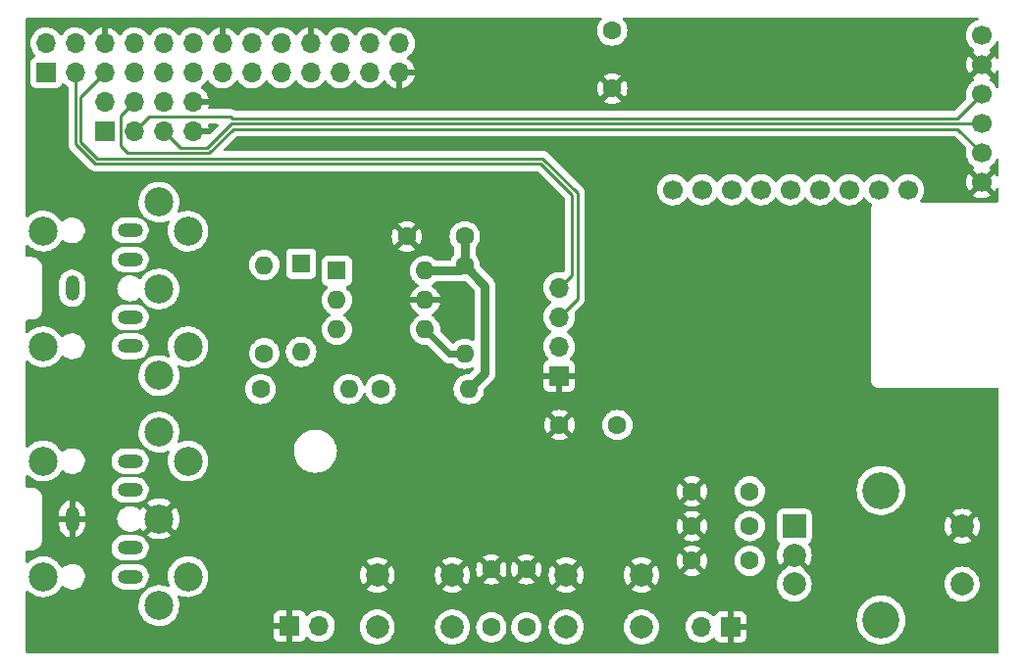
<source format=gbl>
G04 #@! TF.GenerationSoftware,KiCad,Pcbnew,(6.0.5)*
G04 #@! TF.CreationDate,2022-12-20T10:26:33+00:00*
G04 #@! TF.ProjectId,RPi-V1-MiniDexed-IOBoard,5250692d-5631-42d4-9d69-6e6944657865,rev?*
G04 #@! TF.SameCoordinates,Original*
G04 #@! TF.FileFunction,Copper,L2,Bot*
G04 #@! TF.FilePolarity,Positive*
%FSLAX46Y46*%
G04 Gerber Fmt 4.6, Leading zero omitted, Abs format (unit mm)*
G04 Created by KiCad (PCBNEW (6.0.5)) date 2022-12-20 10:26:33*
%MOMM*%
%LPD*%
G01*
G04 APERTURE LIST*
G04 #@! TA.AperFunction,ComponentPad*
%ADD10C,1.600000*%
G04 #@! TD*
G04 #@! TA.AperFunction,ComponentPad*
%ADD11R,1.700000X1.700000*%
G04 #@! TD*
G04 #@! TA.AperFunction,ComponentPad*
%ADD12O,1.700000X1.700000*%
G04 #@! TD*
G04 #@! TA.AperFunction,ComponentPad*
%ADD13C,1.700000*%
G04 #@! TD*
G04 #@! TA.AperFunction,ComponentPad*
%ADD14O,2.200000X1.200000*%
G04 #@! TD*
G04 #@! TA.AperFunction,ComponentPad*
%ADD15O,1.200000X2.200000*%
G04 #@! TD*
G04 #@! TA.AperFunction,ComponentPad*
%ADD16O,1.600000X1.600000*%
G04 #@! TD*
G04 #@! TA.AperFunction,ComponentPad*
%ADD17R,2.000000X2.000000*%
G04 #@! TD*
G04 #@! TA.AperFunction,ComponentPad*
%ADD18C,2.000000*%
G04 #@! TD*
G04 #@! TA.AperFunction,ComponentPad*
%ADD19C,3.200000*%
G04 #@! TD*
G04 #@! TA.AperFunction,WasherPad*
%ADD20C,2.499360*%
G04 #@! TD*
G04 #@! TA.AperFunction,ComponentPad*
%ADD21C,2.499360*%
G04 #@! TD*
G04 #@! TA.AperFunction,ComponentPad*
%ADD22R,1.600000X1.600000*%
G04 #@! TD*
G04 #@! TA.AperFunction,Conductor*
%ADD23C,0.800000*%
G04 #@! TD*
G04 #@! TA.AperFunction,Conductor*
%ADD24C,0.254000*%
G04 #@! TD*
G04 #@! TA.AperFunction,Conductor*
%ADD25C,0.600000*%
G04 #@! TD*
G04 APERTURE END LIST*
D10*
X184190000Y-178210000D03*
X184190000Y-173210000D03*
D11*
X166785000Y-178120000D03*
D12*
X169325000Y-178120000D03*
D13*
X226522000Y-139764200D03*
X226522000Y-137224200D03*
X226522000Y-134684200D03*
X226522000Y-132144200D03*
X226522000Y-129604200D03*
X226522000Y-127064200D03*
X199852000Y-140399200D03*
X202392000Y-140399200D03*
X204932000Y-140399200D03*
X207472000Y-140399200D03*
X210012000Y-140399200D03*
X212552000Y-140399200D03*
X215092000Y-140399200D03*
X217632000Y-140399200D03*
X220172000Y-140399200D03*
D14*
X153000000Y-143930000D03*
X153000000Y-146430000D03*
D15*
X148000000Y-148930000D03*
D14*
X153000000Y-153930000D03*
X153000000Y-151430000D03*
D10*
X174625000Y-157632400D03*
D16*
X182245000Y-157632400D03*
D10*
X164261800Y-157632400D03*
D16*
X171881800Y-157632400D03*
D17*
X210330000Y-169490000D03*
D18*
X210330000Y-174490000D03*
X210330000Y-171990000D03*
D19*
X217830000Y-177590000D03*
X217830000Y-166390000D03*
D18*
X224830000Y-174490000D03*
X224830000Y-169490000D03*
D20*
X145502300Y-153971260D03*
X145502300Y-143968740D03*
D21*
X155497200Y-156468080D03*
X155499740Y-148970000D03*
X155497200Y-141471920D03*
X157999100Y-153966180D03*
X157999100Y-143973820D03*
D10*
X164592000Y-154533600D03*
D16*
X164592000Y-146913600D03*
D22*
X167767000Y-146786600D03*
D16*
X167767000Y-154406600D03*
D10*
X206500000Y-169470000D03*
X201500000Y-169470000D03*
X187210000Y-178210000D03*
X187210000Y-173210000D03*
X195070000Y-160730000D03*
X190070000Y-160730000D03*
X206500000Y-166470000D03*
X201500000Y-166470000D03*
D14*
X153000000Y-163850000D03*
X153000000Y-166350000D03*
D15*
X148000000Y-168850000D03*
D14*
X153000000Y-173850000D03*
X153000000Y-171350000D03*
D11*
X204855000Y-178190000D03*
D12*
X202315000Y-178190000D03*
D11*
X190040000Y-156490000D03*
D12*
X190040000Y-153950000D03*
X190040000Y-151410000D03*
X190040000Y-148870000D03*
D10*
X181889400Y-146964400D03*
D16*
X181889400Y-154584400D03*
D20*
X145502300Y-163848740D03*
X145502300Y-173851260D03*
D21*
X155497200Y-176348080D03*
X155499740Y-168850000D03*
X155497200Y-161351920D03*
X157999100Y-173846180D03*
X157999100Y-163853820D03*
D18*
X197150000Y-173700000D03*
X190650000Y-173700000D03*
X190650000Y-178200000D03*
X197150000Y-178200000D03*
D10*
X181900000Y-144440000D03*
X176900000Y-144440000D03*
D22*
X170850400Y-147411600D03*
D16*
X170850400Y-149951600D03*
X170850400Y-152491600D03*
X178470400Y-152491600D03*
X178470400Y-149951600D03*
X178470400Y-147411600D03*
D18*
X174330000Y-173700000D03*
X180830000Y-173700000D03*
X174330000Y-178200000D03*
X180830000Y-178200000D03*
D10*
X194614800Y-126644400D03*
X194614800Y-131644400D03*
X206500000Y-172470000D03*
X201500000Y-172470000D03*
D11*
X145755360Y-130279140D03*
D12*
X145755360Y-127739140D03*
X148295360Y-130279140D03*
X148295360Y-127739140D03*
X150835360Y-130279140D03*
X150835360Y-127739140D03*
X153375360Y-130279140D03*
X153375360Y-127739140D03*
X155915360Y-130279140D03*
X155915360Y-127739140D03*
X158455360Y-130279140D03*
X158455360Y-127739140D03*
X160995360Y-130279140D03*
X160995360Y-127739140D03*
X163535360Y-130279140D03*
X163535360Y-127739140D03*
X166075360Y-130279140D03*
X166075360Y-127739140D03*
X168615360Y-130279140D03*
X168615360Y-127739140D03*
X171155360Y-130279140D03*
X171155360Y-127739140D03*
X173695360Y-130279140D03*
X173695360Y-127739140D03*
X176235360Y-130279140D03*
X176235360Y-127739140D03*
D11*
X150835360Y-135359140D03*
D12*
X150835360Y-132819140D03*
X153375360Y-135359140D03*
X153375360Y-132819140D03*
X155915360Y-135359140D03*
X155915360Y-132819140D03*
X158455360Y-135359140D03*
X158455360Y-132819140D03*
D23*
X183629300Y-156248100D02*
X183629300Y-148704300D01*
X181889400Y-146964400D02*
X181889400Y-144450600D01*
X181442200Y-147411600D02*
X181889400Y-146964400D01*
X182245000Y-157632400D02*
X183629300Y-156248100D01*
X178470400Y-147411600D02*
X181442200Y-147411600D01*
X183629300Y-148704300D02*
X181889400Y-146964400D01*
D24*
X191151480Y-140845000D02*
X191151480Y-147758520D01*
X149961866Y-138143240D02*
X188449720Y-138143240D01*
X191151480Y-147758520D02*
X190040000Y-148870000D01*
X188449720Y-138143240D02*
X191151480Y-140845000D01*
X148295360Y-136476734D02*
X149961866Y-138143240D01*
X148295360Y-130279140D02*
X148295360Y-136476734D01*
X148748880Y-136288880D02*
X150149720Y-137689720D01*
X148748880Y-132365620D02*
X148748880Y-136288880D01*
X188637574Y-137689720D02*
X191605000Y-140657146D01*
X191605000Y-140657146D02*
X191605000Y-149845000D01*
X191605000Y-149845000D02*
X190040000Y-151410000D01*
X150149720Y-137689720D02*
X188637574Y-137689720D01*
X150835360Y-130279140D02*
X148748880Y-132365620D01*
D25*
X180563200Y-154584400D02*
X178470400Y-152491600D01*
X181889400Y-154584400D02*
X180563200Y-154584400D01*
D24*
X152198849Y-133995651D02*
X152198849Y-136628649D01*
X152806400Y-137236200D02*
X159816800Y-137236200D01*
X152198849Y-136628649D02*
X152806400Y-137236200D01*
X159816800Y-137236200D02*
X161915280Y-135137720D01*
X161915280Y-135137720D02*
X224435520Y-135137720D01*
X153375360Y-132819140D02*
X152198849Y-133995651D01*
X224435520Y-135137720D02*
X226522000Y-137224200D01*
X159628946Y-136782680D02*
X161727426Y-134684200D01*
X222771400Y-134684200D02*
X162394200Y-134684200D01*
X157338900Y-136782680D02*
X159628946Y-136782680D01*
X222771400Y-134684200D02*
X226522000Y-134684200D01*
X156861510Y-136305290D02*
X157338900Y-136782680D01*
X161727426Y-134684200D02*
X162394200Y-134684200D01*
X155915360Y-135359140D02*
X156861510Y-136305290D01*
X161815080Y-134230680D02*
X224435520Y-134230680D01*
X224435520Y-134230680D02*
X226522000Y-132144200D01*
X154673300Y-134061200D02*
X161645600Y-134061200D01*
X161645600Y-134061200D02*
X161815080Y-134230680D01*
X153375360Y-135359140D02*
X154673300Y-134061200D01*
G04 #@! TA.AperFunction,Conductor*
G36*
X193664133Y-125528502D02*
G01*
X193710626Y-125582158D01*
X193720730Y-125652432D01*
X193691236Y-125717012D01*
X193685107Y-125723595D01*
X193608602Y-125800100D01*
X193605445Y-125804608D01*
X193605443Y-125804611D01*
X193594081Y-125820838D01*
X193477277Y-125987651D01*
X193474954Y-125992633D01*
X193474951Y-125992638D01*
X193440159Y-126067251D01*
X193380516Y-126195157D01*
X193379094Y-126200465D01*
X193379093Y-126200467D01*
X193330459Y-126381971D01*
X193321257Y-126416313D01*
X193301302Y-126644400D01*
X193321257Y-126872487D01*
X193322681Y-126877800D01*
X193322681Y-126877802D01*
X193365930Y-127039206D01*
X193380516Y-127093643D01*
X193382839Y-127098624D01*
X193382839Y-127098625D01*
X193474951Y-127296162D01*
X193474954Y-127296167D01*
X193477277Y-127301149D01*
X193480434Y-127305657D01*
X193601620Y-127478728D01*
X193608602Y-127488700D01*
X193770500Y-127650598D01*
X193775008Y-127653755D01*
X193775011Y-127653757D01*
X193842056Y-127700702D01*
X193958051Y-127781923D01*
X193963033Y-127784246D01*
X193963038Y-127784249D01*
X194145407Y-127869288D01*
X194165557Y-127878684D01*
X194170865Y-127880106D01*
X194170867Y-127880107D01*
X194381398Y-127936519D01*
X194381400Y-127936519D01*
X194386713Y-127937943D01*
X194614800Y-127957898D01*
X194842887Y-127937943D01*
X194848200Y-127936519D01*
X194848202Y-127936519D01*
X195058733Y-127880107D01*
X195058735Y-127880106D01*
X195064043Y-127878684D01*
X195084193Y-127869288D01*
X195266562Y-127784249D01*
X195266567Y-127784246D01*
X195271549Y-127781923D01*
X195387544Y-127700702D01*
X195454589Y-127653757D01*
X195454592Y-127653755D01*
X195459100Y-127650598D01*
X195620998Y-127488700D01*
X195627981Y-127478728D01*
X195749166Y-127305657D01*
X195752323Y-127301149D01*
X195754646Y-127296167D01*
X195754649Y-127296162D01*
X195846761Y-127098625D01*
X195846761Y-127098624D01*
X195849084Y-127093643D01*
X195863671Y-127039206D01*
X195906919Y-126877802D01*
X195906919Y-126877800D01*
X195908343Y-126872487D01*
X195928298Y-126644400D01*
X195908343Y-126416313D01*
X195899141Y-126381971D01*
X195850507Y-126200467D01*
X195850506Y-126200465D01*
X195849084Y-126195157D01*
X195789441Y-126067251D01*
X195754649Y-125992638D01*
X195754646Y-125992633D01*
X195752323Y-125987651D01*
X195635519Y-125820838D01*
X195624157Y-125804611D01*
X195624155Y-125804608D01*
X195620998Y-125800100D01*
X195544493Y-125723595D01*
X195510467Y-125661283D01*
X195515532Y-125590468D01*
X195558079Y-125533632D01*
X195624599Y-125508821D01*
X195633588Y-125508500D01*
X226117658Y-125508500D01*
X226185779Y-125528502D01*
X226232272Y-125582158D01*
X226242376Y-125652432D01*
X226212882Y-125717012D01*
X226156803Y-125754265D01*
X225993756Y-125807557D01*
X225795607Y-125910707D01*
X225791474Y-125913810D01*
X225791471Y-125913812D01*
X225621100Y-126041730D01*
X225616965Y-126044835D01*
X225462629Y-126206338D01*
X225336743Y-126390880D01*
X225294216Y-126482497D01*
X225246336Y-126585647D01*
X225242688Y-126593505D01*
X225182989Y-126808770D01*
X225159251Y-127030895D01*
X225159548Y-127036048D01*
X225159548Y-127036051D01*
X225162869Y-127093643D01*
X225172110Y-127253915D01*
X225173247Y-127258961D01*
X225173248Y-127258967D01*
X225194275Y-127352269D01*
X225221222Y-127471839D01*
X225270262Y-127592611D01*
X225292226Y-127646701D01*
X225305266Y-127678816D01*
X225421987Y-127869288D01*
X225568250Y-128038138D01*
X225740126Y-128180832D01*
X225813955Y-128223974D01*
X225862679Y-128275612D01*
X225875750Y-128345395D01*
X225849019Y-128411167D01*
X225808562Y-128444527D01*
X225800460Y-128448744D01*
X225791734Y-128454239D01*
X225771677Y-128469299D01*
X225763223Y-128480627D01*
X225769968Y-128492958D01*
X226509188Y-129232178D01*
X226523132Y-129239792D01*
X226524965Y-129239661D01*
X226531580Y-129235410D01*
X227275389Y-128491601D01*
X227282410Y-128478744D01*
X227275611Y-128469413D01*
X227271559Y-128466721D01*
X227234602Y-128446320D01*
X227184631Y-128395887D01*
X227169859Y-128326445D01*
X227194975Y-128260039D01*
X227222327Y-128233432D01*
X227245797Y-128216691D01*
X227401860Y-128105373D01*
X227560096Y-127947689D01*
X227568123Y-127936519D01*
X227687435Y-127770477D01*
X227690453Y-127766277D01*
X227705523Y-127735786D01*
X227752543Y-127640647D01*
X227800656Y-127588440D01*
X227869358Y-127570533D01*
X227936834Y-127592611D01*
X227981662Y-127647665D01*
X227991500Y-127696474D01*
X227991500Y-128972218D01*
X227971498Y-129040339D01*
X227917842Y-129086832D01*
X227847568Y-129096936D01*
X227782988Y-129067442D01*
X227749950Y-129022460D01*
X227724972Y-128965014D01*
X227720105Y-128955939D01*
X227655063Y-128855397D01*
X227644377Y-128846195D01*
X227634812Y-128850598D01*
X226894022Y-129591388D01*
X226886408Y-129605332D01*
X226886539Y-129607165D01*
X226890790Y-129613780D01*
X227632474Y-130355464D01*
X227644484Y-130362023D01*
X227656223Y-130353055D01*
X227687004Y-130310219D01*
X227692315Y-130301380D01*
X227752543Y-130179518D01*
X227800657Y-130127311D01*
X227869358Y-130109404D01*
X227936834Y-130131483D01*
X227981663Y-130186537D01*
X227991500Y-130235345D01*
X227991500Y-131510966D01*
X227971498Y-131579087D01*
X227917842Y-131625580D01*
X227847568Y-131635684D01*
X227782988Y-131606190D01*
X227749952Y-131561210D01*
X227723354Y-131500040D01*
X227665808Y-131411088D01*
X227604822Y-131316817D01*
X227604820Y-131316814D01*
X227602014Y-131312477D01*
X227451670Y-131147251D01*
X227447619Y-131144052D01*
X227447615Y-131144048D01*
X227280414Y-131012000D01*
X227280410Y-131011998D01*
X227276359Y-131008798D01*
X227234569Y-130985729D01*
X227184598Y-130935297D01*
X227169826Y-130865854D01*
X227194942Y-130799448D01*
X227222293Y-130772842D01*
X227271247Y-130737923D01*
X227279648Y-130727223D01*
X227272660Y-130714070D01*
X226534812Y-129976222D01*
X226520868Y-129968608D01*
X226519035Y-129968739D01*
X226512420Y-129972990D01*
X225768737Y-130716673D01*
X225761977Y-130729053D01*
X225767258Y-130736107D01*
X225813969Y-130763403D01*
X225862693Y-130815041D01*
X225875764Y-130884824D01*
X225849033Y-130950596D01*
X225808584Y-130983952D01*
X225795607Y-130990707D01*
X225791474Y-130993810D01*
X225791471Y-130993812D01*
X225621100Y-131121730D01*
X225616965Y-131124835D01*
X225566853Y-131177274D01*
X225468819Y-131279861D01*
X225462629Y-131286338D01*
X225459715Y-131290610D01*
X225459714Y-131290611D01*
X225390513Y-131392056D01*
X225336743Y-131470880D01*
X225300327Y-131549331D01*
X225246336Y-131665647D01*
X225242688Y-131673505D01*
X225182989Y-131888770D01*
X225159251Y-132110895D01*
X225159548Y-132116048D01*
X225159548Y-132116051D01*
X225162946Y-132174980D01*
X225172110Y-132333915D01*
X225173247Y-132338961D01*
X225173248Y-132338967D01*
X225204933Y-132479560D01*
X225200397Y-132550412D01*
X225171111Y-132596356D01*
X224209192Y-133558275D01*
X224146880Y-133592301D01*
X224120097Y-133595180D01*
X162127577Y-133595180D01*
X162059456Y-133575178D01*
X162041324Y-133561030D01*
X162027885Y-133548410D01*
X162022106Y-133542983D01*
X162004269Y-133533177D01*
X161987753Y-133522327D01*
X161971667Y-133509850D01*
X161930934Y-133492224D01*
X161920286Y-133487007D01*
X161899471Y-133475564D01*
X161881403Y-133465631D01*
X161873728Y-133463660D01*
X161873722Y-133463658D01*
X161861689Y-133460569D01*
X161842987Y-133454166D01*
X161824308Y-133446083D01*
X161790472Y-133440724D01*
X161780473Y-133439140D01*
X161768860Y-133436735D01*
X161725882Y-133425700D01*
X161705535Y-133425700D01*
X161685824Y-133424149D01*
X161673550Y-133422205D01*
X161665721Y-133420965D01*
X161657829Y-133421711D01*
X161621544Y-133425141D01*
X161609686Y-133425700D01*
X159860411Y-133425700D01*
X159792290Y-133405698D01*
X159745797Y-133352042D01*
X159735693Y-133281768D01*
X159739853Y-133263071D01*
X159785737Y-133112050D01*
X159787915Y-133101977D01*
X159789346Y-133091102D01*
X159787135Y-133076918D01*
X159773977Y-133073140D01*
X158727475Y-133073140D01*
X158712236Y-133077615D01*
X158711031Y-133079005D01*
X158709360Y-133086688D01*
X158709360Y-133299700D01*
X158689358Y-133367821D01*
X158635702Y-133414314D01*
X158583360Y-133425700D01*
X158327360Y-133425700D01*
X158259239Y-133405698D01*
X158212746Y-133352042D01*
X158201360Y-133299700D01*
X158201360Y-132730462D01*
X193893293Y-132730462D01*
X193902589Y-132742477D01*
X193953794Y-132778331D01*
X193963289Y-132783814D01*
X194160747Y-132875890D01*
X194171039Y-132879636D01*
X194381488Y-132936025D01*
X194392281Y-132937928D01*
X194609325Y-132956917D01*
X194620275Y-132956917D01*
X194837319Y-132937928D01*
X194848112Y-132936025D01*
X195058561Y-132879636D01*
X195068853Y-132875890D01*
X195266311Y-132783814D01*
X195275806Y-132778331D01*
X195327848Y-132741891D01*
X195336224Y-132731412D01*
X195329156Y-132717966D01*
X194627612Y-132016422D01*
X194613668Y-132008808D01*
X194611835Y-132008939D01*
X194605220Y-132013190D01*
X193899723Y-132718687D01*
X193893293Y-132730462D01*
X158201360Y-132730462D01*
X158201360Y-132691140D01*
X158221362Y-132623019D01*
X158275018Y-132576526D01*
X158327360Y-132565140D01*
X159773704Y-132565140D01*
X159787235Y-132561167D01*
X159788540Y-132552087D01*
X159746574Y-132385015D01*
X159743254Y-132375264D01*
X159658332Y-132179954D01*
X159653465Y-132170879D01*
X159537786Y-131992066D01*
X159531496Y-131983897D01*
X159388166Y-131826380D01*
X159380633Y-131819355D01*
X159213499Y-131687362D01*
X159204916Y-131681660D01*
X159167962Y-131661260D01*
X159156681Y-131649875D01*
X193302283Y-131649875D01*
X193321272Y-131866919D01*
X193323175Y-131877712D01*
X193379564Y-132088161D01*
X193383310Y-132098453D01*
X193475386Y-132295911D01*
X193480869Y-132305406D01*
X193517309Y-132357448D01*
X193527788Y-132365824D01*
X193541234Y-132358756D01*
X194242778Y-131657212D01*
X194249156Y-131645532D01*
X194979208Y-131645532D01*
X194979339Y-131647365D01*
X194983590Y-131653980D01*
X195689087Y-132359477D01*
X195700862Y-132365907D01*
X195712877Y-132356611D01*
X195748731Y-132305406D01*
X195754214Y-132295911D01*
X195846290Y-132098453D01*
X195850036Y-132088161D01*
X195906425Y-131877712D01*
X195908328Y-131866919D01*
X195927317Y-131649875D01*
X195927317Y-131638925D01*
X195908328Y-131421881D01*
X195906425Y-131411088D01*
X195850036Y-131200639D01*
X195846290Y-131190347D01*
X195754214Y-130992889D01*
X195748731Y-130983394D01*
X195712291Y-130931352D01*
X195701812Y-130922976D01*
X195688366Y-130930044D01*
X194986822Y-131631588D01*
X194979208Y-131645532D01*
X194249156Y-131645532D01*
X194250392Y-131643268D01*
X194250261Y-131641435D01*
X194246010Y-131634820D01*
X193540513Y-130929323D01*
X193528738Y-130922893D01*
X193516723Y-130932189D01*
X193480869Y-130983394D01*
X193475386Y-130992889D01*
X193383310Y-131190347D01*
X193379564Y-131200639D01*
X193323175Y-131411088D01*
X193321272Y-131421881D01*
X193302283Y-131638925D01*
X193302283Y-131649875D01*
X159156681Y-131649875D01*
X159117991Y-131610827D01*
X159103219Y-131541385D01*
X159128335Y-131474979D01*
X159155687Y-131448372D01*
X159207957Y-131411088D01*
X159335220Y-131320313D01*
X159343084Y-131312477D01*
X159478976Y-131177058D01*
X159493456Y-131162629D01*
X159623813Y-130981217D01*
X159625136Y-130982168D01*
X159672005Y-130938997D01*
X159741940Y-130926765D01*
X159807386Y-130954284D01*
X159835235Y-130986134D01*
X159839940Y-130993812D01*
X159895347Y-131084228D01*
X160041610Y-131253078D01*
X160213486Y-131395772D01*
X160406360Y-131508478D01*
X160615052Y-131588170D01*
X160620120Y-131589201D01*
X160620123Y-131589202D01*
X160715222Y-131608550D01*
X160833957Y-131632707D01*
X160839132Y-131632897D01*
X160839134Y-131632897D01*
X161052033Y-131640704D01*
X161052037Y-131640704D01*
X161057197Y-131640893D01*
X161062317Y-131640237D01*
X161062319Y-131640237D01*
X161273648Y-131613165D01*
X161273649Y-131613165D01*
X161278776Y-131612508D01*
X161284379Y-131610827D01*
X161487789Y-131549801D01*
X161487794Y-131549799D01*
X161492744Y-131548314D01*
X161693354Y-131450036D01*
X161875220Y-131320313D01*
X161883084Y-131312477D01*
X162018976Y-131177058D01*
X162033456Y-131162629D01*
X162163813Y-130981217D01*
X162165136Y-130982168D01*
X162212005Y-130938997D01*
X162281940Y-130926765D01*
X162347386Y-130954284D01*
X162375235Y-130986134D01*
X162379940Y-130993812D01*
X162435347Y-131084228D01*
X162581610Y-131253078D01*
X162753486Y-131395772D01*
X162946360Y-131508478D01*
X163155052Y-131588170D01*
X163160120Y-131589201D01*
X163160123Y-131589202D01*
X163255222Y-131608550D01*
X163373957Y-131632707D01*
X163379132Y-131632897D01*
X163379134Y-131632897D01*
X163592033Y-131640704D01*
X163592037Y-131640704D01*
X163597197Y-131640893D01*
X163602317Y-131640237D01*
X163602319Y-131640237D01*
X163813648Y-131613165D01*
X163813649Y-131613165D01*
X163818776Y-131612508D01*
X163824379Y-131610827D01*
X164027789Y-131549801D01*
X164027794Y-131549799D01*
X164032744Y-131548314D01*
X164233354Y-131450036D01*
X164415220Y-131320313D01*
X164423084Y-131312477D01*
X164558976Y-131177058D01*
X164573456Y-131162629D01*
X164703813Y-130981217D01*
X164705136Y-130982168D01*
X164752005Y-130938997D01*
X164821940Y-130926765D01*
X164887386Y-130954284D01*
X164915235Y-130986134D01*
X164919940Y-130993812D01*
X164975347Y-131084228D01*
X165121610Y-131253078D01*
X165293486Y-131395772D01*
X165486360Y-131508478D01*
X165695052Y-131588170D01*
X165700120Y-131589201D01*
X165700123Y-131589202D01*
X165795222Y-131608550D01*
X165913957Y-131632707D01*
X165919132Y-131632897D01*
X165919134Y-131632897D01*
X166132033Y-131640704D01*
X166132037Y-131640704D01*
X166137197Y-131640893D01*
X166142317Y-131640237D01*
X166142319Y-131640237D01*
X166353648Y-131613165D01*
X166353649Y-131613165D01*
X166358776Y-131612508D01*
X166364379Y-131610827D01*
X166567789Y-131549801D01*
X166567794Y-131549799D01*
X166572744Y-131548314D01*
X166773354Y-131450036D01*
X166955220Y-131320313D01*
X166963084Y-131312477D01*
X167098976Y-131177058D01*
X167113456Y-131162629D01*
X167243813Y-130981217D01*
X167245136Y-130982168D01*
X167292005Y-130938997D01*
X167361940Y-130926765D01*
X167427386Y-130954284D01*
X167455235Y-130986134D01*
X167459940Y-130993812D01*
X167515347Y-131084228D01*
X167661610Y-131253078D01*
X167833486Y-131395772D01*
X168026360Y-131508478D01*
X168235052Y-131588170D01*
X168240120Y-131589201D01*
X168240123Y-131589202D01*
X168335222Y-131608550D01*
X168453957Y-131632707D01*
X168459132Y-131632897D01*
X168459134Y-131632897D01*
X168672033Y-131640704D01*
X168672037Y-131640704D01*
X168677197Y-131640893D01*
X168682317Y-131640237D01*
X168682319Y-131640237D01*
X168893648Y-131613165D01*
X168893649Y-131613165D01*
X168898776Y-131612508D01*
X168904379Y-131610827D01*
X169107789Y-131549801D01*
X169107794Y-131549799D01*
X169112744Y-131548314D01*
X169313354Y-131450036D01*
X169495220Y-131320313D01*
X169503084Y-131312477D01*
X169638976Y-131177058D01*
X169653456Y-131162629D01*
X169783813Y-130981217D01*
X169785136Y-130982168D01*
X169832005Y-130938997D01*
X169901940Y-130926765D01*
X169967386Y-130954284D01*
X169995235Y-130986134D01*
X169999940Y-130993812D01*
X170055347Y-131084228D01*
X170201610Y-131253078D01*
X170373486Y-131395772D01*
X170566360Y-131508478D01*
X170775052Y-131588170D01*
X170780120Y-131589201D01*
X170780123Y-131589202D01*
X170875222Y-131608550D01*
X170993957Y-131632707D01*
X170999132Y-131632897D01*
X170999134Y-131632897D01*
X171212033Y-131640704D01*
X171212037Y-131640704D01*
X171217197Y-131640893D01*
X171222317Y-131640237D01*
X171222319Y-131640237D01*
X171433648Y-131613165D01*
X171433649Y-131613165D01*
X171438776Y-131612508D01*
X171444379Y-131610827D01*
X171647789Y-131549801D01*
X171647794Y-131549799D01*
X171652744Y-131548314D01*
X171853354Y-131450036D01*
X172035220Y-131320313D01*
X172043084Y-131312477D01*
X172178976Y-131177058D01*
X172193456Y-131162629D01*
X172323813Y-130981217D01*
X172325136Y-130982168D01*
X172372005Y-130938997D01*
X172441940Y-130926765D01*
X172507386Y-130954284D01*
X172535235Y-130986134D01*
X172539940Y-130993812D01*
X172595347Y-131084228D01*
X172741610Y-131253078D01*
X172913486Y-131395772D01*
X173106360Y-131508478D01*
X173315052Y-131588170D01*
X173320120Y-131589201D01*
X173320123Y-131589202D01*
X173415222Y-131608550D01*
X173533957Y-131632707D01*
X173539132Y-131632897D01*
X173539134Y-131632897D01*
X173752033Y-131640704D01*
X173752037Y-131640704D01*
X173757197Y-131640893D01*
X173762317Y-131640237D01*
X173762319Y-131640237D01*
X173973648Y-131613165D01*
X173973649Y-131613165D01*
X173978776Y-131612508D01*
X173984379Y-131610827D01*
X174187789Y-131549801D01*
X174187794Y-131549799D01*
X174192744Y-131548314D01*
X174393354Y-131450036D01*
X174575220Y-131320313D01*
X174583084Y-131312477D01*
X174718976Y-131177058D01*
X174733456Y-131162629D01*
X174863813Y-130981217D01*
X174865000Y-130982070D01*
X174912320Y-130938502D01*
X174982257Y-130926285D01*
X175047698Y-130953818D01*
X175075526Y-130985651D01*
X175133054Y-131079528D01*
X175139137Y-131087839D01*
X175278573Y-131248807D01*
X175285940Y-131256023D01*
X175449794Y-131392056D01*
X175458241Y-131397971D01*
X175642116Y-131505419D01*
X175651402Y-131509869D01*
X175850361Y-131585843D01*
X175860259Y-131588719D01*
X175963610Y-131609746D01*
X175977659Y-131608550D01*
X175981360Y-131598205D01*
X175981360Y-131597657D01*
X176489360Y-131597657D01*
X176493424Y-131611499D01*
X176506838Y-131613533D01*
X176513544Y-131612674D01*
X176523622Y-131610532D01*
X176727615Y-131549331D01*
X176737202Y-131545573D01*
X176928455Y-131451879D01*
X176937305Y-131446604D01*
X177110688Y-131322932D01*
X177118560Y-131316279D01*
X177269412Y-131165952D01*
X177276090Y-131158105D01*
X177400363Y-130985160D01*
X177405673Y-130976323D01*
X177500030Y-130785407D01*
X177503829Y-130775812D01*
X177565737Y-130572050D01*
X177567915Y-130561977D01*
X177568519Y-130557388D01*
X193893376Y-130557388D01*
X193900444Y-130570834D01*
X194601988Y-131272378D01*
X194615932Y-131279992D01*
X194617765Y-131279861D01*
X194624380Y-131275610D01*
X195329877Y-130570113D01*
X195336307Y-130558338D01*
X195327011Y-130546323D01*
X195275806Y-130510469D01*
X195266311Y-130504986D01*
X195068853Y-130412910D01*
X195058561Y-130409164D01*
X194848112Y-130352775D01*
X194837319Y-130350872D01*
X194620275Y-130331883D01*
X194609325Y-130331883D01*
X194392281Y-130350872D01*
X194381488Y-130352775D01*
X194171039Y-130409164D01*
X194160747Y-130412910D01*
X193963289Y-130504986D01*
X193953794Y-130510469D01*
X193901752Y-130546909D01*
X193893376Y-130557388D01*
X177568519Y-130557388D01*
X177569346Y-130551102D01*
X177567135Y-130536918D01*
X177553977Y-130533140D01*
X176507475Y-130533140D01*
X176492236Y-130537615D01*
X176491031Y-130539005D01*
X176489360Y-130546688D01*
X176489360Y-131597657D01*
X175981360Y-131597657D01*
X175981360Y-130151140D01*
X176001362Y-130083019D01*
X176055018Y-130036526D01*
X176107360Y-130025140D01*
X177553704Y-130025140D01*
X177567235Y-130021167D01*
X177568540Y-130012087D01*
X177526574Y-129845015D01*
X177523254Y-129835264D01*
X177438332Y-129639954D01*
X177433465Y-129630879D01*
X177398003Y-129576063D01*
X225160050Y-129576063D01*
X225172309Y-129788677D01*
X225173745Y-129798897D01*
X225220565Y-130006646D01*
X225223645Y-130016475D01*
X225303770Y-130213803D01*
X225308413Y-130222994D01*
X225388460Y-130353620D01*
X225398916Y-130363080D01*
X225407694Y-130359296D01*
X226149978Y-129617012D01*
X226157592Y-129603068D01*
X226157461Y-129601235D01*
X226153210Y-129594620D01*
X225411849Y-128853259D01*
X225400313Y-128846959D01*
X225388031Y-128856582D01*
X225340089Y-128926862D01*
X225335004Y-128935813D01*
X225245338Y-129128983D01*
X225241775Y-129138670D01*
X225184864Y-129343881D01*
X225182933Y-129354000D01*
X225160302Y-129565774D01*
X225160050Y-129576063D01*
X177398003Y-129576063D01*
X177317786Y-129452066D01*
X177311496Y-129443897D01*
X177168166Y-129286380D01*
X177160633Y-129279355D01*
X176993499Y-129147362D01*
X176984916Y-129141660D01*
X176947962Y-129121260D01*
X176897991Y-129070827D01*
X176883219Y-129001385D01*
X176908335Y-128934979D01*
X176935687Y-128908372D01*
X176959400Y-128891458D01*
X177115220Y-128780313D01*
X177273456Y-128622629D01*
X177332954Y-128539829D01*
X177400795Y-128445417D01*
X177403813Y-128441217D01*
X177417355Y-128413818D01*
X177500496Y-128245593D01*
X177500497Y-128245591D01*
X177502790Y-128240951D01*
X177567730Y-128027209D01*
X177596889Y-127805730D01*
X177597548Y-127778766D01*
X177598434Y-127742505D01*
X177598434Y-127742501D01*
X177598516Y-127739140D01*
X177580212Y-127516501D01*
X177525791Y-127299842D01*
X177436714Y-127094980D01*
X177315374Y-126907417D01*
X177165030Y-126742191D01*
X177160979Y-126738992D01*
X177160975Y-126738988D01*
X176993774Y-126606940D01*
X176993770Y-126606938D01*
X176989719Y-126603738D01*
X176953388Y-126583682D01*
X176902669Y-126555684D01*
X176794149Y-126495778D01*
X176789280Y-126494054D01*
X176789276Y-126494052D01*
X176588447Y-126422935D01*
X176588443Y-126422934D01*
X176583572Y-126421209D01*
X176578479Y-126420302D01*
X176578476Y-126420301D01*
X176368733Y-126382940D01*
X176368727Y-126382939D01*
X176363644Y-126382034D01*
X176289812Y-126381132D01*
X176145441Y-126379368D01*
X176145439Y-126379368D01*
X176140271Y-126379305D01*
X175919451Y-126413095D01*
X175707116Y-126482497D01*
X175508967Y-126585647D01*
X175504834Y-126588750D01*
X175504831Y-126588752D01*
X175480607Y-126606940D01*
X175330325Y-126719775D01*
X175175989Y-126881278D01*
X175068561Y-127038761D01*
X175013653Y-127083761D01*
X174943128Y-127091932D01*
X174879381Y-127060678D01*
X174858684Y-127036194D01*
X174778182Y-126911757D01*
X174778180Y-126911754D01*
X174775374Y-126907417D01*
X174625030Y-126742191D01*
X174620979Y-126738992D01*
X174620975Y-126738988D01*
X174453774Y-126606940D01*
X174453770Y-126606938D01*
X174449719Y-126603738D01*
X174413388Y-126583682D01*
X174362669Y-126555684D01*
X174254149Y-126495778D01*
X174249280Y-126494054D01*
X174249276Y-126494052D01*
X174048447Y-126422935D01*
X174048443Y-126422934D01*
X174043572Y-126421209D01*
X174038479Y-126420302D01*
X174038476Y-126420301D01*
X173828733Y-126382940D01*
X173828727Y-126382939D01*
X173823644Y-126382034D01*
X173749812Y-126381132D01*
X173605441Y-126379368D01*
X173605439Y-126379368D01*
X173600271Y-126379305D01*
X173379451Y-126413095D01*
X173167116Y-126482497D01*
X172968967Y-126585647D01*
X172964834Y-126588750D01*
X172964831Y-126588752D01*
X172940607Y-126606940D01*
X172790325Y-126719775D01*
X172635989Y-126881278D01*
X172528561Y-127038761D01*
X172473653Y-127083761D01*
X172403128Y-127091932D01*
X172339381Y-127060678D01*
X172318684Y-127036194D01*
X172238182Y-126911757D01*
X172238180Y-126911754D01*
X172235374Y-126907417D01*
X172085030Y-126742191D01*
X172080979Y-126738992D01*
X172080975Y-126738988D01*
X171913774Y-126606940D01*
X171913770Y-126606938D01*
X171909719Y-126603738D01*
X171873388Y-126583682D01*
X171822669Y-126555684D01*
X171714149Y-126495778D01*
X171709280Y-126494054D01*
X171709276Y-126494052D01*
X171508447Y-126422935D01*
X171508443Y-126422934D01*
X171503572Y-126421209D01*
X171498479Y-126420302D01*
X171498476Y-126420301D01*
X171288733Y-126382940D01*
X171288727Y-126382939D01*
X171283644Y-126382034D01*
X171209812Y-126381132D01*
X171065441Y-126379368D01*
X171065439Y-126379368D01*
X171060271Y-126379305D01*
X170839451Y-126413095D01*
X170627116Y-126482497D01*
X170428967Y-126585647D01*
X170424834Y-126588750D01*
X170424831Y-126588752D01*
X170400607Y-126606940D01*
X170250325Y-126719775D01*
X170095989Y-126881278D01*
X169988564Y-127038758D01*
X169988258Y-127039206D01*
X169933347Y-127084209D01*
X169862822Y-127092380D01*
X169799075Y-127061126D01*
X169778378Y-127036642D01*
X169697786Y-126912066D01*
X169691496Y-126903897D01*
X169548166Y-126746380D01*
X169540633Y-126739355D01*
X169373499Y-126607362D01*
X169364912Y-126601657D01*
X169178477Y-126498739D01*
X169169065Y-126494509D01*
X168968319Y-126423420D01*
X168958348Y-126420786D01*
X168887197Y-126408112D01*
X168873900Y-126409572D01*
X168869360Y-126424129D01*
X168869360Y-127867140D01*
X168849358Y-127935261D01*
X168795702Y-127981754D01*
X168743360Y-127993140D01*
X168487360Y-127993140D01*
X168419239Y-127973138D01*
X168372746Y-127919482D01*
X168361360Y-127867140D01*
X168361360Y-126422242D01*
X168357442Y-126408898D01*
X168343166Y-126406911D01*
X168304684Y-126412800D01*
X168294648Y-126415191D01*
X168092228Y-126481352D01*
X168082719Y-126485349D01*
X167893823Y-126583682D01*
X167885098Y-126589176D01*
X167714793Y-126717045D01*
X167707086Y-126723888D01*
X167559950Y-126877857D01*
X167553469Y-126885862D01*
X167448858Y-127039214D01*
X167393947Y-127084216D01*
X167323422Y-127092387D01*
X167259675Y-127061133D01*
X167238978Y-127036649D01*
X167158182Y-126911757D01*
X167158180Y-126911754D01*
X167155374Y-126907417D01*
X167005030Y-126742191D01*
X167000979Y-126738992D01*
X167000975Y-126738988D01*
X166833774Y-126606940D01*
X166833770Y-126606938D01*
X166829719Y-126603738D01*
X166793388Y-126583682D01*
X166742669Y-126555684D01*
X166634149Y-126495778D01*
X166629280Y-126494054D01*
X166629276Y-126494052D01*
X166428447Y-126422935D01*
X166428443Y-126422934D01*
X166423572Y-126421209D01*
X166418479Y-126420302D01*
X166418476Y-126420301D01*
X166208733Y-126382940D01*
X166208727Y-126382939D01*
X166203644Y-126382034D01*
X166129812Y-126381132D01*
X165985441Y-126379368D01*
X165985439Y-126379368D01*
X165980271Y-126379305D01*
X165759451Y-126413095D01*
X165547116Y-126482497D01*
X165348967Y-126585647D01*
X165344834Y-126588750D01*
X165344831Y-126588752D01*
X165320607Y-126606940D01*
X165170325Y-126719775D01*
X165015989Y-126881278D01*
X164908561Y-127038761D01*
X164853653Y-127083761D01*
X164783128Y-127091932D01*
X164719381Y-127060678D01*
X164698684Y-127036194D01*
X164618182Y-126911757D01*
X164618180Y-126911754D01*
X164615374Y-126907417D01*
X164465030Y-126742191D01*
X164460979Y-126738992D01*
X164460975Y-126738988D01*
X164293774Y-126606940D01*
X164293770Y-126606938D01*
X164289719Y-126603738D01*
X164253388Y-126583682D01*
X164202669Y-126555684D01*
X164094149Y-126495778D01*
X164089280Y-126494054D01*
X164089276Y-126494052D01*
X163888447Y-126422935D01*
X163888443Y-126422934D01*
X163883572Y-126421209D01*
X163878479Y-126420302D01*
X163878476Y-126420301D01*
X163668733Y-126382940D01*
X163668727Y-126382939D01*
X163663644Y-126382034D01*
X163589812Y-126381132D01*
X163445441Y-126379368D01*
X163445439Y-126379368D01*
X163440271Y-126379305D01*
X163219451Y-126413095D01*
X163007116Y-126482497D01*
X162808967Y-126585647D01*
X162804834Y-126588750D01*
X162804831Y-126588752D01*
X162780607Y-126606940D01*
X162630325Y-126719775D01*
X162475989Y-126881278D01*
X162368564Y-127038758D01*
X162368258Y-127039206D01*
X162313347Y-127084209D01*
X162242822Y-127092380D01*
X162179075Y-127061126D01*
X162158378Y-127036642D01*
X162077786Y-126912066D01*
X162071496Y-126903897D01*
X161928166Y-126746380D01*
X161920633Y-126739355D01*
X161753499Y-126607362D01*
X161744912Y-126601657D01*
X161558477Y-126498739D01*
X161549065Y-126494509D01*
X161348319Y-126423420D01*
X161338348Y-126420786D01*
X161267197Y-126408112D01*
X161253900Y-126409572D01*
X161249360Y-126424129D01*
X161249360Y-127867140D01*
X161229358Y-127935261D01*
X161175702Y-127981754D01*
X161123360Y-127993140D01*
X160867360Y-127993140D01*
X160799239Y-127973138D01*
X160752746Y-127919482D01*
X160741360Y-127867140D01*
X160741360Y-126422242D01*
X160737442Y-126408898D01*
X160723166Y-126406911D01*
X160684684Y-126412800D01*
X160674648Y-126415191D01*
X160472228Y-126481352D01*
X160462719Y-126485349D01*
X160273823Y-126583682D01*
X160265098Y-126589176D01*
X160094793Y-126717045D01*
X160087086Y-126723888D01*
X159939950Y-126877857D01*
X159933469Y-126885862D01*
X159828858Y-127039214D01*
X159773947Y-127084216D01*
X159703422Y-127092387D01*
X159639675Y-127061133D01*
X159618978Y-127036649D01*
X159538182Y-126911757D01*
X159538180Y-126911754D01*
X159535374Y-126907417D01*
X159385030Y-126742191D01*
X159380979Y-126738992D01*
X159380975Y-126738988D01*
X159213774Y-126606940D01*
X159213770Y-126606938D01*
X159209719Y-126603738D01*
X159173388Y-126583682D01*
X159122669Y-126555684D01*
X159014149Y-126495778D01*
X159009280Y-126494054D01*
X159009276Y-126494052D01*
X158808447Y-126422935D01*
X158808443Y-126422934D01*
X158803572Y-126421209D01*
X158798479Y-126420302D01*
X158798476Y-126420301D01*
X158588733Y-126382940D01*
X158588727Y-126382939D01*
X158583644Y-126382034D01*
X158509812Y-126381132D01*
X158365441Y-126379368D01*
X158365439Y-126379368D01*
X158360271Y-126379305D01*
X158139451Y-126413095D01*
X157927116Y-126482497D01*
X157728967Y-126585647D01*
X157724834Y-126588750D01*
X157724831Y-126588752D01*
X157700607Y-126606940D01*
X157550325Y-126719775D01*
X157395989Y-126881278D01*
X157288561Y-127038761D01*
X157233653Y-127083761D01*
X157163128Y-127091932D01*
X157099381Y-127060678D01*
X157078684Y-127036194D01*
X156998182Y-126911757D01*
X156998180Y-126911754D01*
X156995374Y-126907417D01*
X156845030Y-126742191D01*
X156840979Y-126738992D01*
X156840975Y-126738988D01*
X156673774Y-126606940D01*
X156673770Y-126606938D01*
X156669719Y-126603738D01*
X156633388Y-126583682D01*
X156582669Y-126555684D01*
X156474149Y-126495778D01*
X156469280Y-126494054D01*
X156469276Y-126494052D01*
X156268447Y-126422935D01*
X156268443Y-126422934D01*
X156263572Y-126421209D01*
X156258479Y-126420302D01*
X156258476Y-126420301D01*
X156048733Y-126382940D01*
X156048727Y-126382939D01*
X156043644Y-126382034D01*
X155969812Y-126381132D01*
X155825441Y-126379368D01*
X155825439Y-126379368D01*
X155820271Y-126379305D01*
X155599451Y-126413095D01*
X155387116Y-126482497D01*
X155188967Y-126585647D01*
X155184834Y-126588750D01*
X155184831Y-126588752D01*
X155160607Y-126606940D01*
X155010325Y-126719775D01*
X154855989Y-126881278D01*
X154748561Y-127038761D01*
X154693653Y-127083761D01*
X154623128Y-127091932D01*
X154559381Y-127060678D01*
X154538684Y-127036194D01*
X154458182Y-126911757D01*
X154458180Y-126911754D01*
X154455374Y-126907417D01*
X154305030Y-126742191D01*
X154300979Y-126738992D01*
X154300975Y-126738988D01*
X154133774Y-126606940D01*
X154133770Y-126606938D01*
X154129719Y-126603738D01*
X154093388Y-126583682D01*
X154042669Y-126555684D01*
X153934149Y-126495778D01*
X153929280Y-126494054D01*
X153929276Y-126494052D01*
X153728447Y-126422935D01*
X153728443Y-126422934D01*
X153723572Y-126421209D01*
X153718479Y-126420302D01*
X153718476Y-126420301D01*
X153508733Y-126382940D01*
X153508727Y-126382939D01*
X153503644Y-126382034D01*
X153429812Y-126381132D01*
X153285441Y-126379368D01*
X153285439Y-126379368D01*
X153280271Y-126379305D01*
X153059451Y-126413095D01*
X152847116Y-126482497D01*
X152648967Y-126585647D01*
X152644834Y-126588750D01*
X152644831Y-126588752D01*
X152620607Y-126606940D01*
X152470325Y-126719775D01*
X152315989Y-126881278D01*
X152208564Y-127038758D01*
X152208258Y-127039206D01*
X152153347Y-127084209D01*
X152082822Y-127092380D01*
X152019075Y-127061126D01*
X151998378Y-127036642D01*
X151917786Y-126912066D01*
X151911496Y-126903897D01*
X151768166Y-126746380D01*
X151760633Y-126739355D01*
X151593499Y-126607362D01*
X151584912Y-126601657D01*
X151398477Y-126498739D01*
X151389065Y-126494509D01*
X151188319Y-126423420D01*
X151178348Y-126420786D01*
X151107197Y-126408112D01*
X151093900Y-126409572D01*
X151089360Y-126424129D01*
X151089360Y-127867140D01*
X151069358Y-127935261D01*
X151015702Y-127981754D01*
X150963360Y-127993140D01*
X150707360Y-127993140D01*
X150639239Y-127973138D01*
X150592746Y-127919482D01*
X150581360Y-127867140D01*
X150581360Y-126422242D01*
X150577442Y-126408898D01*
X150563166Y-126406911D01*
X150524684Y-126412800D01*
X150514648Y-126415191D01*
X150312228Y-126481352D01*
X150302719Y-126485349D01*
X150113823Y-126583682D01*
X150105098Y-126589176D01*
X149934793Y-126717045D01*
X149927086Y-126723888D01*
X149779950Y-126877857D01*
X149773469Y-126885862D01*
X149668858Y-127039214D01*
X149613947Y-127084216D01*
X149543422Y-127092387D01*
X149479675Y-127061133D01*
X149458978Y-127036649D01*
X149378182Y-126911757D01*
X149378180Y-126911754D01*
X149375374Y-126907417D01*
X149225030Y-126742191D01*
X149220979Y-126738992D01*
X149220975Y-126738988D01*
X149053774Y-126606940D01*
X149053770Y-126606938D01*
X149049719Y-126603738D01*
X149013388Y-126583682D01*
X148962669Y-126555684D01*
X148854149Y-126495778D01*
X148849280Y-126494054D01*
X148849276Y-126494052D01*
X148648447Y-126422935D01*
X148648443Y-126422934D01*
X148643572Y-126421209D01*
X148638479Y-126420302D01*
X148638476Y-126420301D01*
X148428733Y-126382940D01*
X148428727Y-126382939D01*
X148423644Y-126382034D01*
X148349812Y-126381132D01*
X148205441Y-126379368D01*
X148205439Y-126379368D01*
X148200271Y-126379305D01*
X147979451Y-126413095D01*
X147767116Y-126482497D01*
X147568967Y-126585647D01*
X147564834Y-126588750D01*
X147564831Y-126588752D01*
X147540607Y-126606940D01*
X147390325Y-126719775D01*
X147235989Y-126881278D01*
X147128561Y-127038761D01*
X147073653Y-127083761D01*
X147003128Y-127091932D01*
X146939381Y-127060678D01*
X146918684Y-127036194D01*
X146838182Y-126911757D01*
X146838180Y-126911754D01*
X146835374Y-126907417D01*
X146685030Y-126742191D01*
X146680979Y-126738992D01*
X146680975Y-126738988D01*
X146513774Y-126606940D01*
X146513770Y-126606938D01*
X146509719Y-126603738D01*
X146473388Y-126583682D01*
X146422669Y-126555684D01*
X146314149Y-126495778D01*
X146309280Y-126494054D01*
X146309276Y-126494052D01*
X146108447Y-126422935D01*
X146108443Y-126422934D01*
X146103572Y-126421209D01*
X146098479Y-126420302D01*
X146098476Y-126420301D01*
X145888733Y-126382940D01*
X145888727Y-126382939D01*
X145883644Y-126382034D01*
X145809812Y-126381132D01*
X145665441Y-126379368D01*
X145665439Y-126379368D01*
X145660271Y-126379305D01*
X145439451Y-126413095D01*
X145227116Y-126482497D01*
X145028967Y-126585647D01*
X145024834Y-126588750D01*
X145024831Y-126588752D01*
X145000607Y-126606940D01*
X144850325Y-126719775D01*
X144695989Y-126881278D01*
X144570103Y-127065820D01*
X144554363Y-127099730D01*
X144480448Y-127258967D01*
X144476048Y-127268445D01*
X144416349Y-127483710D01*
X144392611Y-127705835D01*
X144392908Y-127710988D01*
X144392908Y-127710991D01*
X144398371Y-127805730D01*
X144405470Y-127928855D01*
X144406607Y-127933901D01*
X144406608Y-127933907D01*
X144417391Y-127981754D01*
X144454582Y-128146779D01*
X144538626Y-128353756D01*
X144577852Y-128417767D01*
X144652651Y-128539828D01*
X144655347Y-128544228D01*
X144801610Y-128713078D01*
X144805590Y-128716382D01*
X144810341Y-128720327D01*
X144849976Y-128779230D01*
X144851473Y-128850211D01*
X144814357Y-128910733D01*
X144774085Y-128935252D01*
X144685455Y-128968478D01*
X144658655Y-128978525D01*
X144542099Y-129065879D01*
X144454745Y-129182435D01*
X144403615Y-129318824D01*
X144396860Y-129381006D01*
X144396860Y-131177274D01*
X144403615Y-131239456D01*
X144454745Y-131375845D01*
X144542099Y-131492401D01*
X144658655Y-131579755D01*
X144795044Y-131630885D01*
X144857226Y-131637640D01*
X146653494Y-131637640D01*
X146715676Y-131630885D01*
X146852065Y-131579755D01*
X146968621Y-131492401D01*
X147055975Y-131375845D01*
X147078159Y-131316669D01*
X147099958Y-131258522D01*
X147142600Y-131201758D01*
X147209162Y-131177058D01*
X147278510Y-131192266D01*
X147313177Y-131220254D01*
X147341610Y-131253078D01*
X147513486Y-131395772D01*
X147597432Y-131444826D01*
X147646154Y-131496464D01*
X147659860Y-131553613D01*
X147659860Y-136397714D01*
X147659330Y-136408948D01*
X147657652Y-136416453D01*
X147657901Y-136424372D01*
X147659798Y-136484746D01*
X147659860Y-136488703D01*
X147659860Y-136516717D01*
X147660356Y-136520642D01*
X147660356Y-136520643D01*
X147660368Y-136520738D01*
X147661301Y-136532583D01*
X147662695Y-136576939D01*
X147668373Y-136596482D01*
X147672383Y-136615846D01*
X147674933Y-136636033D01*
X147677849Y-136643397D01*
X147677850Y-136643402D01*
X147691267Y-136677290D01*
X147695112Y-136688519D01*
X147707491Y-136731127D01*
X147711529Y-136737954D01*
X147711530Y-136737957D01*
X147717848Y-136748640D01*
X147726548Y-136766398D01*
X147731121Y-136777949D01*
X147731125Y-136777955D01*
X147734041Y-136785322D01*
X147738699Y-136791733D01*
X147738700Y-136791735D01*
X147760124Y-136821222D01*
X147766641Y-136831144D01*
X147785186Y-136862502D01*
X147785189Y-136862506D01*
X147789226Y-136869332D01*
X147803610Y-136883716D01*
X147816451Y-136898750D01*
X147828418Y-136915221D01*
X147834526Y-136920274D01*
X147862615Y-136943511D01*
X147871395Y-136951501D01*
X149456611Y-138536717D01*
X149464188Y-138545043D01*
X149468313Y-138551543D01*
X149474091Y-138556969D01*
X149474092Y-138556970D01*
X149518147Y-138598340D01*
X149520989Y-138601095D01*
X149540772Y-138620878D01*
X149543980Y-138623366D01*
X149553009Y-138631077D01*
X149585360Y-138661457D01*
X149592309Y-138665277D01*
X149603195Y-138671262D01*
X149619719Y-138682116D01*
X149635799Y-138694589D01*
X149643076Y-138697738D01*
X149676516Y-138712209D01*
X149687177Y-138717432D01*
X149719113Y-138734989D01*
X149719118Y-138734991D01*
X149726063Y-138738809D01*
X149733737Y-138740779D01*
X149733744Y-138740782D01*
X149745779Y-138743872D01*
X149764484Y-138750276D01*
X149775879Y-138755207D01*
X149783158Y-138758357D01*
X149810208Y-138762641D01*
X149826993Y-138765300D01*
X149838606Y-138767705D01*
X149881584Y-138778740D01*
X149901931Y-138778740D01*
X149921643Y-138780291D01*
X149941745Y-138783475D01*
X149949637Y-138782729D01*
X149985922Y-138779299D01*
X149997780Y-138778740D01*
X188134298Y-138778740D01*
X188202419Y-138798742D01*
X188223393Y-138815645D01*
X190479075Y-141071328D01*
X190513101Y-141133640D01*
X190515980Y-141160423D01*
X190515980Y-147424401D01*
X190495978Y-147492522D01*
X190442322Y-147539015D01*
X190367884Y-147548448D01*
X190173373Y-147513800D01*
X190173367Y-147513799D01*
X190168284Y-147512894D01*
X190094452Y-147511992D01*
X189950081Y-147510228D01*
X189950079Y-147510228D01*
X189944911Y-147510165D01*
X189724091Y-147543955D01*
X189511756Y-147613357D01*
X189507164Y-147615747D01*
X189507165Y-147615747D01*
X189337028Y-147704315D01*
X189313607Y-147716507D01*
X189309474Y-147719610D01*
X189309471Y-147719612D01*
X189139100Y-147847530D01*
X189134965Y-147850635D01*
X189131393Y-147854373D01*
X188995434Y-147996646D01*
X188980629Y-148012138D01*
X188977715Y-148016410D01*
X188977714Y-148016411D01*
X188930536Y-148085571D01*
X188854743Y-148196680D01*
X188825445Y-148259797D01*
X188768113Y-148383310D01*
X188760688Y-148399305D01*
X188700989Y-148614570D01*
X188677251Y-148836695D01*
X188677548Y-148841848D01*
X188677548Y-148841851D01*
X188684937Y-148970000D01*
X188690110Y-149059715D01*
X188691247Y-149064761D01*
X188691248Y-149064767D01*
X188701923Y-149112133D01*
X188739222Y-149277639D01*
X188823266Y-149484616D01*
X188939987Y-149675088D01*
X189086250Y-149843938D01*
X189258126Y-149986632D01*
X189273203Y-149995442D01*
X189331445Y-150029476D01*
X189380169Y-150081114D01*
X189393240Y-150150897D01*
X189366509Y-150216669D01*
X189326055Y-150250027D01*
X189318700Y-150253856D01*
X189313607Y-150256507D01*
X189309474Y-150259610D01*
X189309471Y-150259612D01*
X189172685Y-150362314D01*
X189134965Y-150390635D01*
X189120449Y-150405825D01*
X188990114Y-150542213D01*
X188980629Y-150552138D01*
X188977715Y-150556410D01*
X188977714Y-150556411D01*
X188945686Y-150603362D01*
X188854743Y-150736680D01*
X188829498Y-150791067D01*
X188788046Y-150880368D01*
X188760688Y-150939305D01*
X188700989Y-151154570D01*
X188677251Y-151376695D01*
X188677548Y-151381848D01*
X188677548Y-151381851D01*
X188683803Y-151490336D01*
X188690110Y-151599715D01*
X188691247Y-151604761D01*
X188691248Y-151604767D01*
X188709959Y-151687792D01*
X188739222Y-151817639D01*
X188823266Y-152024616D01*
X188825965Y-152029020D01*
X188936734Y-152209779D01*
X188939987Y-152215088D01*
X189086250Y-152383938D01*
X189258126Y-152526632D01*
X189278323Y-152538434D01*
X189331445Y-152569476D01*
X189380169Y-152621114D01*
X189393240Y-152690897D01*
X189366509Y-152756669D01*
X189326055Y-152790027D01*
X189313607Y-152796507D01*
X189309474Y-152799610D01*
X189309471Y-152799612D01*
X189180972Y-152896092D01*
X189134965Y-152930635D01*
X189087541Y-152980261D01*
X189011089Y-153060264D01*
X188980629Y-153092138D01*
X188977715Y-153096410D01*
X188977714Y-153096411D01*
X188945686Y-153143362D01*
X188854743Y-153276680D01*
X188839003Y-153310590D01*
X188771852Y-153455255D01*
X188760688Y-153479305D01*
X188700989Y-153694570D01*
X188677251Y-153916695D01*
X188677548Y-153921848D01*
X188677548Y-153921851D01*
X188685605Y-154061585D01*
X188690110Y-154139715D01*
X188691247Y-154144761D01*
X188691248Y-154144767D01*
X188703559Y-154199393D01*
X188739222Y-154357639D01*
X188823266Y-154564616D01*
X188861491Y-154626993D01*
X188932885Y-154743498D01*
X188939987Y-154755088D01*
X189086250Y-154923938D01*
X189090225Y-154927238D01*
X189090231Y-154927244D01*
X189095425Y-154931556D01*
X189135059Y-154990460D01*
X189136555Y-155061441D01*
X189099439Y-155121962D01*
X189059168Y-155146480D01*
X188951946Y-155186676D01*
X188936351Y-155195214D01*
X188834276Y-155271715D01*
X188821715Y-155284276D01*
X188745214Y-155386351D01*
X188736676Y-155401946D01*
X188691522Y-155522394D01*
X188687895Y-155537649D01*
X188682369Y-155588514D01*
X188682000Y-155595328D01*
X188682000Y-156217885D01*
X188686475Y-156233124D01*
X188687865Y-156234329D01*
X188695548Y-156236000D01*
X191379884Y-156236000D01*
X191395123Y-156231525D01*
X191396328Y-156230135D01*
X191397999Y-156222452D01*
X191397999Y-155595331D01*
X191397629Y-155588510D01*
X191392105Y-155537648D01*
X191388479Y-155522396D01*
X191343324Y-155401946D01*
X191334786Y-155386351D01*
X191258285Y-155284276D01*
X191245724Y-155271715D01*
X191143649Y-155195214D01*
X191128054Y-155186676D01*
X191017813Y-155145348D01*
X190961049Y-155102706D01*
X190936349Y-155036145D01*
X190951557Y-154966796D01*
X190973104Y-154938115D01*
X191074430Y-154837144D01*
X191074440Y-154837132D01*
X191078096Y-154833489D01*
X191093974Y-154811393D01*
X191205435Y-154656277D01*
X191208453Y-154652077D01*
X191307430Y-154451811D01*
X191355822Y-154292534D01*
X191370865Y-154243023D01*
X191370865Y-154243021D01*
X191372370Y-154238069D01*
X191401529Y-154016590D01*
X191401611Y-154013240D01*
X191403074Y-153953365D01*
X191403074Y-153953361D01*
X191403156Y-153950000D01*
X191384852Y-153727361D01*
X191330431Y-153510702D01*
X191241354Y-153305840D01*
X191198487Y-153239578D01*
X191122822Y-153122617D01*
X191122820Y-153122614D01*
X191120014Y-153118277D01*
X190969670Y-152953051D01*
X190965619Y-152949852D01*
X190965615Y-152949848D01*
X190798414Y-152817800D01*
X190798410Y-152817798D01*
X190794359Y-152814598D01*
X190753053Y-152791796D01*
X190703084Y-152741364D01*
X190688312Y-152671921D01*
X190713428Y-152605516D01*
X190740780Y-152578909D01*
X190799034Y-152537357D01*
X190919860Y-152451173D01*
X190924015Y-152447033D01*
X191054821Y-152316683D01*
X191078096Y-152293489D01*
X191134058Y-152215610D01*
X191205435Y-152116277D01*
X191208453Y-152112077D01*
X191225969Y-152076637D01*
X191305136Y-151916453D01*
X191305137Y-151916451D01*
X191307430Y-151911811D01*
X191372370Y-151698069D01*
X191401529Y-151476590D01*
X191403156Y-151410000D01*
X191384852Y-151187361D01*
X191360761Y-151091449D01*
X191357389Y-151078024D01*
X191360194Y-151007083D01*
X191390498Y-150958234D01*
X191998477Y-150350255D01*
X192006803Y-150342678D01*
X192013303Y-150338553D01*
X192018874Y-150332621D01*
X192060100Y-150288719D01*
X192062855Y-150285877D01*
X192082638Y-150266094D01*
X192085129Y-150262883D01*
X192092838Y-150253856D01*
X192096434Y-150250027D01*
X192123217Y-150221506D01*
X192133022Y-150203671D01*
X192143876Y-150187147D01*
X192151491Y-150177330D01*
X192151492Y-150177329D01*
X192156349Y-150171067D01*
X192173969Y-150130350D01*
X192179192Y-150119689D01*
X192196749Y-150087753D01*
X192196751Y-150087748D01*
X192200569Y-150080803D01*
X192202539Y-150073129D01*
X192202542Y-150073122D01*
X192205632Y-150061087D01*
X192212036Y-150042382D01*
X192216967Y-150030987D01*
X192220117Y-150023708D01*
X192227060Y-149979873D01*
X192229467Y-149968251D01*
X192240500Y-149925282D01*
X192240500Y-149904935D01*
X192242051Y-149885224D01*
X192243995Y-149872950D01*
X192245235Y-149865121D01*
X192241059Y-149820944D01*
X192240500Y-149809086D01*
X192240500Y-140736166D01*
X192241030Y-140724932D01*
X192242708Y-140717427D01*
X192240562Y-140649134D01*
X192240500Y-140645177D01*
X192240500Y-140617163D01*
X192239992Y-140613142D01*
X192239058Y-140601290D01*
X192238670Y-140588915D01*
X192237665Y-140556941D01*
X192231987Y-140537397D01*
X192227977Y-140518034D01*
X192226420Y-140505706D01*
X192226420Y-140505704D01*
X192225427Y-140497847D01*
X192222511Y-140490483D01*
X192222510Y-140490478D01*
X192209093Y-140456590D01*
X192205248Y-140445361D01*
X192195081Y-140410368D01*
X192192869Y-140402753D01*
X192188488Y-140395345D01*
X192182512Y-140385240D01*
X192173812Y-140367482D01*
X192169239Y-140355931D01*
X192169235Y-140355925D01*
X192166319Y-140348558D01*
X192140234Y-140312655D01*
X192133719Y-140302736D01*
X192115174Y-140271378D01*
X192115171Y-140271374D01*
X192111134Y-140264548D01*
X192096750Y-140250164D01*
X192083909Y-140235130D01*
X192076602Y-140225073D01*
X192071942Y-140218659D01*
X192037744Y-140190368D01*
X192028965Y-140182379D01*
X189142824Y-137296237D01*
X189135248Y-137287911D01*
X189131127Y-137281417D01*
X189081308Y-137234634D01*
X189078467Y-137231880D01*
X189058668Y-137212081D01*
X189055543Y-137209657D01*
X189055534Y-137209649D01*
X189055448Y-137209583D01*
X189046423Y-137201875D01*
X189019859Y-137176930D01*
X189014080Y-137171503D01*
X188996243Y-137161697D01*
X188979727Y-137150847D01*
X188963641Y-137138370D01*
X188922908Y-137120744D01*
X188912260Y-137115527D01*
X188900632Y-137109135D01*
X188873377Y-137094151D01*
X188865702Y-137092180D01*
X188865696Y-137092178D01*
X188853663Y-137089089D01*
X188834961Y-137082686D01*
X188816282Y-137074603D01*
X188782446Y-137069244D01*
X188772447Y-137067660D01*
X188760834Y-137065255D01*
X188717856Y-137054220D01*
X188697509Y-137054220D01*
X188677798Y-137052669D01*
X188665524Y-137050725D01*
X188657695Y-137049485D01*
X188649803Y-137050231D01*
X188613518Y-137053661D01*
X188601660Y-137054220D01*
X161201702Y-137054220D01*
X161133581Y-137034218D01*
X161087088Y-136980562D01*
X161076984Y-136910288D01*
X161106478Y-136845708D01*
X161112607Y-136839125D01*
X161542158Y-136409575D01*
X162141608Y-135810125D01*
X162203920Y-135776099D01*
X162230703Y-135773220D01*
X224120098Y-135773220D01*
X224188219Y-135793222D01*
X224209193Y-135810125D01*
X225171164Y-136772096D01*
X225205190Y-136834408D01*
X225203486Y-136894862D01*
X225182989Y-136968770D01*
X225182441Y-136973900D01*
X225182440Y-136973904D01*
X225172678Y-137065253D01*
X225159251Y-137190895D01*
X225159548Y-137196048D01*
X225159548Y-137196051D01*
X225164963Y-137289964D01*
X225172110Y-137413915D01*
X225173247Y-137418961D01*
X225173248Y-137418967D01*
X225194275Y-137512269D01*
X225221222Y-137631839D01*
X225305266Y-137838816D01*
X225421987Y-138029288D01*
X225568250Y-138198138D01*
X225740126Y-138340832D01*
X225813955Y-138383974D01*
X225862679Y-138435612D01*
X225875750Y-138505395D01*
X225849019Y-138571167D01*
X225808562Y-138604527D01*
X225800460Y-138608744D01*
X225791734Y-138614239D01*
X225771677Y-138629299D01*
X225763223Y-138640627D01*
X225769968Y-138652958D01*
X226509188Y-139392178D01*
X226523132Y-139399792D01*
X226524965Y-139399661D01*
X226531580Y-139395410D01*
X227275389Y-138651601D01*
X227282410Y-138638744D01*
X227275611Y-138629413D01*
X227271559Y-138626721D01*
X227234602Y-138606320D01*
X227184631Y-138555887D01*
X227169859Y-138486445D01*
X227194975Y-138420039D01*
X227222327Y-138393432D01*
X227245797Y-138376691D01*
X227401860Y-138265373D01*
X227560096Y-138107689D01*
X227619594Y-138024889D01*
X227687435Y-137930477D01*
X227690453Y-137926277D01*
X227749075Y-137807665D01*
X227752543Y-137800647D01*
X227800656Y-137748440D01*
X227869358Y-137730533D01*
X227936834Y-137752611D01*
X227981662Y-137807665D01*
X227991500Y-137856474D01*
X227991500Y-139132218D01*
X227971498Y-139200339D01*
X227917842Y-139246832D01*
X227847568Y-139256936D01*
X227782988Y-139227442D01*
X227749950Y-139182460D01*
X227724972Y-139125014D01*
X227720105Y-139115939D01*
X227655063Y-139015397D01*
X227644377Y-139006195D01*
X227634812Y-139010598D01*
X226894022Y-139751388D01*
X226886408Y-139765332D01*
X226886539Y-139767165D01*
X226890790Y-139773780D01*
X227632474Y-140515464D01*
X227644484Y-140522023D01*
X227656223Y-140513055D01*
X227687004Y-140470219D01*
X227692315Y-140461380D01*
X227752543Y-140339518D01*
X227800657Y-140287311D01*
X227869358Y-140269404D01*
X227936834Y-140291483D01*
X227981663Y-140346537D01*
X227991500Y-140395345D01*
X227991500Y-141365500D01*
X227971498Y-141433621D01*
X227917842Y-141480114D01*
X227865500Y-141491500D01*
X221304517Y-141491500D01*
X221236396Y-141471498D01*
X221189903Y-141417842D01*
X221179799Y-141347568D01*
X221208251Y-141284528D01*
X221210096Y-141282689D01*
X221340453Y-141101277D01*
X221354044Y-141073779D01*
X221437136Y-140905653D01*
X221437137Y-140905651D01*
X221439430Y-140901011D01*
X221443063Y-140889053D01*
X225761977Y-140889053D01*
X225767258Y-140896107D01*
X225928756Y-140990479D01*
X225938042Y-140994929D01*
X226137001Y-141070903D01*
X226146899Y-141073779D01*
X226355595Y-141116238D01*
X226365823Y-141117457D01*
X226578650Y-141125262D01*
X226588936Y-141124795D01*
X226800185Y-141097734D01*
X226810262Y-141095592D01*
X227014255Y-141034391D01*
X227023842Y-141030633D01*
X227215098Y-140936938D01*
X227223944Y-140931665D01*
X227271247Y-140897923D01*
X227279648Y-140887223D01*
X227272660Y-140874070D01*
X226534812Y-140136222D01*
X226520868Y-140128608D01*
X226519035Y-140128739D01*
X226512420Y-140132990D01*
X225768737Y-140876673D01*
X225761977Y-140889053D01*
X221443063Y-140889053D01*
X221497613Y-140709508D01*
X221502865Y-140692223D01*
X221502865Y-140692221D01*
X221504370Y-140687269D01*
X221533529Y-140465790D01*
X221535156Y-140399200D01*
X221516852Y-140176561D01*
X221462431Y-139959902D01*
X221373354Y-139755040D01*
X221361077Y-139736063D01*
X225160050Y-139736063D01*
X225172309Y-139948677D01*
X225173745Y-139958897D01*
X225220565Y-140166646D01*
X225223645Y-140176475D01*
X225303770Y-140373803D01*
X225308413Y-140382994D01*
X225388460Y-140513620D01*
X225398916Y-140523080D01*
X225407694Y-140519296D01*
X226149978Y-139777012D01*
X226157592Y-139763068D01*
X226157461Y-139761235D01*
X226153210Y-139754620D01*
X225411849Y-139013259D01*
X225400313Y-139006959D01*
X225388031Y-139016582D01*
X225340089Y-139086862D01*
X225335004Y-139095813D01*
X225245338Y-139288983D01*
X225241775Y-139298670D01*
X225184864Y-139503881D01*
X225182933Y-139514000D01*
X225160302Y-139725774D01*
X225160050Y-139736063D01*
X221361077Y-139736063D01*
X221252014Y-139567477D01*
X221101670Y-139402251D01*
X221097619Y-139399052D01*
X221097615Y-139399048D01*
X220930414Y-139267000D01*
X220930410Y-139266998D01*
X220926359Y-139263798D01*
X220913929Y-139256936D01*
X220860500Y-139227442D01*
X220730789Y-139155838D01*
X220725920Y-139154114D01*
X220725916Y-139154112D01*
X220525087Y-139082995D01*
X220525083Y-139082994D01*
X220520212Y-139081269D01*
X220515119Y-139080362D01*
X220515116Y-139080361D01*
X220305373Y-139043000D01*
X220305367Y-139042999D01*
X220300284Y-139042094D01*
X220226452Y-139041192D01*
X220082081Y-139039428D01*
X220082079Y-139039428D01*
X220076911Y-139039365D01*
X219856091Y-139073155D01*
X219643756Y-139142557D01*
X219445607Y-139245707D01*
X219441474Y-139248810D01*
X219441471Y-139248812D01*
X219271100Y-139376730D01*
X219266965Y-139379835D01*
X219112629Y-139541338D01*
X219005201Y-139698821D01*
X218950293Y-139743821D01*
X218879768Y-139751992D01*
X218816021Y-139720738D01*
X218795324Y-139696254D01*
X218714822Y-139571817D01*
X218714820Y-139571814D01*
X218712014Y-139567477D01*
X218561670Y-139402251D01*
X218557619Y-139399052D01*
X218557615Y-139399048D01*
X218390414Y-139267000D01*
X218390410Y-139266998D01*
X218386359Y-139263798D01*
X218373929Y-139256936D01*
X218320500Y-139227442D01*
X218190789Y-139155838D01*
X218185920Y-139154114D01*
X218185916Y-139154112D01*
X217985087Y-139082995D01*
X217985083Y-139082994D01*
X217980212Y-139081269D01*
X217975119Y-139080362D01*
X217975116Y-139080361D01*
X217765373Y-139043000D01*
X217765367Y-139042999D01*
X217760284Y-139042094D01*
X217686452Y-139041192D01*
X217542081Y-139039428D01*
X217542079Y-139039428D01*
X217536911Y-139039365D01*
X217316091Y-139073155D01*
X217103756Y-139142557D01*
X216905607Y-139245707D01*
X216901474Y-139248810D01*
X216901471Y-139248812D01*
X216731100Y-139376730D01*
X216726965Y-139379835D01*
X216572629Y-139541338D01*
X216465201Y-139698821D01*
X216410293Y-139743821D01*
X216339768Y-139751992D01*
X216276021Y-139720738D01*
X216255324Y-139696254D01*
X216174822Y-139571817D01*
X216174820Y-139571814D01*
X216172014Y-139567477D01*
X216021670Y-139402251D01*
X216017619Y-139399052D01*
X216017615Y-139399048D01*
X215850414Y-139267000D01*
X215850410Y-139266998D01*
X215846359Y-139263798D01*
X215833929Y-139256936D01*
X215780500Y-139227442D01*
X215650789Y-139155838D01*
X215645920Y-139154114D01*
X215645916Y-139154112D01*
X215445087Y-139082995D01*
X215445083Y-139082994D01*
X215440212Y-139081269D01*
X215435119Y-139080362D01*
X215435116Y-139080361D01*
X215225373Y-139043000D01*
X215225367Y-139042999D01*
X215220284Y-139042094D01*
X215146452Y-139041192D01*
X215002081Y-139039428D01*
X215002079Y-139039428D01*
X214996911Y-139039365D01*
X214776091Y-139073155D01*
X214563756Y-139142557D01*
X214365607Y-139245707D01*
X214361474Y-139248810D01*
X214361471Y-139248812D01*
X214191100Y-139376730D01*
X214186965Y-139379835D01*
X214032629Y-139541338D01*
X213925201Y-139698821D01*
X213870293Y-139743821D01*
X213799768Y-139751992D01*
X213736021Y-139720738D01*
X213715324Y-139696254D01*
X213634822Y-139571817D01*
X213634820Y-139571814D01*
X213632014Y-139567477D01*
X213481670Y-139402251D01*
X213477619Y-139399052D01*
X213477615Y-139399048D01*
X213310414Y-139267000D01*
X213310410Y-139266998D01*
X213306359Y-139263798D01*
X213293929Y-139256936D01*
X213240500Y-139227442D01*
X213110789Y-139155838D01*
X213105920Y-139154114D01*
X213105916Y-139154112D01*
X212905087Y-139082995D01*
X212905083Y-139082994D01*
X212900212Y-139081269D01*
X212895119Y-139080362D01*
X212895116Y-139080361D01*
X212685373Y-139043000D01*
X212685367Y-139042999D01*
X212680284Y-139042094D01*
X212606452Y-139041192D01*
X212462081Y-139039428D01*
X212462079Y-139039428D01*
X212456911Y-139039365D01*
X212236091Y-139073155D01*
X212023756Y-139142557D01*
X211825607Y-139245707D01*
X211821474Y-139248810D01*
X211821471Y-139248812D01*
X211651100Y-139376730D01*
X211646965Y-139379835D01*
X211492629Y-139541338D01*
X211385201Y-139698821D01*
X211330293Y-139743821D01*
X211259768Y-139751992D01*
X211196021Y-139720738D01*
X211175324Y-139696254D01*
X211094822Y-139571817D01*
X211094820Y-139571814D01*
X211092014Y-139567477D01*
X210941670Y-139402251D01*
X210937619Y-139399052D01*
X210937615Y-139399048D01*
X210770414Y-139267000D01*
X210770410Y-139266998D01*
X210766359Y-139263798D01*
X210753929Y-139256936D01*
X210700500Y-139227442D01*
X210570789Y-139155838D01*
X210565920Y-139154114D01*
X210565916Y-139154112D01*
X210365087Y-139082995D01*
X210365083Y-139082994D01*
X210360212Y-139081269D01*
X210355119Y-139080362D01*
X210355116Y-139080361D01*
X210145373Y-139043000D01*
X210145367Y-139042999D01*
X210140284Y-139042094D01*
X210066452Y-139041192D01*
X209922081Y-139039428D01*
X209922079Y-139039428D01*
X209916911Y-139039365D01*
X209696091Y-139073155D01*
X209483756Y-139142557D01*
X209285607Y-139245707D01*
X209281474Y-139248810D01*
X209281471Y-139248812D01*
X209111100Y-139376730D01*
X209106965Y-139379835D01*
X208952629Y-139541338D01*
X208845201Y-139698821D01*
X208790293Y-139743821D01*
X208719768Y-139751992D01*
X208656021Y-139720738D01*
X208635324Y-139696254D01*
X208554822Y-139571817D01*
X208554820Y-139571814D01*
X208552014Y-139567477D01*
X208401670Y-139402251D01*
X208397619Y-139399052D01*
X208397615Y-139399048D01*
X208230414Y-139267000D01*
X208230410Y-139266998D01*
X208226359Y-139263798D01*
X208213929Y-139256936D01*
X208160500Y-139227442D01*
X208030789Y-139155838D01*
X208025920Y-139154114D01*
X208025916Y-139154112D01*
X207825087Y-139082995D01*
X207825083Y-139082994D01*
X207820212Y-139081269D01*
X207815119Y-139080362D01*
X207815116Y-139080361D01*
X207605373Y-139043000D01*
X207605367Y-139042999D01*
X207600284Y-139042094D01*
X207526452Y-139041192D01*
X207382081Y-139039428D01*
X207382079Y-139039428D01*
X207376911Y-139039365D01*
X207156091Y-139073155D01*
X206943756Y-139142557D01*
X206745607Y-139245707D01*
X206741474Y-139248810D01*
X206741471Y-139248812D01*
X206571100Y-139376730D01*
X206566965Y-139379835D01*
X206412629Y-139541338D01*
X206305201Y-139698821D01*
X206250293Y-139743821D01*
X206179768Y-139751992D01*
X206116021Y-139720738D01*
X206095324Y-139696254D01*
X206014822Y-139571817D01*
X206014820Y-139571814D01*
X206012014Y-139567477D01*
X205861670Y-139402251D01*
X205857619Y-139399052D01*
X205857615Y-139399048D01*
X205690414Y-139267000D01*
X205690410Y-139266998D01*
X205686359Y-139263798D01*
X205673929Y-139256936D01*
X205620500Y-139227442D01*
X205490789Y-139155838D01*
X205485920Y-139154114D01*
X205485916Y-139154112D01*
X205285087Y-139082995D01*
X205285083Y-139082994D01*
X205280212Y-139081269D01*
X205275119Y-139080362D01*
X205275116Y-139080361D01*
X205065373Y-139043000D01*
X205065367Y-139042999D01*
X205060284Y-139042094D01*
X204986452Y-139041192D01*
X204842081Y-139039428D01*
X204842079Y-139039428D01*
X204836911Y-139039365D01*
X204616091Y-139073155D01*
X204403756Y-139142557D01*
X204205607Y-139245707D01*
X204201474Y-139248810D01*
X204201471Y-139248812D01*
X204031100Y-139376730D01*
X204026965Y-139379835D01*
X203872629Y-139541338D01*
X203765201Y-139698821D01*
X203710293Y-139743821D01*
X203639768Y-139751992D01*
X203576021Y-139720738D01*
X203555324Y-139696254D01*
X203474822Y-139571817D01*
X203474820Y-139571814D01*
X203472014Y-139567477D01*
X203321670Y-139402251D01*
X203317619Y-139399052D01*
X203317615Y-139399048D01*
X203150414Y-139267000D01*
X203150410Y-139266998D01*
X203146359Y-139263798D01*
X203133929Y-139256936D01*
X203080500Y-139227442D01*
X202950789Y-139155838D01*
X202945920Y-139154114D01*
X202945916Y-139154112D01*
X202745087Y-139082995D01*
X202745083Y-139082994D01*
X202740212Y-139081269D01*
X202735119Y-139080362D01*
X202735116Y-139080361D01*
X202525373Y-139043000D01*
X202525367Y-139042999D01*
X202520284Y-139042094D01*
X202446452Y-139041192D01*
X202302081Y-139039428D01*
X202302079Y-139039428D01*
X202296911Y-139039365D01*
X202076091Y-139073155D01*
X201863756Y-139142557D01*
X201665607Y-139245707D01*
X201661474Y-139248810D01*
X201661471Y-139248812D01*
X201491100Y-139376730D01*
X201486965Y-139379835D01*
X201332629Y-139541338D01*
X201225201Y-139698821D01*
X201170293Y-139743821D01*
X201099768Y-139751992D01*
X201036021Y-139720738D01*
X201015324Y-139696254D01*
X200934822Y-139571817D01*
X200934820Y-139571814D01*
X200932014Y-139567477D01*
X200781670Y-139402251D01*
X200777619Y-139399052D01*
X200777615Y-139399048D01*
X200610414Y-139267000D01*
X200610410Y-139266998D01*
X200606359Y-139263798D01*
X200593929Y-139256936D01*
X200540500Y-139227442D01*
X200410789Y-139155838D01*
X200405920Y-139154114D01*
X200405916Y-139154112D01*
X200205087Y-139082995D01*
X200205083Y-139082994D01*
X200200212Y-139081269D01*
X200195119Y-139080362D01*
X200195116Y-139080361D01*
X199985373Y-139043000D01*
X199985367Y-139042999D01*
X199980284Y-139042094D01*
X199906452Y-139041192D01*
X199762081Y-139039428D01*
X199762079Y-139039428D01*
X199756911Y-139039365D01*
X199536091Y-139073155D01*
X199323756Y-139142557D01*
X199125607Y-139245707D01*
X199121474Y-139248810D01*
X199121471Y-139248812D01*
X198951100Y-139376730D01*
X198946965Y-139379835D01*
X198792629Y-139541338D01*
X198666743Y-139725880D01*
X198572688Y-139928505D01*
X198512989Y-140143770D01*
X198489251Y-140365895D01*
X198489548Y-140371048D01*
X198489548Y-140371051D01*
X198500266Y-140556941D01*
X198502110Y-140588915D01*
X198503247Y-140593961D01*
X198503248Y-140593967D01*
X198514789Y-140645177D01*
X198551222Y-140806839D01*
X198635266Y-141013816D01*
X198685378Y-141095592D01*
X198749291Y-141199888D01*
X198751987Y-141204288D01*
X198898250Y-141373138D01*
X199070126Y-141515832D01*
X199263000Y-141628538D01*
X199471692Y-141708230D01*
X199476760Y-141709261D01*
X199476763Y-141709262D01*
X199584017Y-141731083D01*
X199690597Y-141752767D01*
X199695772Y-141752957D01*
X199695774Y-141752957D01*
X199908673Y-141760764D01*
X199908677Y-141760764D01*
X199913837Y-141760953D01*
X199918957Y-141760297D01*
X199918959Y-141760297D01*
X200130288Y-141733225D01*
X200130289Y-141733225D01*
X200135416Y-141732568D01*
X200184137Y-141717951D01*
X200344429Y-141669861D01*
X200344434Y-141669859D01*
X200349384Y-141668374D01*
X200549994Y-141570096D01*
X200731860Y-141440373D01*
X200751188Y-141421113D01*
X200886435Y-141286337D01*
X200890096Y-141282689D01*
X200941383Y-141211316D01*
X201020453Y-141101277D01*
X201021776Y-141102228D01*
X201068645Y-141059057D01*
X201138580Y-141046825D01*
X201204026Y-141074344D01*
X201231875Y-141106194D01*
X201291987Y-141204288D01*
X201438250Y-141373138D01*
X201610126Y-141515832D01*
X201803000Y-141628538D01*
X202011692Y-141708230D01*
X202016760Y-141709261D01*
X202016763Y-141709262D01*
X202124017Y-141731083D01*
X202230597Y-141752767D01*
X202235772Y-141752957D01*
X202235774Y-141752957D01*
X202448673Y-141760764D01*
X202448677Y-141760764D01*
X202453837Y-141760953D01*
X202458957Y-141760297D01*
X202458959Y-141760297D01*
X202670288Y-141733225D01*
X202670289Y-141733225D01*
X202675416Y-141732568D01*
X202724137Y-141717951D01*
X202884429Y-141669861D01*
X202884434Y-141669859D01*
X202889384Y-141668374D01*
X203089994Y-141570096D01*
X203271860Y-141440373D01*
X203291188Y-141421113D01*
X203426435Y-141286337D01*
X203430096Y-141282689D01*
X203481383Y-141211316D01*
X203560453Y-141101277D01*
X203561776Y-141102228D01*
X203608645Y-141059057D01*
X203678580Y-141046825D01*
X203744026Y-141074344D01*
X203771875Y-141106194D01*
X203831987Y-141204288D01*
X203978250Y-141373138D01*
X204150126Y-141515832D01*
X204343000Y-141628538D01*
X204551692Y-141708230D01*
X204556760Y-141709261D01*
X204556763Y-141709262D01*
X204664017Y-141731083D01*
X204770597Y-141752767D01*
X204775772Y-141752957D01*
X204775774Y-141752957D01*
X204988673Y-141760764D01*
X204988677Y-141760764D01*
X204993837Y-141760953D01*
X204998957Y-141760297D01*
X204998959Y-141760297D01*
X205210288Y-141733225D01*
X205210289Y-141733225D01*
X205215416Y-141732568D01*
X205264137Y-141717951D01*
X205424429Y-141669861D01*
X205424434Y-141669859D01*
X205429384Y-141668374D01*
X205629994Y-141570096D01*
X205811860Y-141440373D01*
X205831188Y-141421113D01*
X205966435Y-141286337D01*
X205970096Y-141282689D01*
X206021383Y-141211316D01*
X206100453Y-141101277D01*
X206101776Y-141102228D01*
X206148645Y-141059057D01*
X206218580Y-141046825D01*
X206284026Y-141074344D01*
X206311875Y-141106194D01*
X206371987Y-141204288D01*
X206518250Y-141373138D01*
X206690126Y-141515832D01*
X206883000Y-141628538D01*
X207091692Y-141708230D01*
X207096760Y-141709261D01*
X207096763Y-141709262D01*
X207204017Y-141731083D01*
X207310597Y-141752767D01*
X207315772Y-141752957D01*
X207315774Y-141752957D01*
X207528673Y-141760764D01*
X207528677Y-141760764D01*
X207533837Y-141760953D01*
X207538957Y-141760297D01*
X207538959Y-141760297D01*
X207750288Y-141733225D01*
X207750289Y-141733225D01*
X207755416Y-141732568D01*
X207804137Y-141717951D01*
X207964429Y-141669861D01*
X207964434Y-141669859D01*
X207969384Y-141668374D01*
X208169994Y-141570096D01*
X208351860Y-141440373D01*
X208371188Y-141421113D01*
X208506435Y-141286337D01*
X208510096Y-141282689D01*
X208561383Y-141211316D01*
X208640453Y-141101277D01*
X208641776Y-141102228D01*
X208688645Y-141059057D01*
X208758580Y-141046825D01*
X208824026Y-141074344D01*
X208851875Y-141106194D01*
X208911987Y-141204288D01*
X209058250Y-141373138D01*
X209230126Y-141515832D01*
X209423000Y-141628538D01*
X209631692Y-141708230D01*
X209636760Y-141709261D01*
X209636763Y-141709262D01*
X209744017Y-141731083D01*
X209850597Y-141752767D01*
X209855772Y-141752957D01*
X209855774Y-141752957D01*
X210068673Y-141760764D01*
X210068677Y-141760764D01*
X210073837Y-141760953D01*
X210078957Y-141760297D01*
X210078959Y-141760297D01*
X210290288Y-141733225D01*
X210290289Y-141733225D01*
X210295416Y-141732568D01*
X210344137Y-141717951D01*
X210504429Y-141669861D01*
X210504434Y-141669859D01*
X210509384Y-141668374D01*
X210709994Y-141570096D01*
X210891860Y-141440373D01*
X210911188Y-141421113D01*
X211046435Y-141286337D01*
X211050096Y-141282689D01*
X211101383Y-141211316D01*
X211180453Y-141101277D01*
X211181776Y-141102228D01*
X211228645Y-141059057D01*
X211298580Y-141046825D01*
X211364026Y-141074344D01*
X211391875Y-141106194D01*
X211451987Y-141204288D01*
X211598250Y-141373138D01*
X211770126Y-141515832D01*
X211963000Y-141628538D01*
X212171692Y-141708230D01*
X212176760Y-141709261D01*
X212176763Y-141709262D01*
X212284017Y-141731083D01*
X212390597Y-141752767D01*
X212395772Y-141752957D01*
X212395774Y-141752957D01*
X212608673Y-141760764D01*
X212608677Y-141760764D01*
X212613837Y-141760953D01*
X212618957Y-141760297D01*
X212618959Y-141760297D01*
X212830288Y-141733225D01*
X212830289Y-141733225D01*
X212835416Y-141732568D01*
X212884137Y-141717951D01*
X213044429Y-141669861D01*
X213044434Y-141669859D01*
X213049384Y-141668374D01*
X213249994Y-141570096D01*
X213431860Y-141440373D01*
X213451188Y-141421113D01*
X213586435Y-141286337D01*
X213590096Y-141282689D01*
X213641383Y-141211316D01*
X213720453Y-141101277D01*
X213721776Y-141102228D01*
X213768645Y-141059057D01*
X213838580Y-141046825D01*
X213904026Y-141074344D01*
X213931875Y-141106194D01*
X213991987Y-141204288D01*
X214138250Y-141373138D01*
X214310126Y-141515832D01*
X214503000Y-141628538D01*
X214711692Y-141708230D01*
X214716760Y-141709261D01*
X214716763Y-141709262D01*
X214824017Y-141731083D01*
X214930597Y-141752767D01*
X214935772Y-141752957D01*
X214935774Y-141752957D01*
X215148673Y-141760764D01*
X215148677Y-141760764D01*
X215153837Y-141760953D01*
X215158957Y-141760297D01*
X215158959Y-141760297D01*
X215370288Y-141733225D01*
X215370289Y-141733225D01*
X215375416Y-141732568D01*
X215424137Y-141717951D01*
X215584429Y-141669861D01*
X215584434Y-141669859D01*
X215589384Y-141668374D01*
X215789994Y-141570096D01*
X215971860Y-141440373D01*
X215991188Y-141421113D01*
X216126435Y-141286337D01*
X216130096Y-141282689D01*
X216181383Y-141211316D01*
X216260453Y-141101277D01*
X216261776Y-141102228D01*
X216308645Y-141059057D01*
X216378580Y-141046825D01*
X216444026Y-141074344D01*
X216471875Y-141106194D01*
X216531987Y-141204288D01*
X216678250Y-141373138D01*
X216850126Y-141515832D01*
X216938246Y-141567325D01*
X216995604Y-141600842D01*
X217044327Y-141652481D01*
X217057398Y-141722264D01*
X217041217Y-141768335D01*
X217042295Y-141768833D01*
X217038527Y-141776987D01*
X217033648Y-141784515D01*
X217031078Y-141793108D01*
X217031076Y-141793113D01*
X217026289Y-141809120D01*
X217019628Y-141826564D01*
X217008719Y-141849800D01*
X217007338Y-141858667D01*
X217007338Y-141858668D01*
X217004170Y-141879015D01*
X217000387Y-141895732D01*
X216994485Y-141915466D01*
X216994484Y-141915472D01*
X216991914Y-141924066D01*
X216991859Y-141933037D01*
X216991859Y-141933038D01*
X216991704Y-141958497D01*
X216991671Y-141959289D01*
X216991500Y-141960386D01*
X216991500Y-141991377D01*
X216991498Y-141992147D01*
X216991024Y-142069721D01*
X216991408Y-142071065D01*
X216991500Y-142072410D01*
X216991500Y-156991377D01*
X216991498Y-156992147D01*
X216991024Y-157069721D01*
X216993491Y-157078352D01*
X216999150Y-157098153D01*
X217002728Y-157114915D01*
X217006920Y-157144187D01*
X217010634Y-157152355D01*
X217010634Y-157152356D01*
X217017548Y-157167562D01*
X217023996Y-157185086D01*
X217031051Y-157209771D01*
X217035843Y-157217365D01*
X217035844Y-157217368D01*
X217046830Y-157234780D01*
X217054969Y-157249863D01*
X217067208Y-157276782D01*
X217073069Y-157283584D01*
X217083970Y-157296235D01*
X217095073Y-157311239D01*
X217108776Y-157332958D01*
X217115501Y-157338897D01*
X217115504Y-157338901D01*
X217130938Y-157352532D01*
X217142982Y-157364724D01*
X217156427Y-157380327D01*
X217156430Y-157380329D01*
X217162287Y-157387127D01*
X217169816Y-157392007D01*
X217169817Y-157392008D01*
X217183835Y-157401094D01*
X217198709Y-157412385D01*
X217206363Y-157419144D01*
X217217951Y-157429378D01*
X217244711Y-157441942D01*
X217259691Y-157450263D01*
X217276983Y-157461471D01*
X217276988Y-157461473D01*
X217284515Y-157466352D01*
X217293108Y-157468922D01*
X217293113Y-157468924D01*
X217309120Y-157473711D01*
X217326564Y-157480372D01*
X217341676Y-157487467D01*
X217341678Y-157487468D01*
X217349800Y-157491281D01*
X217358667Y-157492662D01*
X217358668Y-157492662D01*
X217368310Y-157494163D01*
X217379017Y-157495830D01*
X217395732Y-157499613D01*
X217415466Y-157505515D01*
X217415472Y-157505516D01*
X217424066Y-157508086D01*
X217433037Y-157508141D01*
X217433038Y-157508141D01*
X217443097Y-157508202D01*
X217458506Y-157508296D01*
X217459289Y-157508329D01*
X217460386Y-157508500D01*
X217491377Y-157508500D01*
X217492147Y-157508502D01*
X217565785Y-157508952D01*
X217565786Y-157508952D01*
X217569721Y-157508976D01*
X217571065Y-157508592D01*
X217572410Y-157508500D01*
X227865500Y-157508500D01*
X227933621Y-157528502D01*
X227980114Y-157582158D01*
X227991500Y-157634500D01*
X227991500Y-180365500D01*
X227971498Y-180433621D01*
X227917842Y-180480114D01*
X227865500Y-180491500D01*
X144134500Y-180491500D01*
X144066379Y-180471498D01*
X144019886Y-180417842D01*
X144008500Y-180365500D01*
X144008500Y-179014669D01*
X165427001Y-179014669D01*
X165427371Y-179021490D01*
X165432895Y-179072352D01*
X165436521Y-179087604D01*
X165481676Y-179208054D01*
X165490214Y-179223649D01*
X165566715Y-179325724D01*
X165579276Y-179338285D01*
X165681351Y-179414786D01*
X165696946Y-179423324D01*
X165817394Y-179468478D01*
X165832649Y-179472105D01*
X165883514Y-179477631D01*
X165890328Y-179478000D01*
X166512885Y-179478000D01*
X166528124Y-179473525D01*
X166529329Y-179472135D01*
X166531000Y-179464452D01*
X166531000Y-179459884D01*
X167039000Y-179459884D01*
X167043475Y-179475123D01*
X167044865Y-179476328D01*
X167052548Y-179477999D01*
X167679669Y-179477999D01*
X167686490Y-179477629D01*
X167737352Y-179472105D01*
X167752604Y-179468479D01*
X167873054Y-179423324D01*
X167888649Y-179414786D01*
X167990724Y-179338285D01*
X168003285Y-179325724D01*
X168079786Y-179223649D01*
X168088324Y-179208054D01*
X168129225Y-179098952D01*
X168171867Y-179042188D01*
X168238428Y-179017488D01*
X168307777Y-179032696D01*
X168342444Y-179060684D01*
X168367865Y-179090031D01*
X168367869Y-179090035D01*
X168371250Y-179093938D01*
X168543126Y-179236632D01*
X168736000Y-179349338D01*
X168740825Y-179351180D01*
X168740826Y-179351181D01*
X168766267Y-179360896D01*
X168944692Y-179429030D01*
X168949760Y-179430061D01*
X168949763Y-179430062D01*
X169049178Y-179450288D01*
X169163597Y-179473567D01*
X169168772Y-179473757D01*
X169168774Y-179473757D01*
X169381673Y-179481564D01*
X169381677Y-179481564D01*
X169386837Y-179481753D01*
X169391957Y-179481097D01*
X169391959Y-179481097D01*
X169603288Y-179454025D01*
X169603289Y-179454025D01*
X169608416Y-179453368D01*
X169618682Y-179450288D01*
X169817429Y-179390661D01*
X169817434Y-179390659D01*
X169822384Y-179389174D01*
X170022994Y-179290896D01*
X170204860Y-179161173D01*
X170363096Y-179003489D01*
X170401047Y-178950675D01*
X170490435Y-178826277D01*
X170493453Y-178822077D01*
X170568932Y-178669357D01*
X170590136Y-178626453D01*
X170590137Y-178626451D01*
X170592430Y-178621811D01*
X170645094Y-178448475D01*
X170655865Y-178413023D01*
X170655865Y-178413021D01*
X170657370Y-178408069D01*
X170684763Y-178200000D01*
X172816835Y-178200000D01*
X172835465Y-178436711D01*
X172836619Y-178441518D01*
X172836620Y-178441524D01*
X172841564Y-178462115D01*
X172890895Y-178667594D01*
X172892788Y-178672165D01*
X172892789Y-178672167D01*
X172954884Y-178822077D01*
X172981760Y-178886963D01*
X172984346Y-178891183D01*
X173103241Y-179085202D01*
X173103245Y-179085208D01*
X173105824Y-179089416D01*
X173260031Y-179269969D01*
X173440584Y-179424176D01*
X173444792Y-179426755D01*
X173444798Y-179426759D01*
X173638817Y-179545654D01*
X173643037Y-179548240D01*
X173647607Y-179550133D01*
X173647611Y-179550135D01*
X173753816Y-179594126D01*
X173862406Y-179639105D01*
X173942609Y-179658360D01*
X174088476Y-179693380D01*
X174088482Y-179693381D01*
X174093289Y-179694535D01*
X174330000Y-179713165D01*
X174566711Y-179694535D01*
X174571518Y-179693381D01*
X174571524Y-179693380D01*
X174717391Y-179658360D01*
X174797594Y-179639105D01*
X174906184Y-179594126D01*
X175012389Y-179550135D01*
X175012393Y-179550133D01*
X175016963Y-179548240D01*
X175021183Y-179545654D01*
X175215202Y-179426759D01*
X175215208Y-179426755D01*
X175219416Y-179424176D01*
X175399969Y-179269969D01*
X175554176Y-179089416D01*
X175556755Y-179085208D01*
X175556759Y-179085202D01*
X175675654Y-178891183D01*
X175678240Y-178886963D01*
X175705117Y-178822077D01*
X175767211Y-178672167D01*
X175767212Y-178672165D01*
X175769105Y-178667594D01*
X175818436Y-178462115D01*
X175823380Y-178441524D01*
X175823381Y-178441518D01*
X175824535Y-178436711D01*
X175843165Y-178200000D01*
X179316835Y-178200000D01*
X179335465Y-178436711D01*
X179336619Y-178441518D01*
X179336620Y-178441524D01*
X179341564Y-178462115D01*
X179390895Y-178667594D01*
X179392788Y-178672165D01*
X179392789Y-178672167D01*
X179454884Y-178822077D01*
X179481760Y-178886963D01*
X179484346Y-178891183D01*
X179603241Y-179085202D01*
X179603245Y-179085208D01*
X179605824Y-179089416D01*
X179760031Y-179269969D01*
X179940584Y-179424176D01*
X179944792Y-179426755D01*
X179944798Y-179426759D01*
X180138817Y-179545654D01*
X180143037Y-179548240D01*
X180147607Y-179550133D01*
X180147611Y-179550135D01*
X180253816Y-179594126D01*
X180362406Y-179639105D01*
X180442609Y-179658360D01*
X180588476Y-179693380D01*
X180588482Y-179693381D01*
X180593289Y-179694535D01*
X180830000Y-179713165D01*
X181066711Y-179694535D01*
X181071518Y-179693381D01*
X181071524Y-179693380D01*
X181217391Y-179658360D01*
X181297594Y-179639105D01*
X181406184Y-179594126D01*
X181512389Y-179550135D01*
X181512393Y-179550133D01*
X181516963Y-179548240D01*
X181521183Y-179545654D01*
X181715202Y-179426759D01*
X181715208Y-179426755D01*
X181719416Y-179424176D01*
X181899969Y-179269969D01*
X182054176Y-179089416D01*
X182056755Y-179085208D01*
X182056759Y-179085202D01*
X182175654Y-178891183D01*
X182178240Y-178886963D01*
X182205117Y-178822077D01*
X182267211Y-178672167D01*
X182267212Y-178672165D01*
X182269105Y-178667594D01*
X182318436Y-178462115D01*
X182323380Y-178441524D01*
X182323381Y-178441518D01*
X182324535Y-178436711D01*
X182342378Y-178210000D01*
X182876502Y-178210000D01*
X182896457Y-178438087D01*
X182897881Y-178443400D01*
X182897881Y-178443402D01*
X182944359Y-178616857D01*
X182955716Y-178659243D01*
X182958039Y-178664224D01*
X182958039Y-178664225D01*
X183050151Y-178861762D01*
X183050154Y-178861767D01*
X183052477Y-178866749D01*
X183079908Y-178905924D01*
X183168675Y-179032696D01*
X183183802Y-179054300D01*
X183345700Y-179216198D01*
X183350208Y-179219355D01*
X183350211Y-179219357D01*
X183378610Y-179239242D01*
X183533251Y-179347523D01*
X183538233Y-179349846D01*
X183538238Y-179349849D01*
X183735775Y-179441961D01*
X183740757Y-179444284D01*
X183746065Y-179445706D01*
X183746067Y-179445707D01*
X183956598Y-179502119D01*
X183956600Y-179502119D01*
X183961913Y-179503543D01*
X184190000Y-179523498D01*
X184418087Y-179503543D01*
X184423400Y-179502119D01*
X184423402Y-179502119D01*
X184633933Y-179445707D01*
X184633935Y-179445706D01*
X184639243Y-179444284D01*
X184644225Y-179441961D01*
X184841762Y-179349849D01*
X184841767Y-179349846D01*
X184846749Y-179347523D01*
X185001390Y-179239242D01*
X185029789Y-179219357D01*
X185029792Y-179219355D01*
X185034300Y-179216198D01*
X185196198Y-179054300D01*
X185211326Y-179032696D01*
X185300092Y-178905924D01*
X185327523Y-178866749D01*
X185329846Y-178861767D01*
X185329849Y-178861762D01*
X185421961Y-178664225D01*
X185421961Y-178664224D01*
X185424284Y-178659243D01*
X185435642Y-178616857D01*
X185482119Y-178443402D01*
X185482119Y-178443400D01*
X185483543Y-178438087D01*
X185503498Y-178210000D01*
X185896502Y-178210000D01*
X185916457Y-178438087D01*
X185917881Y-178443400D01*
X185917881Y-178443402D01*
X185964359Y-178616857D01*
X185975716Y-178659243D01*
X185978039Y-178664224D01*
X185978039Y-178664225D01*
X186070151Y-178861762D01*
X186070154Y-178861767D01*
X186072477Y-178866749D01*
X186099908Y-178905924D01*
X186188675Y-179032696D01*
X186203802Y-179054300D01*
X186365700Y-179216198D01*
X186370208Y-179219355D01*
X186370211Y-179219357D01*
X186398610Y-179239242D01*
X186553251Y-179347523D01*
X186558233Y-179349846D01*
X186558238Y-179349849D01*
X186755775Y-179441961D01*
X186760757Y-179444284D01*
X186766065Y-179445706D01*
X186766067Y-179445707D01*
X186976598Y-179502119D01*
X186976600Y-179502119D01*
X186981913Y-179503543D01*
X187210000Y-179523498D01*
X187438087Y-179503543D01*
X187443400Y-179502119D01*
X187443402Y-179502119D01*
X187653933Y-179445707D01*
X187653935Y-179445706D01*
X187659243Y-179444284D01*
X187664225Y-179441961D01*
X187861762Y-179349849D01*
X187861767Y-179349846D01*
X187866749Y-179347523D01*
X188021390Y-179239242D01*
X188049789Y-179219357D01*
X188049792Y-179219355D01*
X188054300Y-179216198D01*
X188216198Y-179054300D01*
X188231326Y-179032696D01*
X188320092Y-178905924D01*
X188347523Y-178866749D01*
X188349846Y-178861767D01*
X188349849Y-178861762D01*
X188441961Y-178664225D01*
X188441961Y-178664224D01*
X188444284Y-178659243D01*
X188455642Y-178616857D01*
X188502119Y-178443402D01*
X188502119Y-178443400D01*
X188503543Y-178438087D01*
X188523498Y-178210000D01*
X188522623Y-178200000D01*
X189136835Y-178200000D01*
X189155465Y-178436711D01*
X189156619Y-178441518D01*
X189156620Y-178441524D01*
X189161564Y-178462115D01*
X189210895Y-178667594D01*
X189212788Y-178672165D01*
X189212789Y-178672167D01*
X189274884Y-178822077D01*
X189301760Y-178886963D01*
X189304346Y-178891183D01*
X189423241Y-179085202D01*
X189423245Y-179085208D01*
X189425824Y-179089416D01*
X189580031Y-179269969D01*
X189760584Y-179424176D01*
X189764792Y-179426755D01*
X189764798Y-179426759D01*
X189958817Y-179545654D01*
X189963037Y-179548240D01*
X189967607Y-179550133D01*
X189967611Y-179550135D01*
X190073816Y-179594126D01*
X190182406Y-179639105D01*
X190262609Y-179658360D01*
X190408476Y-179693380D01*
X190408482Y-179693381D01*
X190413289Y-179694535D01*
X190650000Y-179713165D01*
X190886711Y-179694535D01*
X190891518Y-179693381D01*
X190891524Y-179693380D01*
X191037391Y-179658360D01*
X191117594Y-179639105D01*
X191226184Y-179594126D01*
X191332389Y-179550135D01*
X191332393Y-179550133D01*
X191336963Y-179548240D01*
X191341183Y-179545654D01*
X191535202Y-179426759D01*
X191535208Y-179426755D01*
X191539416Y-179424176D01*
X191719969Y-179269969D01*
X191874176Y-179089416D01*
X191876755Y-179085208D01*
X191876759Y-179085202D01*
X191995654Y-178891183D01*
X191998240Y-178886963D01*
X192025117Y-178822077D01*
X192087211Y-178672167D01*
X192087212Y-178672165D01*
X192089105Y-178667594D01*
X192138436Y-178462115D01*
X192143380Y-178441524D01*
X192143381Y-178441518D01*
X192144535Y-178436711D01*
X192163165Y-178200000D01*
X195636835Y-178200000D01*
X195655465Y-178436711D01*
X195656619Y-178441518D01*
X195656620Y-178441524D01*
X195661564Y-178462115D01*
X195710895Y-178667594D01*
X195712788Y-178672165D01*
X195712789Y-178672167D01*
X195774884Y-178822077D01*
X195801760Y-178886963D01*
X195804346Y-178891183D01*
X195923241Y-179085202D01*
X195923245Y-179085208D01*
X195925824Y-179089416D01*
X196080031Y-179269969D01*
X196260584Y-179424176D01*
X196264792Y-179426755D01*
X196264798Y-179426759D01*
X196458817Y-179545654D01*
X196463037Y-179548240D01*
X196467607Y-179550133D01*
X196467611Y-179550135D01*
X196573816Y-179594126D01*
X196682406Y-179639105D01*
X196762609Y-179658360D01*
X196908476Y-179693380D01*
X196908482Y-179693381D01*
X196913289Y-179694535D01*
X197150000Y-179713165D01*
X197386711Y-179694535D01*
X197391518Y-179693381D01*
X197391524Y-179693380D01*
X197537391Y-179658360D01*
X197617594Y-179639105D01*
X197726184Y-179594126D01*
X197832389Y-179550135D01*
X197832393Y-179550133D01*
X197836963Y-179548240D01*
X197841183Y-179545654D01*
X198035202Y-179426759D01*
X198035208Y-179426755D01*
X198039416Y-179424176D01*
X198219969Y-179269969D01*
X198374176Y-179089416D01*
X198376755Y-179085208D01*
X198376759Y-179085202D01*
X198495654Y-178891183D01*
X198498240Y-178886963D01*
X198525117Y-178822077D01*
X198587211Y-178672167D01*
X198587212Y-178672165D01*
X198589105Y-178667594D01*
X198638436Y-178462115D01*
X198643380Y-178441524D01*
X198643381Y-178441518D01*
X198644535Y-178436711D01*
X198663165Y-178200000D01*
X198659757Y-178156695D01*
X200952251Y-178156695D01*
X200952548Y-178161848D01*
X200952548Y-178161851D01*
X200954555Y-178196660D01*
X200965110Y-178379715D01*
X200966247Y-178384761D01*
X200966248Y-178384767D01*
X200985407Y-178469779D01*
X201014222Y-178597639D01*
X201098266Y-178804616D01*
X201214987Y-178995088D01*
X201361250Y-179163938D01*
X201484441Y-179266213D01*
X201516915Y-179293173D01*
X201533126Y-179306632D01*
X201726000Y-179419338D01*
X201730825Y-179421180D01*
X201730826Y-179421181D01*
X201791327Y-179444284D01*
X201934692Y-179499030D01*
X201939760Y-179500061D01*
X201939763Y-179500062D01*
X202047017Y-179521883D01*
X202153597Y-179543567D01*
X202158772Y-179543757D01*
X202158774Y-179543757D01*
X202371673Y-179551564D01*
X202371677Y-179551564D01*
X202376837Y-179551753D01*
X202381957Y-179551097D01*
X202381959Y-179551097D01*
X202593288Y-179524025D01*
X202593289Y-179524025D01*
X202598416Y-179523368D01*
X202603366Y-179521883D01*
X202807429Y-179460661D01*
X202807434Y-179460659D01*
X202812384Y-179459174D01*
X203012994Y-179360896D01*
X203194860Y-179231173D01*
X203202411Y-179223649D01*
X203303479Y-179122933D01*
X203365851Y-179089017D01*
X203436658Y-179094205D01*
X203493419Y-179136851D01*
X203510401Y-179167954D01*
X203551676Y-179278054D01*
X203560214Y-179293649D01*
X203636715Y-179395724D01*
X203649276Y-179408285D01*
X203751351Y-179484786D01*
X203766946Y-179493324D01*
X203887394Y-179538478D01*
X203902649Y-179542105D01*
X203953514Y-179547631D01*
X203960328Y-179548000D01*
X204582885Y-179548000D01*
X204598124Y-179543525D01*
X204599329Y-179542135D01*
X204601000Y-179534452D01*
X204601000Y-179529884D01*
X205109000Y-179529884D01*
X205113475Y-179545123D01*
X205114865Y-179546328D01*
X205122548Y-179547999D01*
X205749669Y-179547999D01*
X205756490Y-179547629D01*
X205807352Y-179542105D01*
X205822604Y-179538479D01*
X205943054Y-179493324D01*
X205958649Y-179484786D01*
X206060724Y-179408285D01*
X206073285Y-179395724D01*
X206149786Y-179293649D01*
X206158324Y-179278054D01*
X206203478Y-179157606D01*
X206207105Y-179142351D01*
X206212631Y-179091486D01*
X206213000Y-179084672D01*
X206213000Y-178462115D01*
X206208525Y-178446876D01*
X206207135Y-178445671D01*
X206199452Y-178444000D01*
X205127115Y-178444000D01*
X205111876Y-178448475D01*
X205110671Y-178449865D01*
X205109000Y-178457548D01*
X205109000Y-179529884D01*
X204601000Y-179529884D01*
X204601000Y-177917885D01*
X205109000Y-177917885D01*
X205113475Y-177933124D01*
X205114865Y-177934329D01*
X205122548Y-177936000D01*
X206194884Y-177936000D01*
X206210123Y-177931525D01*
X206211328Y-177930135D01*
X206212999Y-177922452D01*
X206212999Y-177567869D01*
X215716689Y-177567869D01*
X215733238Y-177854883D01*
X215734063Y-177859088D01*
X215734064Y-177859096D01*
X215754506Y-177963289D01*
X215788586Y-178136995D01*
X215789973Y-178141045D01*
X215789974Y-178141050D01*
X215880321Y-178404930D01*
X215881710Y-178408986D01*
X215899320Y-178444000D01*
X215976593Y-178597639D01*
X216010885Y-178665822D01*
X216173721Y-178902750D01*
X216176608Y-178905923D01*
X216176609Y-178905924D01*
X216275559Y-179014669D01*
X216367206Y-179115388D01*
X216370501Y-179118143D01*
X216370502Y-179118144D01*
X216580405Y-179293649D01*
X216587759Y-179299798D01*
X216831298Y-179452571D01*
X217093318Y-179570877D01*
X217097437Y-179572097D01*
X217364857Y-179651311D01*
X217364862Y-179651312D01*
X217368970Y-179652529D01*
X217373204Y-179653177D01*
X217373209Y-179653178D01*
X217621811Y-179691219D01*
X217653153Y-179696015D01*
X217799485Y-179698314D01*
X217936317Y-179700464D01*
X217936323Y-179700464D01*
X217940608Y-179700531D01*
X217944860Y-179700016D01*
X217944868Y-179700016D01*
X218221756Y-179666508D01*
X218221761Y-179666507D01*
X218226017Y-179665992D01*
X218504097Y-179593039D01*
X218769704Y-179483021D01*
X218978696Y-179360896D01*
X219014219Y-179340138D01*
X219014220Y-179340137D01*
X219017922Y-179337974D01*
X219244159Y-179160582D01*
X219280644Y-179122933D01*
X219441244Y-178957206D01*
X219444227Y-178954128D01*
X219446760Y-178950680D01*
X219446764Y-178950675D01*
X219611887Y-178725886D01*
X219614425Y-178722431D01*
X219648733Y-178659243D01*
X219749554Y-178473555D01*
X219749555Y-178473553D01*
X219751604Y-178469779D01*
X219853225Y-178200848D01*
X219896182Y-178013287D01*
X219916449Y-177924797D01*
X219916450Y-177924793D01*
X219917407Y-177920613D01*
X219919483Y-177897361D01*
X219942743Y-177636726D01*
X219942743Y-177636724D01*
X219942963Y-177634260D01*
X219943427Y-177590000D01*
X219940614Y-177548743D01*
X219924165Y-177307452D01*
X219924164Y-177307446D01*
X219923873Y-177303175D01*
X219922263Y-177295398D01*
X219873678Y-177060792D01*
X219865574Y-177021658D01*
X219769607Y-176750657D01*
X219637750Y-176495188D01*
X219624488Y-176476317D01*
X219474904Y-176263482D01*
X219472441Y-176259977D01*
X219276740Y-176049378D01*
X219054268Y-175867287D01*
X218809142Y-175717073D01*
X218802543Y-175714176D01*
X218549830Y-175603243D01*
X218545898Y-175601517D01*
X218534040Y-175598139D01*
X218362284Y-175549213D01*
X218269406Y-175522756D01*
X218056704Y-175492485D01*
X217989036Y-175482854D01*
X217989034Y-175482854D01*
X217984784Y-175482249D01*
X217980495Y-175482227D01*
X217980488Y-175482226D01*
X217701583Y-175480765D01*
X217701576Y-175480765D01*
X217697297Y-175480743D01*
X217693053Y-175481302D01*
X217693049Y-175481302D01*
X217567660Y-175497810D01*
X217412266Y-175518268D01*
X217408126Y-175519401D01*
X217408124Y-175519401D01*
X217344725Y-175536745D01*
X217134964Y-175594129D01*
X217131016Y-175595813D01*
X216874476Y-175705237D01*
X216874472Y-175705239D01*
X216870524Y-175706923D01*
X216745960Y-175781473D01*
X216627521Y-175852357D01*
X216627517Y-175852360D01*
X216623839Y-175854561D01*
X216399472Y-176034313D01*
X216201577Y-176242851D01*
X216033814Y-176476317D01*
X215899288Y-176730392D01*
X215858621Y-176841521D01*
X215807176Y-176982101D01*
X215800489Y-177000373D01*
X215739245Y-177281264D01*
X215716689Y-177567869D01*
X206212999Y-177567869D01*
X206212999Y-177295331D01*
X206212629Y-177288510D01*
X206207105Y-177237648D01*
X206203479Y-177222396D01*
X206158324Y-177101946D01*
X206149786Y-177086351D01*
X206073285Y-176984276D01*
X206060724Y-176971715D01*
X205958649Y-176895214D01*
X205943054Y-176886676D01*
X205822606Y-176841522D01*
X205807351Y-176837895D01*
X205756486Y-176832369D01*
X205749672Y-176832000D01*
X205127115Y-176832000D01*
X205111876Y-176836475D01*
X205110671Y-176837865D01*
X205109000Y-176845548D01*
X205109000Y-177917885D01*
X204601000Y-177917885D01*
X204601000Y-176850116D01*
X204596525Y-176834877D01*
X204595135Y-176833672D01*
X204587452Y-176832001D01*
X203960331Y-176832001D01*
X203953510Y-176832371D01*
X203902648Y-176837895D01*
X203887396Y-176841521D01*
X203766946Y-176886676D01*
X203751351Y-176895214D01*
X203649276Y-176971715D01*
X203636715Y-176984276D01*
X203560214Y-177086351D01*
X203551676Y-177101946D01*
X203510297Y-177212322D01*
X203467655Y-177269087D01*
X203401093Y-177293786D01*
X203331744Y-177278578D01*
X203299121Y-177252891D01*
X203248151Y-177196876D01*
X203248148Y-177196873D01*
X203244670Y-177193051D01*
X203240619Y-177189852D01*
X203240615Y-177189848D01*
X203073414Y-177057800D01*
X203073410Y-177057798D01*
X203069359Y-177054598D01*
X202873789Y-176946638D01*
X202868920Y-176944914D01*
X202868916Y-176944912D01*
X202668087Y-176873795D01*
X202668083Y-176873794D01*
X202663212Y-176872069D01*
X202658119Y-176871162D01*
X202658116Y-176871161D01*
X202448373Y-176833800D01*
X202448367Y-176833799D01*
X202443284Y-176832894D01*
X202369452Y-176831992D01*
X202225081Y-176830228D01*
X202225079Y-176830228D01*
X202219911Y-176830165D01*
X201999091Y-176863955D01*
X201786756Y-176933357D01*
X201756443Y-176949137D01*
X201597369Y-177031946D01*
X201588607Y-177036507D01*
X201584474Y-177039610D01*
X201584471Y-177039612D01*
X201414100Y-177167530D01*
X201409965Y-177170635D01*
X201381289Y-177200643D01*
X201272200Y-177314798D01*
X201255629Y-177332138D01*
X201252715Y-177336410D01*
X201252714Y-177336411D01*
X201229657Y-177370211D01*
X201129743Y-177516680D01*
X201105982Y-177567869D01*
X201051278Y-177685720D01*
X201035688Y-177719305D01*
X200975989Y-177934570D01*
X200952251Y-178156695D01*
X198659757Y-178156695D01*
X198644535Y-177963289D01*
X198638874Y-177939707D01*
X198590260Y-177737218D01*
X198589105Y-177732406D01*
X198585746Y-177724297D01*
X198500135Y-177517611D01*
X198500133Y-177517607D01*
X198498240Y-177513037D01*
X198457576Y-177446680D01*
X198376759Y-177314798D01*
X198376755Y-177314792D01*
X198374176Y-177310584D01*
X198219969Y-177130031D01*
X198211797Y-177123051D01*
X198152582Y-177072477D01*
X198039416Y-176975824D01*
X198035208Y-176973245D01*
X198035202Y-176973241D01*
X197841183Y-176854346D01*
X197836963Y-176851760D01*
X197832393Y-176849867D01*
X197832389Y-176849865D01*
X197622167Y-176762789D01*
X197622165Y-176762788D01*
X197617594Y-176760895D01*
X197490540Y-176730392D01*
X197391524Y-176706620D01*
X197391518Y-176706619D01*
X197386711Y-176705465D01*
X197150000Y-176686835D01*
X196913289Y-176705465D01*
X196908482Y-176706619D01*
X196908476Y-176706620D01*
X196809460Y-176730392D01*
X196682406Y-176760895D01*
X196677835Y-176762788D01*
X196677833Y-176762789D01*
X196467611Y-176849865D01*
X196467607Y-176849867D01*
X196463037Y-176851760D01*
X196458817Y-176854346D01*
X196264798Y-176973241D01*
X196264792Y-176973245D01*
X196260584Y-176975824D01*
X196147418Y-177072477D01*
X196088204Y-177123051D01*
X196080031Y-177130031D01*
X195925824Y-177310584D01*
X195923245Y-177314792D01*
X195923241Y-177314798D01*
X195842424Y-177446680D01*
X195801760Y-177513037D01*
X195799867Y-177517607D01*
X195799865Y-177517611D01*
X195714254Y-177724297D01*
X195710895Y-177732406D01*
X195709740Y-177737218D01*
X195661127Y-177939707D01*
X195655465Y-177963289D01*
X195636835Y-178200000D01*
X192163165Y-178200000D01*
X192144535Y-177963289D01*
X192138874Y-177939707D01*
X192090260Y-177737218D01*
X192089105Y-177732406D01*
X192085746Y-177724297D01*
X192000135Y-177517611D01*
X192000133Y-177517607D01*
X191998240Y-177513037D01*
X191957576Y-177446680D01*
X191876759Y-177314798D01*
X191876755Y-177314792D01*
X191874176Y-177310584D01*
X191719969Y-177130031D01*
X191711797Y-177123051D01*
X191652582Y-177072477D01*
X191539416Y-176975824D01*
X191535208Y-176973245D01*
X191535202Y-176973241D01*
X191341183Y-176854346D01*
X191336963Y-176851760D01*
X191332393Y-176849867D01*
X191332389Y-176849865D01*
X191122167Y-176762789D01*
X191122165Y-176762788D01*
X191117594Y-176760895D01*
X190990540Y-176730392D01*
X190891524Y-176706620D01*
X190891518Y-176706619D01*
X190886711Y-176705465D01*
X190650000Y-176686835D01*
X190413289Y-176705465D01*
X190408482Y-176706619D01*
X190408476Y-176706620D01*
X190309460Y-176730392D01*
X190182406Y-176760895D01*
X190177835Y-176762788D01*
X190177833Y-176762789D01*
X189967611Y-176849865D01*
X189967607Y-176849867D01*
X189963037Y-176851760D01*
X189958817Y-176854346D01*
X189764798Y-176973241D01*
X189764792Y-176973245D01*
X189760584Y-176975824D01*
X189647418Y-177072477D01*
X189588204Y-177123051D01*
X189580031Y-177130031D01*
X189425824Y-177310584D01*
X189423245Y-177314792D01*
X189423241Y-177314798D01*
X189342424Y-177446680D01*
X189301760Y-177513037D01*
X189299867Y-177517607D01*
X189299865Y-177517611D01*
X189214254Y-177724297D01*
X189210895Y-177732406D01*
X189209740Y-177737218D01*
X189161127Y-177939707D01*
X189155465Y-177963289D01*
X189136835Y-178200000D01*
X188522623Y-178200000D01*
X188503543Y-177981913D01*
X188491241Y-177936000D01*
X188445707Y-177766067D01*
X188445706Y-177766065D01*
X188444284Y-177760757D01*
X188431064Y-177732406D01*
X188349849Y-177558238D01*
X188349846Y-177558233D01*
X188347523Y-177553251D01*
X188246619Y-177409146D01*
X188219357Y-177370211D01*
X188219355Y-177370208D01*
X188216198Y-177365700D01*
X188054300Y-177203802D01*
X188049792Y-177200645D01*
X188049789Y-177200643D01*
X187966958Y-177142644D01*
X187866749Y-177072477D01*
X187861767Y-177070154D01*
X187861762Y-177070151D01*
X187664225Y-176978039D01*
X187664224Y-176978039D01*
X187659243Y-176975716D01*
X187653935Y-176974294D01*
X187653933Y-176974293D01*
X187443402Y-176917881D01*
X187443400Y-176917881D01*
X187438087Y-176916457D01*
X187210000Y-176896502D01*
X186981913Y-176916457D01*
X186976600Y-176917881D01*
X186976598Y-176917881D01*
X186766067Y-176974293D01*
X186766065Y-176974294D01*
X186760757Y-176975716D01*
X186755776Y-176978039D01*
X186755775Y-176978039D01*
X186558238Y-177070151D01*
X186558233Y-177070154D01*
X186553251Y-177072477D01*
X186453042Y-177142644D01*
X186370211Y-177200643D01*
X186370208Y-177200645D01*
X186365700Y-177203802D01*
X186203802Y-177365700D01*
X186200645Y-177370208D01*
X186200643Y-177370211D01*
X186173381Y-177409146D01*
X186072477Y-177553251D01*
X186070154Y-177558233D01*
X186070151Y-177558238D01*
X185988936Y-177732406D01*
X185975716Y-177760757D01*
X185974294Y-177766065D01*
X185974293Y-177766067D01*
X185928759Y-177936000D01*
X185916457Y-177981913D01*
X185896502Y-178210000D01*
X185503498Y-178210000D01*
X185483543Y-177981913D01*
X185471241Y-177936000D01*
X185425707Y-177766067D01*
X185425706Y-177766065D01*
X185424284Y-177760757D01*
X185411064Y-177732406D01*
X185329849Y-177558238D01*
X185329846Y-177558233D01*
X185327523Y-177553251D01*
X185226619Y-177409146D01*
X185199357Y-177370211D01*
X185199355Y-177370208D01*
X185196198Y-177365700D01*
X185034300Y-177203802D01*
X185029792Y-177200645D01*
X185029789Y-177200643D01*
X184946958Y-177142644D01*
X184846749Y-177072477D01*
X184841767Y-177070154D01*
X184841762Y-177070151D01*
X184644225Y-176978039D01*
X184644224Y-176978039D01*
X184639243Y-176975716D01*
X184633935Y-176974294D01*
X184633933Y-176974293D01*
X184423402Y-176917881D01*
X184423400Y-176917881D01*
X184418087Y-176916457D01*
X184190000Y-176896502D01*
X183961913Y-176916457D01*
X183956600Y-176917881D01*
X183956598Y-176917881D01*
X183746067Y-176974293D01*
X183746065Y-176974294D01*
X183740757Y-176975716D01*
X183735776Y-176978039D01*
X183735775Y-176978039D01*
X183538238Y-177070151D01*
X183538233Y-177070154D01*
X183533251Y-177072477D01*
X183433042Y-177142644D01*
X183350211Y-177200643D01*
X183350208Y-177200645D01*
X183345700Y-177203802D01*
X183183802Y-177365700D01*
X183180645Y-177370208D01*
X183180643Y-177370211D01*
X183153381Y-177409146D01*
X183052477Y-177553251D01*
X183050154Y-177558233D01*
X183050151Y-177558238D01*
X182968936Y-177732406D01*
X182955716Y-177760757D01*
X182954294Y-177766065D01*
X182954293Y-177766067D01*
X182908759Y-177936000D01*
X182896457Y-177981913D01*
X182876502Y-178210000D01*
X182342378Y-178210000D01*
X182343165Y-178200000D01*
X182324535Y-177963289D01*
X182318874Y-177939707D01*
X182270260Y-177737218D01*
X182269105Y-177732406D01*
X182265746Y-177724297D01*
X182180135Y-177517611D01*
X182180133Y-177517607D01*
X182178240Y-177513037D01*
X182137576Y-177446680D01*
X182056759Y-177314798D01*
X182056755Y-177314792D01*
X182054176Y-177310584D01*
X181899969Y-177130031D01*
X181891797Y-177123051D01*
X181832582Y-177072477D01*
X181719416Y-176975824D01*
X181715208Y-176973245D01*
X181715202Y-176973241D01*
X181521183Y-176854346D01*
X181516963Y-176851760D01*
X181512393Y-176849867D01*
X181512389Y-176849865D01*
X181302167Y-176762789D01*
X181302165Y-176762788D01*
X181297594Y-176760895D01*
X181170540Y-176730392D01*
X181071524Y-176706620D01*
X181071518Y-176706619D01*
X181066711Y-176705465D01*
X180830000Y-176686835D01*
X180593289Y-176705465D01*
X180588482Y-176706619D01*
X180588476Y-176706620D01*
X180489460Y-176730392D01*
X180362406Y-176760895D01*
X180357835Y-176762788D01*
X180357833Y-176762789D01*
X180147611Y-176849865D01*
X180147607Y-176849867D01*
X180143037Y-176851760D01*
X180138817Y-176854346D01*
X179944798Y-176973241D01*
X179944792Y-176973245D01*
X179940584Y-176975824D01*
X179827418Y-177072477D01*
X179768204Y-177123051D01*
X179760031Y-177130031D01*
X179605824Y-177310584D01*
X179603245Y-177314792D01*
X179603241Y-177314798D01*
X179522424Y-177446680D01*
X179481760Y-177513037D01*
X179479867Y-177517607D01*
X179479865Y-177517611D01*
X179394254Y-177724297D01*
X179390895Y-177732406D01*
X179389740Y-177737218D01*
X179341127Y-177939707D01*
X179335465Y-177963289D01*
X179316835Y-178200000D01*
X175843165Y-178200000D01*
X175824535Y-177963289D01*
X175818874Y-177939707D01*
X175770260Y-177737218D01*
X175769105Y-177732406D01*
X175765746Y-177724297D01*
X175680135Y-177517611D01*
X175680133Y-177517607D01*
X175678240Y-177513037D01*
X175637576Y-177446680D01*
X175556759Y-177314798D01*
X175556755Y-177314792D01*
X175554176Y-177310584D01*
X175399969Y-177130031D01*
X175391797Y-177123051D01*
X175332582Y-177072477D01*
X175219416Y-176975824D01*
X175215208Y-176973245D01*
X175215202Y-176973241D01*
X175021183Y-176854346D01*
X175016963Y-176851760D01*
X175012393Y-176849867D01*
X175012389Y-176849865D01*
X174802167Y-176762789D01*
X174802165Y-176762788D01*
X174797594Y-176760895D01*
X174670540Y-176730392D01*
X174571524Y-176706620D01*
X174571518Y-176706619D01*
X174566711Y-176705465D01*
X174330000Y-176686835D01*
X174093289Y-176705465D01*
X174088482Y-176706619D01*
X174088476Y-176706620D01*
X173989460Y-176730392D01*
X173862406Y-176760895D01*
X173857835Y-176762788D01*
X173857833Y-176762789D01*
X173647611Y-176849865D01*
X173647607Y-176849867D01*
X173643037Y-176851760D01*
X173638817Y-176854346D01*
X173444798Y-176973241D01*
X173444792Y-176973245D01*
X173440584Y-176975824D01*
X173327418Y-177072477D01*
X173268204Y-177123051D01*
X173260031Y-177130031D01*
X173105824Y-177310584D01*
X173103245Y-177314792D01*
X173103241Y-177314798D01*
X173022424Y-177446680D01*
X172981760Y-177513037D01*
X172979867Y-177517607D01*
X172979865Y-177517611D01*
X172894254Y-177724297D01*
X172890895Y-177732406D01*
X172889740Y-177737218D01*
X172841127Y-177939707D01*
X172835465Y-177963289D01*
X172816835Y-178200000D01*
X170684763Y-178200000D01*
X170686529Y-178186590D01*
X170686611Y-178183240D01*
X170688074Y-178123365D01*
X170688074Y-178123361D01*
X170688156Y-178120000D01*
X170669852Y-177897361D01*
X170615431Y-177680702D01*
X170526354Y-177475840D01*
X170450299Y-177358277D01*
X170407822Y-177292617D01*
X170407820Y-177292614D01*
X170405014Y-177288277D01*
X170254670Y-177123051D01*
X170250619Y-177119852D01*
X170250615Y-177119848D01*
X170083414Y-176987800D01*
X170083410Y-176987798D01*
X170079359Y-176984598D01*
X170067478Y-176978039D01*
X169990865Y-176935747D01*
X169883789Y-176876638D01*
X169878920Y-176874914D01*
X169878916Y-176874912D01*
X169678087Y-176803795D01*
X169678083Y-176803794D01*
X169673212Y-176802069D01*
X169668119Y-176801162D01*
X169668116Y-176801161D01*
X169458373Y-176763800D01*
X169458367Y-176763799D01*
X169453284Y-176762894D01*
X169379452Y-176761992D01*
X169235081Y-176760228D01*
X169235079Y-176760228D01*
X169229911Y-176760165D01*
X169009091Y-176793955D01*
X168796756Y-176863357D01*
X168766443Y-176879137D01*
X168636856Y-176946596D01*
X168598607Y-176966507D01*
X168594474Y-176969610D01*
X168594471Y-176969612D01*
X168424100Y-177097530D01*
X168419965Y-177100635D01*
X168416393Y-177104373D01*
X168338898Y-177185466D01*
X168277374Y-177220895D01*
X168206462Y-177217438D01*
X168148676Y-177176192D01*
X168129823Y-177142644D01*
X168088324Y-177031946D01*
X168079786Y-177016351D01*
X168003285Y-176914276D01*
X167990724Y-176901715D01*
X167888649Y-176825214D01*
X167873054Y-176816676D01*
X167752606Y-176771522D01*
X167737351Y-176767895D01*
X167686486Y-176762369D01*
X167679672Y-176762000D01*
X167057115Y-176762000D01*
X167041876Y-176766475D01*
X167040671Y-176767865D01*
X167039000Y-176775548D01*
X167039000Y-179459884D01*
X166531000Y-179459884D01*
X166531000Y-178392115D01*
X166526525Y-178376876D01*
X166525135Y-178375671D01*
X166517452Y-178374000D01*
X165445116Y-178374000D01*
X165429877Y-178378475D01*
X165428672Y-178379865D01*
X165427001Y-178387548D01*
X165427001Y-179014669D01*
X144008500Y-179014669D01*
X144008500Y-176301927D01*
X153734694Y-176301927D01*
X153734918Y-176306593D01*
X153734918Y-176306598D01*
X153741192Y-176437197D01*
X153747232Y-176562949D01*
X153798214Y-176819251D01*
X153886519Y-177065201D01*
X153888736Y-177069327D01*
X154002614Y-177281264D01*
X154010208Y-177295398D01*
X154013003Y-177299142D01*
X154013005Y-177299144D01*
X154163772Y-177501046D01*
X154163777Y-177501052D01*
X154166564Y-177504784D01*
X154169873Y-177508064D01*
X154169878Y-177508070D01*
X154312352Y-177649305D01*
X154352152Y-177688759D01*
X154355914Y-177691517D01*
X154355917Y-177691520D01*
X154559120Y-177840515D01*
X154562894Y-177843282D01*
X154567037Y-177845462D01*
X154567039Y-177845463D01*
X154790012Y-177962775D01*
X154790017Y-177962777D01*
X154794162Y-177964958D01*
X154798585Y-177966503D01*
X154798586Y-177966503D01*
X155036457Y-178049571D01*
X155036463Y-178049573D01*
X155040874Y-178051113D01*
X155045467Y-178051985D01*
X155293021Y-178098985D01*
X155293024Y-178098985D01*
X155297610Y-178099856D01*
X155428171Y-178104986D01*
X155554064Y-178109933D01*
X155554070Y-178109933D01*
X155558732Y-178110116D01*
X155650746Y-178100039D01*
X155813848Y-178082177D01*
X155813854Y-178082176D01*
X155818501Y-178081667D01*
X156071212Y-178015133D01*
X156311314Y-177911978D01*
X156315294Y-177909515D01*
X156315298Y-177909513D01*
X156414887Y-177847885D01*
X165427000Y-177847885D01*
X165431475Y-177863124D01*
X165432865Y-177864329D01*
X165440548Y-177866000D01*
X166512885Y-177866000D01*
X166528124Y-177861525D01*
X166529329Y-177860135D01*
X166531000Y-177852452D01*
X166531000Y-176780116D01*
X166526525Y-176764877D01*
X166525135Y-176763672D01*
X166517452Y-176762001D01*
X165890331Y-176762001D01*
X165883510Y-176762371D01*
X165832648Y-176767895D01*
X165817396Y-176771521D01*
X165696946Y-176816676D01*
X165681351Y-176825214D01*
X165579276Y-176901715D01*
X165566715Y-176914276D01*
X165490214Y-177016351D01*
X165481676Y-177031946D01*
X165436522Y-177152394D01*
X165432895Y-177167649D01*
X165427369Y-177218514D01*
X165427000Y-177225328D01*
X165427000Y-177847885D01*
X156414887Y-177847885D01*
X156529557Y-177776925D01*
X156529561Y-177776922D01*
X156533530Y-177774466D01*
X156638655Y-177685471D01*
X156729414Y-177608638D01*
X156729415Y-177608637D01*
X156732980Y-177605619D01*
X156774532Y-177558238D01*
X156902200Y-177412661D01*
X156902203Y-177412656D01*
X156905282Y-177409146D01*
X156933228Y-177365700D01*
X157015593Y-177237648D01*
X157046651Y-177189363D01*
X157153981Y-176951099D01*
X157184885Y-176841522D01*
X157223645Y-176704092D01*
X157223646Y-176704089D01*
X157224915Y-176699588D01*
X157257894Y-176440354D01*
X157260310Y-176348080D01*
X157253763Y-176259977D01*
X157241290Y-176092128D01*
X157241289Y-176092124D01*
X157240944Y-176087476D01*
X157233035Y-176052521D01*
X157184301Y-175837154D01*
X157183270Y-175832597D01*
X157095728Y-175607482D01*
X157089681Y-175536745D01*
X157122837Y-175473966D01*
X157184671Y-175439079D01*
X157255550Y-175443160D01*
X157271818Y-175450303D01*
X157296062Y-175463058D01*
X157300485Y-175464603D01*
X157300486Y-175464603D01*
X157538357Y-175547671D01*
X157538363Y-175547673D01*
X157542774Y-175549213D01*
X157547367Y-175550085D01*
X157794921Y-175597085D01*
X157794924Y-175597085D01*
X157799510Y-175597956D01*
X157930071Y-175603086D01*
X158055964Y-175608033D01*
X158055970Y-175608033D01*
X158060632Y-175608216D01*
X158152646Y-175598139D01*
X158315748Y-175580277D01*
X158315754Y-175580276D01*
X158320401Y-175579767D01*
X158573112Y-175513233D01*
X158813214Y-175410078D01*
X158817194Y-175407615D01*
X158817198Y-175407613D01*
X159031457Y-175275025D01*
X159031461Y-175275022D01*
X159035430Y-175272566D01*
X159234880Y-175103719D01*
X159323310Y-175002884D01*
X159384886Y-174932670D01*
X173462160Y-174932670D01*
X173467887Y-174940320D01*
X173639042Y-175045205D01*
X173647837Y-175049687D01*
X173857988Y-175136734D01*
X173867373Y-175139783D01*
X174088554Y-175192885D01*
X174098301Y-175194428D01*
X174325070Y-175212275D01*
X174334930Y-175212275D01*
X174561699Y-175194428D01*
X174571446Y-175192885D01*
X174792627Y-175139783D01*
X174802012Y-175136734D01*
X175012163Y-175049687D01*
X175020958Y-175045205D01*
X175188445Y-174942568D01*
X175197400Y-174932670D01*
X179962160Y-174932670D01*
X179967887Y-174940320D01*
X180139042Y-175045205D01*
X180147837Y-175049687D01*
X180357988Y-175136734D01*
X180367373Y-175139783D01*
X180588554Y-175192885D01*
X180598301Y-175194428D01*
X180825070Y-175212275D01*
X180834930Y-175212275D01*
X181061699Y-175194428D01*
X181071446Y-175192885D01*
X181292627Y-175139783D01*
X181302012Y-175136734D01*
X181512163Y-175049687D01*
X181520958Y-175045205D01*
X181688445Y-174942568D01*
X181697400Y-174932670D01*
X189782160Y-174932670D01*
X189787887Y-174940320D01*
X189959042Y-175045205D01*
X189967837Y-175049687D01*
X190177988Y-175136734D01*
X190187373Y-175139783D01*
X190408554Y-175192885D01*
X190418301Y-175194428D01*
X190645070Y-175212275D01*
X190654930Y-175212275D01*
X190881699Y-175194428D01*
X190891446Y-175192885D01*
X191112627Y-175139783D01*
X191122012Y-175136734D01*
X191332163Y-175049687D01*
X191340958Y-175045205D01*
X191508445Y-174942568D01*
X191517400Y-174932670D01*
X196282160Y-174932670D01*
X196287887Y-174940320D01*
X196459042Y-175045205D01*
X196467837Y-175049687D01*
X196677988Y-175136734D01*
X196687373Y-175139783D01*
X196908554Y-175192885D01*
X196918301Y-175194428D01*
X197145070Y-175212275D01*
X197154930Y-175212275D01*
X197381699Y-175194428D01*
X197391446Y-175192885D01*
X197612627Y-175139783D01*
X197622012Y-175136734D01*
X197832163Y-175049687D01*
X197840958Y-175045205D01*
X198008445Y-174942568D01*
X198017907Y-174932110D01*
X198014124Y-174923334D01*
X197162812Y-174072022D01*
X197148868Y-174064408D01*
X197147035Y-174064539D01*
X197140420Y-174068790D01*
X196288920Y-174920290D01*
X196282160Y-174932670D01*
X191517400Y-174932670D01*
X191517907Y-174932110D01*
X191514124Y-174923334D01*
X190662812Y-174072022D01*
X190648868Y-174064408D01*
X190647035Y-174064539D01*
X190640420Y-174068790D01*
X189788920Y-174920290D01*
X189782160Y-174932670D01*
X181697400Y-174932670D01*
X181697907Y-174932110D01*
X181694124Y-174923334D01*
X180842812Y-174072022D01*
X180828868Y-174064408D01*
X180827035Y-174064539D01*
X180820420Y-174068790D01*
X179968920Y-174920290D01*
X179962160Y-174932670D01*
X175197400Y-174932670D01*
X175197907Y-174932110D01*
X175194124Y-174923334D01*
X174342812Y-174072022D01*
X174328868Y-174064408D01*
X174327035Y-174064539D01*
X174320420Y-174068790D01*
X173468920Y-174920290D01*
X173462160Y-174932670D01*
X159384886Y-174932670D01*
X159404100Y-174910761D01*
X159404103Y-174910756D01*
X159407182Y-174907246D01*
X159422194Y-174883908D01*
X159525126Y-174723881D01*
X159548551Y-174687463D01*
X159655881Y-174449199D01*
X159668322Y-174405087D01*
X159725545Y-174202192D01*
X159725546Y-174202189D01*
X159726815Y-174197688D01*
X159731275Y-174162627D01*
X159759396Y-173941585D01*
X159759396Y-173941579D01*
X159759794Y-173938454D01*
X159760145Y-173925077D01*
X159761560Y-173871006D01*
X159762210Y-173846180D01*
X159751736Y-173705236D01*
X159751713Y-173704930D01*
X172817725Y-173704930D01*
X172835572Y-173931699D01*
X172837115Y-173941446D01*
X172890217Y-174162627D01*
X172893266Y-174172012D01*
X172980313Y-174382163D01*
X172984795Y-174390958D01*
X173087432Y-174558445D01*
X173097890Y-174567907D01*
X173106666Y-174564124D01*
X173957978Y-173712812D01*
X173964356Y-173701132D01*
X174694408Y-173701132D01*
X174694539Y-173702965D01*
X174698790Y-173709580D01*
X175550290Y-174561080D01*
X175562670Y-174567840D01*
X175570320Y-174562113D01*
X175675205Y-174390958D01*
X175679687Y-174382163D01*
X175766734Y-174172012D01*
X175769783Y-174162627D01*
X175822885Y-173941446D01*
X175824428Y-173931699D01*
X175842275Y-173704930D01*
X179317725Y-173704930D01*
X179335572Y-173931699D01*
X179337115Y-173941446D01*
X179390217Y-174162627D01*
X179393266Y-174172012D01*
X179480313Y-174382163D01*
X179484795Y-174390958D01*
X179587432Y-174558445D01*
X179597890Y-174567907D01*
X179606666Y-174564124D01*
X180457978Y-173712812D01*
X180464356Y-173701132D01*
X181194408Y-173701132D01*
X181194539Y-173702965D01*
X181198790Y-173709580D01*
X182050290Y-174561080D01*
X182062670Y-174567840D01*
X182070320Y-174562113D01*
X182175205Y-174390958D01*
X182179687Y-174382163D01*
X182215351Y-174296062D01*
X183468493Y-174296062D01*
X183477789Y-174308077D01*
X183528994Y-174343931D01*
X183538489Y-174349414D01*
X183735947Y-174441490D01*
X183746239Y-174445236D01*
X183956688Y-174501625D01*
X183967481Y-174503528D01*
X184184525Y-174522517D01*
X184195475Y-174522517D01*
X184412519Y-174503528D01*
X184423312Y-174501625D01*
X184633761Y-174445236D01*
X184644053Y-174441490D01*
X184841511Y-174349414D01*
X184851006Y-174343931D01*
X184903048Y-174307491D01*
X184911424Y-174297012D01*
X184910925Y-174296062D01*
X186488493Y-174296062D01*
X186497789Y-174308077D01*
X186548994Y-174343931D01*
X186558489Y-174349414D01*
X186755947Y-174441490D01*
X186766239Y-174445236D01*
X186976688Y-174501625D01*
X186987481Y-174503528D01*
X187204525Y-174522517D01*
X187215475Y-174522517D01*
X187432519Y-174503528D01*
X187443312Y-174501625D01*
X187653761Y-174445236D01*
X187664053Y-174441490D01*
X187861511Y-174349414D01*
X187871006Y-174343931D01*
X187923048Y-174307491D01*
X187931424Y-174297012D01*
X187924356Y-174283566D01*
X187222812Y-173582022D01*
X187208868Y-173574408D01*
X187207035Y-173574539D01*
X187200420Y-173578790D01*
X186494923Y-174284287D01*
X186488493Y-174296062D01*
X184910925Y-174296062D01*
X184904356Y-174283566D01*
X184202812Y-173582022D01*
X184188868Y-173574408D01*
X184187035Y-173574539D01*
X184180420Y-173578790D01*
X183474923Y-174284287D01*
X183468493Y-174296062D01*
X182215351Y-174296062D01*
X182266734Y-174172012D01*
X182269783Y-174162627D01*
X182322885Y-173941446D01*
X182324428Y-173931699D01*
X182342275Y-173704930D01*
X182342275Y-173695070D01*
X182324428Y-173468301D01*
X182322885Y-173458554D01*
X182269783Y-173237373D01*
X182266734Y-173227988D01*
X182261551Y-173215475D01*
X182877483Y-173215475D01*
X182896472Y-173432519D01*
X182898375Y-173443312D01*
X182954764Y-173653761D01*
X182958510Y-173664053D01*
X183050586Y-173861511D01*
X183056069Y-173871006D01*
X183092509Y-173923048D01*
X183102988Y-173931424D01*
X183116434Y-173924356D01*
X183817978Y-173222812D01*
X183824356Y-173211132D01*
X184554408Y-173211132D01*
X184554539Y-173212965D01*
X184558790Y-173219580D01*
X185264287Y-173925077D01*
X185276062Y-173931507D01*
X185288077Y-173922211D01*
X185323931Y-173871006D01*
X185329414Y-173861511D01*
X185421490Y-173664053D01*
X185425236Y-173653761D01*
X185481625Y-173443312D01*
X185483528Y-173432519D01*
X185502517Y-173215475D01*
X185897483Y-173215475D01*
X185916472Y-173432519D01*
X185918375Y-173443312D01*
X185974764Y-173653761D01*
X185978510Y-173664053D01*
X186070586Y-173861511D01*
X186076069Y-173871006D01*
X186112509Y-173923048D01*
X186122988Y-173931424D01*
X186136434Y-173924356D01*
X186837978Y-173222812D01*
X186844356Y-173211132D01*
X187574408Y-173211132D01*
X187574539Y-173212965D01*
X187578790Y-173219580D01*
X188284287Y-173925077D01*
X188296062Y-173931507D01*
X188308077Y-173922211D01*
X188343931Y-173871006D01*
X188349414Y-173861511D01*
X188422429Y-173704930D01*
X189137725Y-173704930D01*
X189155572Y-173931699D01*
X189157115Y-173941446D01*
X189210217Y-174162627D01*
X189213266Y-174172012D01*
X189300313Y-174382163D01*
X189304795Y-174390958D01*
X189407432Y-174558445D01*
X189417890Y-174567907D01*
X189426666Y-174564124D01*
X190277978Y-173712812D01*
X190284356Y-173701132D01*
X191014408Y-173701132D01*
X191014539Y-173702965D01*
X191018790Y-173709580D01*
X191870290Y-174561080D01*
X191882670Y-174567840D01*
X191890320Y-174562113D01*
X191995205Y-174390958D01*
X191999687Y-174382163D01*
X192086734Y-174172012D01*
X192089783Y-174162627D01*
X192142885Y-173941446D01*
X192144428Y-173931699D01*
X192162275Y-173704930D01*
X195637725Y-173704930D01*
X195655572Y-173931699D01*
X195657115Y-173941446D01*
X195710217Y-174162627D01*
X195713266Y-174172012D01*
X195800313Y-174382163D01*
X195804795Y-174390958D01*
X195907432Y-174558445D01*
X195917890Y-174567907D01*
X195926666Y-174564124D01*
X196777978Y-173712812D01*
X196784356Y-173701132D01*
X197514408Y-173701132D01*
X197514539Y-173702965D01*
X197518790Y-173709580D01*
X198370290Y-174561080D01*
X198382670Y-174567840D01*
X198390320Y-174562113D01*
X198434511Y-174490000D01*
X208816835Y-174490000D01*
X208835465Y-174726711D01*
X208836619Y-174731518D01*
X208836620Y-174731524D01*
X208855123Y-174808592D01*
X208890895Y-174957594D01*
X208892788Y-174962165D01*
X208892789Y-174962167D01*
X208966360Y-175139783D01*
X208981760Y-175176963D01*
X208984346Y-175181183D01*
X209103241Y-175375202D01*
X209103245Y-175375208D01*
X209105824Y-175379416D01*
X209218538Y-175511387D01*
X209249528Y-175547671D01*
X209260031Y-175559969D01*
X209440584Y-175714176D01*
X209444792Y-175716755D01*
X209444798Y-175716759D01*
X209638817Y-175835654D01*
X209643037Y-175838240D01*
X209647607Y-175840133D01*
X209647611Y-175840135D01*
X209857833Y-175927211D01*
X209862406Y-175929105D01*
X209942609Y-175948360D01*
X210088476Y-175983380D01*
X210088482Y-175983381D01*
X210093289Y-175984535D01*
X210330000Y-176003165D01*
X210566711Y-175984535D01*
X210571518Y-175983381D01*
X210571524Y-175983380D01*
X210717391Y-175948360D01*
X210797594Y-175929105D01*
X210802167Y-175927211D01*
X211012389Y-175840135D01*
X211012393Y-175840133D01*
X211016963Y-175838240D01*
X211021183Y-175835654D01*
X211215202Y-175716759D01*
X211215208Y-175716755D01*
X211219416Y-175714176D01*
X211399969Y-175559969D01*
X211410473Y-175547671D01*
X211441462Y-175511387D01*
X211554176Y-175379416D01*
X211556755Y-175375208D01*
X211556759Y-175375202D01*
X211675654Y-175181183D01*
X211678240Y-175176963D01*
X211693641Y-175139783D01*
X211767211Y-174962167D01*
X211767212Y-174962165D01*
X211769105Y-174957594D01*
X211804877Y-174808592D01*
X211823380Y-174731524D01*
X211823381Y-174731518D01*
X211824535Y-174726711D01*
X211843165Y-174490000D01*
X223316835Y-174490000D01*
X223335465Y-174726711D01*
X223336619Y-174731518D01*
X223336620Y-174731524D01*
X223355123Y-174808592D01*
X223390895Y-174957594D01*
X223392788Y-174962165D01*
X223392789Y-174962167D01*
X223466360Y-175139783D01*
X223481760Y-175176963D01*
X223484346Y-175181183D01*
X223603241Y-175375202D01*
X223603245Y-175375208D01*
X223605824Y-175379416D01*
X223718538Y-175511387D01*
X223749528Y-175547671D01*
X223760031Y-175559969D01*
X223940584Y-175714176D01*
X223944792Y-175716755D01*
X223944798Y-175716759D01*
X224138817Y-175835654D01*
X224143037Y-175838240D01*
X224147607Y-175840133D01*
X224147611Y-175840135D01*
X224357833Y-175927211D01*
X224362406Y-175929105D01*
X224442609Y-175948360D01*
X224588476Y-175983380D01*
X224588482Y-175983381D01*
X224593289Y-175984535D01*
X224830000Y-176003165D01*
X225066711Y-175984535D01*
X225071518Y-175983381D01*
X225071524Y-175983380D01*
X225217391Y-175948360D01*
X225297594Y-175929105D01*
X225302167Y-175927211D01*
X225512389Y-175840135D01*
X225512393Y-175840133D01*
X225516963Y-175838240D01*
X225521183Y-175835654D01*
X225715202Y-175716759D01*
X225715208Y-175716755D01*
X225719416Y-175714176D01*
X225899969Y-175559969D01*
X225910473Y-175547671D01*
X225941462Y-175511387D01*
X226054176Y-175379416D01*
X226056755Y-175375208D01*
X226056759Y-175375202D01*
X226175654Y-175181183D01*
X226178240Y-175176963D01*
X226193641Y-175139783D01*
X226267211Y-174962167D01*
X226267212Y-174962165D01*
X226269105Y-174957594D01*
X226304877Y-174808592D01*
X226323380Y-174731524D01*
X226323381Y-174731518D01*
X226324535Y-174726711D01*
X226343165Y-174490000D01*
X226324535Y-174253289D01*
X226313351Y-174206701D01*
X226270260Y-174027218D01*
X226269105Y-174022406D01*
X226235628Y-173941585D01*
X226180135Y-173807611D01*
X226180133Y-173807607D01*
X226178240Y-173803037D01*
X226173685Y-173795604D01*
X226056759Y-173604798D01*
X226056755Y-173604792D01*
X226054176Y-173600584D01*
X225899969Y-173420031D01*
X225719416Y-173265824D01*
X225715208Y-173263245D01*
X225715202Y-173263241D01*
X225521183Y-173144346D01*
X225516963Y-173141760D01*
X225512393Y-173139867D01*
X225512389Y-173139865D01*
X225302167Y-173052789D01*
X225302165Y-173052788D01*
X225297594Y-173050895D01*
X225217391Y-173031640D01*
X225071524Y-172996620D01*
X225071518Y-172996619D01*
X225066711Y-172995465D01*
X224830000Y-172976835D01*
X224593289Y-172995465D01*
X224588482Y-172996619D01*
X224588476Y-172996620D01*
X224442609Y-173031640D01*
X224362406Y-173050895D01*
X224357835Y-173052788D01*
X224357833Y-173052789D01*
X224147611Y-173139865D01*
X224147607Y-173139867D01*
X224143037Y-173141760D01*
X224138817Y-173144346D01*
X223944798Y-173263241D01*
X223944792Y-173263245D01*
X223940584Y-173265824D01*
X223760031Y-173420031D01*
X223605824Y-173600584D01*
X223603245Y-173604792D01*
X223603241Y-173604798D01*
X223486315Y-173795604D01*
X223481760Y-173803037D01*
X223479867Y-173807607D01*
X223479865Y-173807611D01*
X223424372Y-173941585D01*
X223390895Y-174022406D01*
X223389740Y-174027218D01*
X223346650Y-174206701D01*
X223335465Y-174253289D01*
X223316835Y-174490000D01*
X211843165Y-174490000D01*
X211824535Y-174253289D01*
X211813351Y-174206701D01*
X211770260Y-174027218D01*
X211769105Y-174022406D01*
X211735628Y-173941585D01*
X211680135Y-173807611D01*
X211680133Y-173807607D01*
X211678240Y-173803037D01*
X211673685Y-173795604D01*
X211556759Y-173604798D01*
X211556755Y-173604792D01*
X211554176Y-173600584D01*
X211399969Y-173420031D01*
X211237474Y-173281247D01*
X211203598Y-173235314D01*
X211194122Y-173213332D01*
X210342812Y-172362022D01*
X210328868Y-172354408D01*
X210327035Y-172354539D01*
X210320420Y-172358790D01*
X209468920Y-173210290D01*
X209447974Y-173248648D01*
X209419218Y-173284072D01*
X209292708Y-173392122D01*
X209260031Y-173420031D01*
X209105824Y-173600584D01*
X209103245Y-173604792D01*
X209103241Y-173604798D01*
X208986315Y-173795604D01*
X208981760Y-173803037D01*
X208979867Y-173807607D01*
X208979865Y-173807611D01*
X208924372Y-173941585D01*
X208890895Y-174022406D01*
X208889740Y-174027218D01*
X208846650Y-174206701D01*
X208835465Y-174253289D01*
X208816835Y-174490000D01*
X198434511Y-174490000D01*
X198495205Y-174390958D01*
X198499687Y-174382163D01*
X198586734Y-174172012D01*
X198589783Y-174162627D01*
X198642885Y-173941446D01*
X198644428Y-173931699D01*
X198662275Y-173704930D01*
X198662275Y-173695070D01*
X198651335Y-173556062D01*
X200778493Y-173556062D01*
X200787789Y-173568077D01*
X200838994Y-173603931D01*
X200848489Y-173609414D01*
X201045947Y-173701490D01*
X201056239Y-173705236D01*
X201266688Y-173761625D01*
X201277481Y-173763528D01*
X201494525Y-173782517D01*
X201505475Y-173782517D01*
X201722519Y-173763528D01*
X201733312Y-173761625D01*
X201943761Y-173705236D01*
X201954053Y-173701490D01*
X202151511Y-173609414D01*
X202161006Y-173603931D01*
X202213048Y-173567491D01*
X202221424Y-173557012D01*
X202214356Y-173543566D01*
X201512812Y-172842022D01*
X201498868Y-172834408D01*
X201497035Y-172834539D01*
X201490420Y-172838790D01*
X200784923Y-173544287D01*
X200778493Y-173556062D01*
X198651335Y-173556062D01*
X198644428Y-173468301D01*
X198642885Y-173458554D01*
X198589783Y-173237373D01*
X198586734Y-173227988D01*
X198499687Y-173017837D01*
X198495205Y-173009042D01*
X198392568Y-172841555D01*
X198382110Y-172832093D01*
X198373334Y-172835876D01*
X197522022Y-173687188D01*
X197514408Y-173701132D01*
X196784356Y-173701132D01*
X196785592Y-173698868D01*
X196785461Y-173697035D01*
X196781210Y-173690420D01*
X195929710Y-172838920D01*
X195917330Y-172832160D01*
X195909680Y-172837887D01*
X195804795Y-173009042D01*
X195800313Y-173017837D01*
X195713266Y-173227988D01*
X195710217Y-173237373D01*
X195657115Y-173458554D01*
X195655572Y-173468301D01*
X195637725Y-173695070D01*
X195637725Y-173704930D01*
X192162275Y-173704930D01*
X192162275Y-173695070D01*
X192144428Y-173468301D01*
X192142885Y-173458554D01*
X192089783Y-173237373D01*
X192086734Y-173227988D01*
X191999687Y-173017837D01*
X191995205Y-173009042D01*
X191892568Y-172841555D01*
X191882110Y-172832093D01*
X191873334Y-172835876D01*
X191022022Y-173687188D01*
X191014408Y-173701132D01*
X190284356Y-173701132D01*
X190285592Y-173698868D01*
X190285461Y-173697035D01*
X190281210Y-173690420D01*
X189429710Y-172838920D01*
X189417330Y-172832160D01*
X189409680Y-172837887D01*
X189304795Y-173009042D01*
X189300313Y-173017837D01*
X189213266Y-173227988D01*
X189210217Y-173237373D01*
X189157115Y-173458554D01*
X189155572Y-173468301D01*
X189137725Y-173695070D01*
X189137725Y-173704930D01*
X188422429Y-173704930D01*
X188441490Y-173664053D01*
X188445236Y-173653761D01*
X188501625Y-173443312D01*
X188503528Y-173432519D01*
X188522517Y-173215475D01*
X188522517Y-173204525D01*
X188503528Y-172987481D01*
X188501625Y-172976688D01*
X188445236Y-172766239D01*
X188441490Y-172755947D01*
X188349414Y-172558489D01*
X188343931Y-172548994D01*
X188307491Y-172496952D01*
X188297012Y-172488576D01*
X188283566Y-172495644D01*
X187582022Y-173197188D01*
X187574408Y-173211132D01*
X186844356Y-173211132D01*
X186845592Y-173208868D01*
X186845461Y-173207035D01*
X186841210Y-173200420D01*
X186135713Y-172494923D01*
X186123938Y-172488493D01*
X186111923Y-172497789D01*
X186076069Y-172548994D01*
X186070586Y-172558489D01*
X185978510Y-172755947D01*
X185974764Y-172766239D01*
X185918375Y-172976688D01*
X185916472Y-172987481D01*
X185897483Y-173204525D01*
X185897483Y-173215475D01*
X185502517Y-173215475D01*
X185502517Y-173204525D01*
X185483528Y-172987481D01*
X185481625Y-172976688D01*
X185425236Y-172766239D01*
X185421490Y-172755947D01*
X185329414Y-172558489D01*
X185323931Y-172548994D01*
X185287491Y-172496952D01*
X185277012Y-172488576D01*
X185263566Y-172495644D01*
X184562022Y-173197188D01*
X184554408Y-173211132D01*
X183824356Y-173211132D01*
X183825592Y-173208868D01*
X183825461Y-173207035D01*
X183821210Y-173200420D01*
X183115713Y-172494923D01*
X183103938Y-172488493D01*
X183091923Y-172497789D01*
X183056069Y-172548994D01*
X183050586Y-172558489D01*
X182958510Y-172755947D01*
X182954764Y-172766239D01*
X182898375Y-172976688D01*
X182896472Y-172987481D01*
X182877483Y-173204525D01*
X182877483Y-173215475D01*
X182261551Y-173215475D01*
X182179687Y-173017837D01*
X182175205Y-173009042D01*
X182072568Y-172841555D01*
X182062110Y-172832093D01*
X182053334Y-172835876D01*
X181202022Y-173687188D01*
X181194408Y-173701132D01*
X180464356Y-173701132D01*
X180465592Y-173698868D01*
X180465461Y-173697035D01*
X180461210Y-173690420D01*
X179609710Y-172838920D01*
X179597330Y-172832160D01*
X179589680Y-172837887D01*
X179484795Y-173009042D01*
X179480313Y-173017837D01*
X179393266Y-173227988D01*
X179390217Y-173237373D01*
X179337115Y-173458554D01*
X179335572Y-173468301D01*
X179317725Y-173695070D01*
X179317725Y-173704930D01*
X175842275Y-173704930D01*
X175842275Y-173695070D01*
X175824428Y-173468301D01*
X175822885Y-173458554D01*
X175769783Y-173237373D01*
X175766734Y-173227988D01*
X175679687Y-173017837D01*
X175675205Y-173009042D01*
X175572568Y-172841555D01*
X175562110Y-172832093D01*
X175553334Y-172835876D01*
X174702022Y-173687188D01*
X174694408Y-173701132D01*
X173964356Y-173701132D01*
X173965592Y-173698868D01*
X173965461Y-173697035D01*
X173961210Y-173690420D01*
X173109710Y-172838920D01*
X173097330Y-172832160D01*
X173089680Y-172837887D01*
X172984795Y-173009042D01*
X172980313Y-173017837D01*
X172893266Y-173227988D01*
X172890217Y-173237373D01*
X172837115Y-173458554D01*
X172835572Y-173468301D01*
X172817725Y-173695070D01*
X172817725Y-173704930D01*
X159751713Y-173704930D01*
X159743190Y-173590228D01*
X159743189Y-173590224D01*
X159742844Y-173585576D01*
X159741309Y-173578790D01*
X159696611Y-173381258D01*
X159685170Y-173330697D01*
X159678794Y-173314300D01*
X159592150Y-173091495D01*
X159592149Y-173091493D01*
X159590457Y-173087142D01*
X159568165Y-173048138D01*
X159494495Y-172919243D01*
X159460784Y-172860261D01*
X159299001Y-172655040D01*
X159186271Y-172548994D01*
X159112062Y-172479185D01*
X159112059Y-172479183D01*
X159108661Y-172475986D01*
X159096991Y-172467890D01*
X173462093Y-172467890D01*
X173465876Y-172476666D01*
X174317188Y-173327978D01*
X174331132Y-173335592D01*
X174332965Y-173335461D01*
X174339580Y-173331210D01*
X175191080Y-172479710D01*
X175197534Y-172467890D01*
X179962093Y-172467890D01*
X179965876Y-172476666D01*
X180817188Y-173327978D01*
X180831132Y-173335592D01*
X180832965Y-173335461D01*
X180839580Y-173331210D01*
X181691080Y-172479710D01*
X181697840Y-172467330D01*
X181692113Y-172459680D01*
X181520958Y-172354795D01*
X181512163Y-172350313D01*
X181302012Y-172263266D01*
X181292627Y-172260217D01*
X181071446Y-172207115D01*
X181061699Y-172205572D01*
X180834930Y-172187725D01*
X180825070Y-172187725D01*
X180598301Y-172205572D01*
X180588554Y-172207115D01*
X180367373Y-172260217D01*
X180357988Y-172263266D01*
X180147837Y-172350313D01*
X180139042Y-172354795D01*
X179971555Y-172457432D01*
X179962093Y-172467890D01*
X175197534Y-172467890D01*
X175197840Y-172467330D01*
X175192113Y-172459680D01*
X175020958Y-172354795D01*
X175012163Y-172350313D01*
X174802012Y-172263266D01*
X174792627Y-172260217D01*
X174571446Y-172207115D01*
X174561699Y-172205572D01*
X174334930Y-172187725D01*
X174325070Y-172187725D01*
X174098301Y-172205572D01*
X174088554Y-172207115D01*
X173867373Y-172260217D01*
X173857988Y-172263266D01*
X173647837Y-172350313D01*
X173639042Y-172354795D01*
X173471555Y-172457432D01*
X173462093Y-172467890D01*
X159096991Y-172467890D01*
X158971976Y-172381164D01*
X158897782Y-172329694D01*
X158897781Y-172329693D01*
X158893946Y-172327033D01*
X158857803Y-172309209D01*
X158663761Y-172213518D01*
X158663758Y-172213517D01*
X158659573Y-172211453D01*
X158629302Y-172201763D01*
X158499152Y-172160102D01*
X158410690Y-172131785D01*
X158406083Y-172131035D01*
X158406080Y-172131034D01*
X158356676Y-172122988D01*
X183468576Y-172122988D01*
X183475644Y-172136434D01*
X184177188Y-172837978D01*
X184191132Y-172845592D01*
X184192965Y-172845461D01*
X184199580Y-172841210D01*
X184905077Y-172135713D01*
X184911507Y-172123938D01*
X184910772Y-172122988D01*
X186488576Y-172122988D01*
X186495644Y-172136434D01*
X187197188Y-172837978D01*
X187211132Y-172845592D01*
X187212965Y-172845461D01*
X187219580Y-172841210D01*
X187592900Y-172467890D01*
X189782093Y-172467890D01*
X189785876Y-172476666D01*
X190637188Y-173327978D01*
X190651132Y-173335592D01*
X190652965Y-173335461D01*
X190659580Y-173331210D01*
X191511080Y-172479710D01*
X191517534Y-172467890D01*
X196282093Y-172467890D01*
X196285876Y-172476666D01*
X197137188Y-173327978D01*
X197151132Y-173335592D01*
X197152965Y-173335461D01*
X197159580Y-173331210D01*
X198011080Y-172479710D01*
X198013392Y-172475475D01*
X200187483Y-172475475D01*
X200206472Y-172692519D01*
X200208375Y-172703312D01*
X200264764Y-172913761D01*
X200268510Y-172924053D01*
X200360586Y-173121511D01*
X200366069Y-173131006D01*
X200402509Y-173183048D01*
X200412988Y-173191424D01*
X200426434Y-173184356D01*
X201127978Y-172482812D01*
X201134356Y-172471132D01*
X201864408Y-172471132D01*
X201864539Y-172472965D01*
X201868790Y-172479580D01*
X202574287Y-173185077D01*
X202586062Y-173191507D01*
X202598077Y-173182211D01*
X202633931Y-173131006D01*
X202639414Y-173121511D01*
X202731490Y-172924053D01*
X202735236Y-172913761D01*
X202791625Y-172703312D01*
X202793528Y-172692519D01*
X202812517Y-172475475D01*
X202812517Y-172470000D01*
X205186502Y-172470000D01*
X205206457Y-172698087D01*
X205207881Y-172703400D01*
X205207881Y-172703402D01*
X205264028Y-172912942D01*
X205265716Y-172919243D01*
X205268039Y-172924224D01*
X205268039Y-172924225D01*
X205360151Y-173121762D01*
X205360154Y-173121767D01*
X205362477Y-173126749D01*
X205418694Y-173207035D01*
X205484047Y-173300368D01*
X205493802Y-173314300D01*
X205655700Y-173476198D01*
X205660208Y-173479355D01*
X205660211Y-173479357D01*
X205738389Y-173534098D01*
X205843251Y-173607523D01*
X205848233Y-173609846D01*
X205848238Y-173609849D01*
X206043997Y-173701132D01*
X206050757Y-173704284D01*
X206056065Y-173705706D01*
X206056067Y-173705707D01*
X206266598Y-173762119D01*
X206266600Y-173762119D01*
X206271913Y-173763543D01*
X206500000Y-173783498D01*
X206728087Y-173763543D01*
X206733400Y-173762119D01*
X206733402Y-173762119D01*
X206943933Y-173705707D01*
X206943935Y-173705706D01*
X206949243Y-173704284D01*
X206956003Y-173701132D01*
X207151762Y-173609849D01*
X207151767Y-173609846D01*
X207156749Y-173607523D01*
X207261611Y-173534098D01*
X207339789Y-173479357D01*
X207339792Y-173479355D01*
X207344300Y-173476198D01*
X207506198Y-173314300D01*
X207515954Y-173300368D01*
X207581306Y-173207035D01*
X207637523Y-173126749D01*
X207639846Y-173121767D01*
X207639849Y-173121762D01*
X207731961Y-172924225D01*
X207731961Y-172924224D01*
X207734284Y-172919243D01*
X207735973Y-172912942D01*
X207792119Y-172703402D01*
X207792119Y-172703400D01*
X207793543Y-172698087D01*
X207813498Y-172470000D01*
X207793543Y-172241913D01*
X207792119Y-172236598D01*
X207735707Y-172026067D01*
X207735706Y-172026065D01*
X207734284Y-172020757D01*
X207722241Y-171994930D01*
X208817725Y-171994930D01*
X208835572Y-172221699D01*
X208837115Y-172231446D01*
X208890217Y-172452627D01*
X208893266Y-172462012D01*
X208980313Y-172672163D01*
X208984795Y-172680958D01*
X209087432Y-172848445D01*
X209097890Y-172857907D01*
X209106666Y-172854124D01*
X210240905Y-171719885D01*
X210303217Y-171685859D01*
X210374032Y-171690924D01*
X210419095Y-171719885D01*
X211550290Y-172851080D01*
X211562670Y-172857840D01*
X211570320Y-172852113D01*
X211675205Y-172680958D01*
X211679687Y-172672163D01*
X211766734Y-172462012D01*
X211769783Y-172452627D01*
X211822885Y-172231446D01*
X211824428Y-172221699D01*
X211842275Y-171994930D01*
X211842275Y-171985070D01*
X211824428Y-171758301D01*
X211822885Y-171748554D01*
X211769783Y-171527373D01*
X211766734Y-171517988D01*
X211679687Y-171307837D01*
X211675205Y-171299042D01*
X211553770Y-171100879D01*
X211555851Y-171099604D01*
X211535280Y-171042261D01*
X211551242Y-170973082D01*
X211585497Y-170934026D01*
X211686080Y-170858643D01*
X211686081Y-170858642D01*
X211693261Y-170853261D01*
X211780615Y-170736705D01*
X211785876Y-170722670D01*
X223962160Y-170722670D01*
X223967887Y-170730320D01*
X224139042Y-170835205D01*
X224147837Y-170839687D01*
X224357988Y-170926734D01*
X224367373Y-170929783D01*
X224588554Y-170982885D01*
X224598301Y-170984428D01*
X224825070Y-171002275D01*
X224834930Y-171002275D01*
X225061699Y-170984428D01*
X225071446Y-170982885D01*
X225292627Y-170929783D01*
X225302012Y-170926734D01*
X225512163Y-170839687D01*
X225520958Y-170835205D01*
X225688445Y-170732568D01*
X225697907Y-170722110D01*
X225694124Y-170713334D01*
X224842812Y-169862022D01*
X224828868Y-169854408D01*
X224827035Y-169854539D01*
X224820420Y-169858790D01*
X223968920Y-170710290D01*
X223962160Y-170722670D01*
X211785876Y-170722670D01*
X211831745Y-170600316D01*
X211838500Y-170538134D01*
X211838500Y-169494930D01*
X223317725Y-169494930D01*
X223335572Y-169721699D01*
X223337115Y-169731446D01*
X223390217Y-169952627D01*
X223393266Y-169962012D01*
X223480313Y-170172163D01*
X223484795Y-170180958D01*
X223587432Y-170348445D01*
X223597890Y-170357907D01*
X223606666Y-170354124D01*
X224457978Y-169502812D01*
X224464356Y-169491132D01*
X225194408Y-169491132D01*
X225194539Y-169492965D01*
X225198790Y-169499580D01*
X226050290Y-170351080D01*
X226062670Y-170357840D01*
X226070320Y-170352113D01*
X226175205Y-170180958D01*
X226179687Y-170172163D01*
X226266734Y-169962012D01*
X226269783Y-169952627D01*
X226322885Y-169731446D01*
X226324428Y-169721699D01*
X226342275Y-169494930D01*
X226342275Y-169485070D01*
X226324428Y-169258301D01*
X226322885Y-169248554D01*
X226269783Y-169027373D01*
X226266734Y-169017988D01*
X226179687Y-168807837D01*
X226175205Y-168799042D01*
X226072568Y-168631555D01*
X226062110Y-168622093D01*
X226053334Y-168625876D01*
X225202022Y-169477188D01*
X225194408Y-169491132D01*
X224464356Y-169491132D01*
X224465592Y-169488868D01*
X224465461Y-169487035D01*
X224461210Y-169480420D01*
X223609710Y-168628920D01*
X223597330Y-168622160D01*
X223589680Y-168627887D01*
X223484795Y-168799042D01*
X223480313Y-168807837D01*
X223393266Y-169017988D01*
X223390217Y-169027373D01*
X223337115Y-169248554D01*
X223335572Y-169258301D01*
X223317725Y-169485070D01*
X223317725Y-169494930D01*
X211838500Y-169494930D01*
X211838500Y-168441866D01*
X211831745Y-168379684D01*
X211780615Y-168243295D01*
X211693261Y-168126739D01*
X211576705Y-168039385D01*
X211440316Y-167988255D01*
X211378134Y-167981500D01*
X209281866Y-167981500D01*
X209219684Y-167988255D01*
X209083295Y-168039385D01*
X208966739Y-168126739D01*
X208879385Y-168243295D01*
X208828255Y-168379684D01*
X208821500Y-168441866D01*
X208821500Y-170538134D01*
X208828255Y-170600316D01*
X208879385Y-170736705D01*
X208966739Y-170853261D01*
X208973919Y-170858642D01*
X208973920Y-170858643D01*
X209074503Y-170934026D01*
X209117018Y-170990885D01*
X209122044Y-171061704D01*
X209104824Y-171100017D01*
X209106230Y-171100879D01*
X208984795Y-171299042D01*
X208980313Y-171307837D01*
X208893266Y-171517988D01*
X208890217Y-171527373D01*
X208837115Y-171748554D01*
X208835572Y-171758301D01*
X208817725Y-171985070D01*
X208817725Y-171994930D01*
X207722241Y-171994930D01*
X207686543Y-171918375D01*
X207639849Y-171818238D01*
X207639846Y-171818233D01*
X207637523Y-171813251D01*
X207562916Y-171706701D01*
X207509357Y-171630211D01*
X207509355Y-171630208D01*
X207506198Y-171625700D01*
X207344300Y-171463802D01*
X207339792Y-171460645D01*
X207339789Y-171460643D01*
X207213920Y-171372509D01*
X207156749Y-171332477D01*
X207151767Y-171330154D01*
X207151762Y-171330151D01*
X206954225Y-171238039D01*
X206954224Y-171238039D01*
X206949243Y-171235716D01*
X206943935Y-171234294D01*
X206943933Y-171234293D01*
X206733402Y-171177881D01*
X206733400Y-171177881D01*
X206728087Y-171176457D01*
X206500000Y-171156502D01*
X206271913Y-171176457D01*
X206266600Y-171177881D01*
X206266598Y-171177881D01*
X206056067Y-171234293D01*
X206056065Y-171234294D01*
X206050757Y-171235716D01*
X206045776Y-171238039D01*
X206045775Y-171238039D01*
X205848238Y-171330151D01*
X205848233Y-171330154D01*
X205843251Y-171332477D01*
X205786080Y-171372509D01*
X205660211Y-171460643D01*
X205660208Y-171460645D01*
X205655700Y-171463802D01*
X205493802Y-171625700D01*
X205490645Y-171630208D01*
X205490643Y-171630211D01*
X205437084Y-171706701D01*
X205362477Y-171813251D01*
X205360154Y-171818233D01*
X205360151Y-171818238D01*
X205313457Y-171918375D01*
X205265716Y-172020757D01*
X205264294Y-172026065D01*
X205264293Y-172026067D01*
X205207881Y-172236598D01*
X205206457Y-172241913D01*
X205186502Y-172470000D01*
X202812517Y-172470000D01*
X202812517Y-172464525D01*
X202793528Y-172247481D01*
X202791625Y-172236688D01*
X202735236Y-172026239D01*
X202731490Y-172015947D01*
X202639414Y-171818489D01*
X202633931Y-171808994D01*
X202597491Y-171756952D01*
X202587012Y-171748576D01*
X202573566Y-171755644D01*
X201872022Y-172457188D01*
X201864408Y-172471132D01*
X201134356Y-172471132D01*
X201135592Y-172468868D01*
X201135461Y-172467035D01*
X201131210Y-172460420D01*
X200425713Y-171754923D01*
X200413938Y-171748493D01*
X200401923Y-171757789D01*
X200366069Y-171808994D01*
X200360586Y-171818489D01*
X200268510Y-172015947D01*
X200264764Y-172026239D01*
X200208375Y-172236688D01*
X200206472Y-172247481D01*
X200187483Y-172464525D01*
X200187483Y-172475475D01*
X198013392Y-172475475D01*
X198017840Y-172467330D01*
X198012113Y-172459680D01*
X197840958Y-172354795D01*
X197832163Y-172350313D01*
X197622012Y-172263266D01*
X197612627Y-172260217D01*
X197391446Y-172207115D01*
X197381699Y-172205572D01*
X197154930Y-172187725D01*
X197145070Y-172187725D01*
X196918301Y-172205572D01*
X196908554Y-172207115D01*
X196687373Y-172260217D01*
X196677988Y-172263266D01*
X196467837Y-172350313D01*
X196459042Y-172354795D01*
X196291555Y-172457432D01*
X196282093Y-172467890D01*
X191517534Y-172467890D01*
X191517840Y-172467330D01*
X191512113Y-172459680D01*
X191340958Y-172354795D01*
X191332163Y-172350313D01*
X191122012Y-172263266D01*
X191112627Y-172260217D01*
X190891446Y-172207115D01*
X190881699Y-172205572D01*
X190654930Y-172187725D01*
X190645070Y-172187725D01*
X190418301Y-172205572D01*
X190408554Y-172207115D01*
X190187373Y-172260217D01*
X190177988Y-172263266D01*
X189967837Y-172350313D01*
X189959042Y-172354795D01*
X189791555Y-172457432D01*
X189782093Y-172467890D01*
X187592900Y-172467890D01*
X187925077Y-172135713D01*
X187931507Y-172123938D01*
X187922211Y-172111923D01*
X187871006Y-172076069D01*
X187861511Y-172070586D01*
X187664053Y-171978510D01*
X187653761Y-171974764D01*
X187443312Y-171918375D01*
X187432519Y-171916472D01*
X187215475Y-171897483D01*
X187204525Y-171897483D01*
X186987481Y-171916472D01*
X186976688Y-171918375D01*
X186766239Y-171974764D01*
X186755947Y-171978510D01*
X186558489Y-172070586D01*
X186548994Y-172076069D01*
X186496952Y-172112509D01*
X186488576Y-172122988D01*
X184910772Y-172122988D01*
X184902211Y-172111923D01*
X184851006Y-172076069D01*
X184841511Y-172070586D01*
X184644053Y-171978510D01*
X184633761Y-171974764D01*
X184423312Y-171918375D01*
X184412519Y-171916472D01*
X184195475Y-171897483D01*
X184184525Y-171897483D01*
X183967481Y-171916472D01*
X183956688Y-171918375D01*
X183746239Y-171974764D01*
X183735947Y-171978510D01*
X183538489Y-172070586D01*
X183528994Y-172076069D01*
X183476952Y-172112509D01*
X183468576Y-172122988D01*
X158356676Y-172122988D01*
X158163332Y-172091500D01*
X158152765Y-172089779D01*
X158026080Y-172088121D01*
X157896142Y-172086420D01*
X157896139Y-172086420D01*
X157891465Y-172086359D01*
X157632529Y-172121598D01*
X157628039Y-172122907D01*
X157628033Y-172122908D01*
X157528698Y-172151862D01*
X157381646Y-172194724D01*
X157377399Y-172196682D01*
X157377396Y-172196683D01*
X157323132Y-172221699D01*
X157144327Y-172304129D01*
X157109393Y-172327033D01*
X156929700Y-172444845D01*
X156929695Y-172444848D01*
X156925787Y-172447411D01*
X156730825Y-172621421D01*
X156563725Y-172822337D01*
X156428157Y-173045745D01*
X156426348Y-173050059D01*
X156426346Y-173050063D01*
X156334524Y-173269035D01*
X156327101Y-173286737D01*
X156262776Y-173540019D01*
X156236594Y-173800027D01*
X156236818Y-173804693D01*
X156236818Y-173804698D01*
X156239547Y-173861511D01*
X156249132Y-174061049D01*
X156300114Y-174317351D01*
X156388419Y-174563301D01*
X156390636Y-174567427D01*
X156394985Y-174575521D01*
X156409608Y-174644995D01*
X156384350Y-174711347D01*
X156327228Y-174753509D01*
X156256380Y-174758096D01*
X156228265Y-174748165D01*
X156161861Y-174715418D01*
X156161858Y-174715417D01*
X156157673Y-174713353D01*
X156151407Y-174711347D01*
X156004762Y-174664406D01*
X155908790Y-174633685D01*
X155904183Y-174632935D01*
X155904180Y-174632934D01*
X155655476Y-174592430D01*
X155655477Y-174592430D01*
X155650865Y-174591679D01*
X155524180Y-174590021D01*
X155394242Y-174588320D01*
X155394239Y-174588320D01*
X155389565Y-174588259D01*
X155130629Y-174623498D01*
X155126139Y-174624807D01*
X155126133Y-174624808D01*
X155056876Y-174644995D01*
X154879746Y-174696624D01*
X154875499Y-174698582D01*
X154875496Y-174698583D01*
X154814482Y-174726711D01*
X154642427Y-174806029D01*
X154638518Y-174808592D01*
X154427800Y-174946745D01*
X154427795Y-174946748D01*
X154423887Y-174949311D01*
X154358172Y-175007964D01*
X154245196Y-175108799D01*
X154228925Y-175123321D01*
X154061825Y-175324237D01*
X153926257Y-175547645D01*
X153924448Y-175551959D01*
X153924446Y-175551963D01*
X153898941Y-175612787D01*
X153825201Y-175788637D01*
X153760876Y-176041919D01*
X153734694Y-176301927D01*
X144008500Y-176301927D01*
X144008500Y-175148541D01*
X144028502Y-175080420D01*
X144082158Y-175033927D01*
X144152432Y-175023823D01*
X144217012Y-175053317D01*
X144223206Y-175059058D01*
X144337531Y-175172389D01*
X144357252Y-175191939D01*
X144361014Y-175194697D01*
X144361017Y-175194700D01*
X144564220Y-175343695D01*
X144567994Y-175346462D01*
X144572137Y-175348642D01*
X144572139Y-175348643D01*
X144795112Y-175465955D01*
X144795117Y-175465957D01*
X144799262Y-175468138D01*
X144803685Y-175469683D01*
X144803686Y-175469683D01*
X145041557Y-175552751D01*
X145041563Y-175552753D01*
X145045974Y-175554293D01*
X145050567Y-175555165D01*
X145298121Y-175602165D01*
X145298124Y-175602165D01*
X145302710Y-175603036D01*
X145429886Y-175608033D01*
X145559164Y-175613113D01*
X145559170Y-175613113D01*
X145563832Y-175613296D01*
X145645464Y-175604356D01*
X145818948Y-175585357D01*
X145818954Y-175585356D01*
X145823601Y-175584847D01*
X146076312Y-175518313D01*
X146316414Y-175415158D01*
X146320394Y-175412695D01*
X146320398Y-175412693D01*
X146534657Y-175280105D01*
X146534661Y-175280102D01*
X146538630Y-175277646D01*
X146652577Y-175181183D01*
X146734514Y-175111818D01*
X146734515Y-175111817D01*
X146738080Y-175108799D01*
X146789920Y-175049687D01*
X146907300Y-174915841D01*
X146907303Y-174915836D01*
X146910382Y-174912326D01*
X146913650Y-174907246D01*
X147049223Y-174696474D01*
X147049226Y-174696469D01*
X147050192Y-174694967D01*
X147050193Y-174694966D01*
X147051751Y-174692543D01*
X147052271Y-174692878D01*
X147099943Y-174644980D01*
X147169282Y-174629724D01*
X147235860Y-174654378D01*
X147247720Y-174664406D01*
X147305514Y-174719731D01*
X147305519Y-174719735D01*
X147309850Y-174723881D01*
X147487548Y-174838620D01*
X147493114Y-174840863D01*
X147678168Y-174915442D01*
X147678171Y-174915443D01*
X147683737Y-174917686D01*
X147891337Y-174958228D01*
X147896899Y-174958500D01*
X148052846Y-174958500D01*
X148210566Y-174943452D01*
X148413534Y-174883908D01*
X148497111Y-174840863D01*
X148596249Y-174789804D01*
X148596252Y-174789802D01*
X148601580Y-174787058D01*
X148767920Y-174656396D01*
X148771852Y-174651865D01*
X148771855Y-174651862D01*
X148902621Y-174501167D01*
X148906552Y-174496637D01*
X148909552Y-174491451D01*
X148909555Y-174491447D01*
X149009467Y-174318742D01*
X149012473Y-174313546D01*
X149081861Y-174113729D01*
X149088377Y-174068790D01*
X149111352Y-173910336D01*
X149111352Y-173910333D01*
X149112213Y-173904396D01*
X149107177Y-173795604D01*
X151387787Y-173795604D01*
X151397567Y-174006899D01*
X151398971Y-174012724D01*
X151398971Y-174012725D01*
X151444633Y-174202192D01*
X151447125Y-174212534D01*
X151449607Y-174217992D01*
X151449608Y-174217996D01*
X151490566Y-174308077D01*
X151534674Y-174405087D01*
X151657054Y-174577611D01*
X151661381Y-174581753D01*
X151775913Y-174691393D01*
X151809850Y-174723881D01*
X151987548Y-174838620D01*
X151993114Y-174840863D01*
X152178168Y-174915442D01*
X152178171Y-174915443D01*
X152183737Y-174917686D01*
X152391337Y-174958228D01*
X152396899Y-174958500D01*
X153552846Y-174958500D01*
X153710566Y-174943452D01*
X153913534Y-174883908D01*
X153997111Y-174840863D01*
X154096249Y-174789804D01*
X154096252Y-174789802D01*
X154101580Y-174787058D01*
X154267920Y-174656396D01*
X154271852Y-174651865D01*
X154271855Y-174651862D01*
X154402621Y-174501167D01*
X154406552Y-174496637D01*
X154409552Y-174491451D01*
X154409555Y-174491447D01*
X154509467Y-174318742D01*
X154512473Y-174313546D01*
X154581861Y-174113729D01*
X154588377Y-174068790D01*
X154611352Y-173910336D01*
X154611352Y-173910333D01*
X154612213Y-173904396D01*
X154602433Y-173693101D01*
X154552875Y-173487466D01*
X154544162Y-173468301D01*
X154479616Y-173326343D01*
X154465326Y-173294913D01*
X154349237Y-173131257D01*
X154346412Y-173127275D01*
X154346411Y-173127274D01*
X154342946Y-173122389D01*
X154190150Y-172976119D01*
X154012452Y-172861380D01*
X153945526Y-172834408D01*
X153821832Y-172784558D01*
X153821829Y-172784557D01*
X153816263Y-172782314D01*
X153608663Y-172741772D01*
X153603101Y-172741500D01*
X152447154Y-172741500D01*
X152289434Y-172756548D01*
X152086466Y-172816092D01*
X152081139Y-172818836D01*
X152081138Y-172818836D01*
X151903751Y-172910196D01*
X151903748Y-172910198D01*
X151898420Y-172912942D01*
X151732080Y-173043604D01*
X151728148Y-173048135D01*
X151728145Y-173048138D01*
X151659930Y-173126749D01*
X151593448Y-173203363D01*
X151590448Y-173208549D01*
X151590445Y-173208553D01*
X151517147Y-173335254D01*
X151487527Y-173386454D01*
X151418139Y-173586271D01*
X151417278Y-173592206D01*
X151417278Y-173592208D01*
X151389612Y-173783019D01*
X151387787Y-173795604D01*
X149107177Y-173795604D01*
X149102433Y-173693101D01*
X149052875Y-173487466D01*
X149044162Y-173468301D01*
X148979616Y-173326343D01*
X148965326Y-173294913D01*
X148849237Y-173131257D01*
X148846412Y-173127275D01*
X148846411Y-173127274D01*
X148842946Y-173122389D01*
X148690150Y-172976119D01*
X148512452Y-172861380D01*
X148445526Y-172834408D01*
X148321832Y-172784558D01*
X148321829Y-172784557D01*
X148316263Y-172782314D01*
X148108663Y-172741772D01*
X148103101Y-172741500D01*
X147947154Y-172741500D01*
X147789434Y-172756548D01*
X147586466Y-172816092D01*
X147581139Y-172818836D01*
X147581138Y-172818836D01*
X147403751Y-172910196D01*
X147403748Y-172910198D01*
X147398420Y-172912942D01*
X147232161Y-173043540D01*
X147166237Y-173069890D01*
X147096531Y-173056415D01*
X147044936Y-173006977D01*
X146966303Y-172869399D01*
X146963984Y-172865341D01*
X146802201Y-172660120D01*
X146694164Y-172558489D01*
X146615262Y-172484265D01*
X146615259Y-172484263D01*
X146611861Y-172481066D01*
X146397146Y-172332113D01*
X146386845Y-172327033D01*
X146166961Y-172218598D01*
X146166958Y-172218597D01*
X146162773Y-172216533D01*
X146153355Y-172213518D01*
X145986482Y-172160102D01*
X145913890Y-172136865D01*
X145909283Y-172136115D01*
X145909280Y-172136114D01*
X145660576Y-172095610D01*
X145660577Y-172095610D01*
X145655965Y-172094859D01*
X145529280Y-172093201D01*
X145399342Y-172091500D01*
X145399339Y-172091500D01*
X145394665Y-172091439D01*
X145135729Y-172126678D01*
X145131239Y-172127987D01*
X145131233Y-172127988D01*
X145024555Y-172159082D01*
X144884846Y-172199804D01*
X144880599Y-172201762D01*
X144880596Y-172201763D01*
X144816209Y-172231446D01*
X144647527Y-172309209D01*
X144612593Y-172332113D01*
X144432900Y-172449925D01*
X144432895Y-172449928D01*
X144428987Y-172452491D01*
X144395015Y-172482812D01*
X144239717Y-172621421D01*
X144234025Y-172626501D01*
X144231032Y-172630099D01*
X144227788Y-172633459D01*
X144226958Y-172632657D01*
X144172428Y-172669275D01*
X144101445Y-172670706D01*
X144040958Y-172633534D01*
X144010169Y-172569561D01*
X144008500Y-172549119D01*
X144008500Y-171684500D01*
X144028502Y-171616379D01*
X144082158Y-171569886D01*
X144134500Y-171558500D01*
X144446750Y-171558500D01*
X144467655Y-171560246D01*
X144482656Y-171562770D01*
X144482659Y-171562770D01*
X144487448Y-171563576D01*
X144493724Y-171563653D01*
X144495141Y-171563670D01*
X144495144Y-171563670D01*
X144500000Y-171563729D01*
X144515890Y-171561453D01*
X144521394Y-171560789D01*
X144625690Y-171550517D01*
X144678097Y-171545355D01*
X144849350Y-171493406D01*
X144854805Y-171490490D01*
X144854808Y-171490489D01*
X145001715Y-171411965D01*
X145007178Y-171409045D01*
X145145407Y-171295604D01*
X151387787Y-171295604D01*
X151397567Y-171506899D01*
X151398971Y-171512724D01*
X151398971Y-171512725D01*
X151423952Y-171616379D01*
X151447125Y-171712534D01*
X151449607Y-171717992D01*
X151449608Y-171717996D01*
X151490869Y-171808743D01*
X151534674Y-171905087D01*
X151657054Y-172077611D01*
X151718952Y-172136865D01*
X151796868Y-172211453D01*
X151809850Y-172223881D01*
X151987548Y-172338620D01*
X152045616Y-172362022D01*
X152178168Y-172415442D01*
X152178171Y-172415443D01*
X152183737Y-172417686D01*
X152391337Y-172458228D01*
X152396899Y-172458500D01*
X153552846Y-172458500D01*
X153710566Y-172443452D01*
X153913534Y-172383908D01*
X153918862Y-172381164D01*
X154096249Y-172289804D01*
X154096252Y-172289802D01*
X154101580Y-172287058D01*
X154267920Y-172156396D01*
X154271852Y-172151865D01*
X154271855Y-172151862D01*
X154402621Y-172001167D01*
X154406552Y-171996637D01*
X154409552Y-171991451D01*
X154409555Y-171991447D01*
X154509467Y-171818742D01*
X154512473Y-171813546D01*
X154581861Y-171613729D01*
X154589119Y-171563670D01*
X154611352Y-171410336D01*
X154611352Y-171410333D01*
X154612213Y-171404396D01*
X154611222Y-171382988D01*
X200778576Y-171382988D01*
X200785644Y-171396434D01*
X201487188Y-172097978D01*
X201501132Y-172105592D01*
X201502965Y-172105461D01*
X201509580Y-172101210D01*
X202215077Y-171395713D01*
X202221507Y-171383938D01*
X202212211Y-171371923D01*
X202161006Y-171336069D01*
X202151511Y-171330586D01*
X201954053Y-171238510D01*
X201943761Y-171234764D01*
X201733312Y-171178375D01*
X201722519Y-171176472D01*
X201505475Y-171157483D01*
X201494525Y-171157483D01*
X201277481Y-171176472D01*
X201266688Y-171178375D01*
X201056239Y-171234764D01*
X201045947Y-171238510D01*
X200848489Y-171330586D01*
X200838994Y-171336069D01*
X200786952Y-171372509D01*
X200778576Y-171382988D01*
X154611222Y-171382988D01*
X154602433Y-171193101D01*
X154558089Y-171009102D01*
X154554281Y-170993299D01*
X154554280Y-170993297D01*
X154552875Y-170987466D01*
X154546783Y-170974066D01*
X154477611Y-170821932D01*
X154465326Y-170794913D01*
X154342946Y-170622389D01*
X154190150Y-170476119D01*
X154012452Y-170361380D01*
X153952354Y-170337160D01*
X153821832Y-170284558D01*
X153821829Y-170284557D01*
X153816263Y-170282314D01*
X153696389Y-170258904D01*
X154455581Y-170258904D01*
X154464294Y-170270424D01*
X154561929Y-170342012D01*
X154569839Y-170346955D01*
X154792758Y-170464238D01*
X154801321Y-170467961D01*
X155039127Y-170551008D01*
X155048136Y-170553422D01*
X155295619Y-170600408D01*
X155304874Y-170601462D01*
X155556586Y-170611352D01*
X155565900Y-170611026D01*
X155816297Y-170583604D01*
X155825474Y-170581903D01*
X155923626Y-170556062D01*
X200778493Y-170556062D01*
X200787789Y-170568077D01*
X200838994Y-170603931D01*
X200848489Y-170609414D01*
X201045947Y-170701490D01*
X201056239Y-170705236D01*
X201266688Y-170761625D01*
X201277481Y-170763528D01*
X201494525Y-170782517D01*
X201505475Y-170782517D01*
X201722519Y-170763528D01*
X201733312Y-170761625D01*
X201943761Y-170705236D01*
X201954053Y-170701490D01*
X202151511Y-170609414D01*
X202161006Y-170603931D01*
X202213048Y-170567491D01*
X202221424Y-170557012D01*
X202214356Y-170543566D01*
X201512812Y-169842022D01*
X201498868Y-169834408D01*
X201497035Y-169834539D01*
X201490420Y-169838790D01*
X200784923Y-170544287D01*
X200778493Y-170556062D01*
X155923626Y-170556062D01*
X156069066Y-170517771D01*
X156077885Y-170514734D01*
X156309332Y-170415296D01*
X156317591Y-170410997D01*
X156531808Y-170278436D01*
X156538707Y-170273424D01*
X156547031Y-170260792D01*
X156540967Y-170250437D01*
X155512552Y-169222022D01*
X155498608Y-169214408D01*
X155496775Y-169214539D01*
X155490160Y-169218790D01*
X154462239Y-170246711D01*
X154455581Y-170258904D01*
X153696389Y-170258904D01*
X153608663Y-170241772D01*
X153603101Y-170241500D01*
X152447154Y-170241500D01*
X152289434Y-170256548D01*
X152086466Y-170316092D01*
X152081139Y-170318836D01*
X152081138Y-170318836D01*
X151903751Y-170410196D01*
X151903748Y-170410198D01*
X151898420Y-170412942D01*
X151732080Y-170543604D01*
X151728148Y-170548135D01*
X151728145Y-170548138D01*
X151659474Y-170627275D01*
X151593448Y-170703363D01*
X151590448Y-170708549D01*
X151590445Y-170708553D01*
X151517175Y-170835205D01*
X151487527Y-170886454D01*
X151418139Y-171086271D01*
X151417278Y-171092206D01*
X151417278Y-171092208D01*
X151396134Y-171238039D01*
X151387787Y-171295604D01*
X145145407Y-171295604D01*
X145145515Y-171295515D01*
X145195759Y-171234293D01*
X145255114Y-171161968D01*
X145259045Y-171157178D01*
X145320470Y-171042261D01*
X145340489Y-171004808D01*
X145340490Y-171004805D01*
X145343406Y-170999350D01*
X145395355Y-170828097D01*
X145408531Y-170694323D01*
X145409669Y-170685773D01*
X145412770Y-170667344D01*
X145412770Y-170667342D01*
X145413576Y-170662552D01*
X145413729Y-170650000D01*
X145409773Y-170622376D01*
X145408500Y-170604514D01*
X145408500Y-169399832D01*
X146892000Y-169399832D01*
X146892285Y-169405808D01*
X146906471Y-169554494D01*
X146908730Y-169566228D01*
X146964872Y-169757599D01*
X146969302Y-169768675D01*
X147060619Y-169945978D01*
X147067069Y-169956024D01*
X147190262Y-170112857D01*
X147198499Y-170121506D01*
X147349123Y-170252212D01*
X147358847Y-170259147D01*
X147531467Y-170359010D01*
X147542331Y-170363984D01*
X147730727Y-170429407D01*
X147731716Y-170429648D01*
X147742008Y-170428180D01*
X147746000Y-170414615D01*
X147746000Y-170410402D01*
X148254000Y-170410402D01*
X148257973Y-170423933D01*
X148267399Y-170425288D01*
X148356537Y-170403806D01*
X148367832Y-170399917D01*
X148549382Y-170317371D01*
X148559724Y-170311424D01*
X148722397Y-170196032D01*
X148731425Y-170188239D01*
X148869342Y-170044169D01*
X148876738Y-170034804D01*
X148984921Y-169867259D01*
X148990417Y-169856655D01*
X149064961Y-169671688D01*
X149068355Y-169660230D01*
X149106857Y-169463072D01*
X149107934Y-169454209D01*
X149108000Y-169451500D01*
X149108000Y-169122115D01*
X149103525Y-169106876D01*
X149102135Y-169105671D01*
X149094452Y-169104000D01*
X148272115Y-169104000D01*
X148256876Y-169108475D01*
X148255671Y-169109865D01*
X148254000Y-169117548D01*
X148254000Y-170410402D01*
X147746000Y-170410402D01*
X147746000Y-169122115D01*
X147741525Y-169106876D01*
X147740135Y-169105671D01*
X147732452Y-169104000D01*
X146910115Y-169104000D01*
X146894876Y-169108475D01*
X146893671Y-169109865D01*
X146892000Y-169117548D01*
X146892000Y-169399832D01*
X145408500Y-169399832D01*
X145408500Y-168795604D01*
X151887787Y-168795604D01*
X151897567Y-169006899D01*
X151898971Y-169012724D01*
X151898971Y-169012725D01*
X151945528Y-169205906D01*
X151947125Y-169212534D01*
X151949607Y-169217992D01*
X151949608Y-169217996D01*
X151963502Y-169248554D01*
X152034674Y-169405087D01*
X152157054Y-169577611D01*
X152309850Y-169723881D01*
X152487548Y-169838620D01*
X152545616Y-169862022D01*
X152678168Y-169915442D01*
X152678171Y-169915443D01*
X152683737Y-169917686D01*
X152891337Y-169958228D01*
X152896899Y-169958500D01*
X153052846Y-169958500D01*
X153210566Y-169943452D01*
X153413534Y-169883908D01*
X153445860Y-169867259D01*
X153596249Y-169789804D01*
X153596252Y-169789802D01*
X153601580Y-169787058D01*
X153767920Y-169656396D01*
X153769364Y-169658234D01*
X153823359Y-169630451D01*
X153894029Y-169637256D01*
X153949801Y-169681187D01*
X153958099Y-169694555D01*
X154010957Y-169792928D01*
X154015968Y-169800795D01*
X154079415Y-169885761D01*
X154090673Y-169894210D01*
X154103092Y-169887438D01*
X155127718Y-168862812D01*
X155134096Y-168851132D01*
X155864148Y-168851132D01*
X155864279Y-168852965D01*
X155868530Y-168859580D01*
X156899422Y-169890472D01*
X156911802Y-169897232D01*
X156920143Y-169890988D01*
X157046223Y-169694975D01*
X157050670Y-169686783D01*
X157145858Y-169475475D01*
X200187483Y-169475475D01*
X200206472Y-169692519D01*
X200208375Y-169703312D01*
X200264764Y-169913761D01*
X200268510Y-169924053D01*
X200360586Y-170121511D01*
X200366069Y-170131006D01*
X200402509Y-170183048D01*
X200412988Y-170191424D01*
X200426434Y-170184356D01*
X201127978Y-169482812D01*
X201134356Y-169471132D01*
X201864408Y-169471132D01*
X201864539Y-169472965D01*
X201868790Y-169479580D01*
X202574287Y-170185077D01*
X202586062Y-170191507D01*
X202598077Y-170182211D01*
X202633931Y-170131006D01*
X202639414Y-170121511D01*
X202731490Y-169924053D01*
X202735236Y-169913761D01*
X202791625Y-169703312D01*
X202793528Y-169692519D01*
X202812517Y-169475475D01*
X202812517Y-169470000D01*
X205186502Y-169470000D01*
X205206457Y-169698087D01*
X205207881Y-169703400D01*
X205207881Y-169703402D01*
X205250384Y-169862022D01*
X205265716Y-169919243D01*
X205268039Y-169924224D01*
X205268039Y-169924225D01*
X205360151Y-170121762D01*
X205360154Y-170121767D01*
X205362477Y-170126749D01*
X205400435Y-170180958D01*
X205468690Y-170278436D01*
X205493802Y-170314300D01*
X205655700Y-170476198D01*
X205660208Y-170479355D01*
X205660211Y-170479357D01*
X205710735Y-170514734D01*
X205843251Y-170607523D01*
X205848233Y-170609846D01*
X205848238Y-170609849D01*
X206020178Y-170690025D01*
X206050757Y-170704284D01*
X206056065Y-170705706D01*
X206056067Y-170705707D01*
X206266598Y-170762119D01*
X206266600Y-170762119D01*
X206271913Y-170763543D01*
X206500000Y-170783498D01*
X206728087Y-170763543D01*
X206733400Y-170762119D01*
X206733402Y-170762119D01*
X206943933Y-170705707D01*
X206943935Y-170705706D01*
X206949243Y-170704284D01*
X206979822Y-170690025D01*
X207151762Y-170609849D01*
X207151767Y-170609846D01*
X207156749Y-170607523D01*
X207289265Y-170514734D01*
X207339789Y-170479357D01*
X207339792Y-170479355D01*
X207344300Y-170476198D01*
X207506198Y-170314300D01*
X207531311Y-170278436D01*
X207599565Y-170180958D01*
X207637523Y-170126749D01*
X207639846Y-170121767D01*
X207639849Y-170121762D01*
X207731961Y-169924225D01*
X207731961Y-169924224D01*
X207734284Y-169919243D01*
X207749617Y-169862022D01*
X207792119Y-169703402D01*
X207792119Y-169703400D01*
X207793543Y-169698087D01*
X207813498Y-169470000D01*
X207793543Y-169241913D01*
X207787347Y-169218790D01*
X207735707Y-169026067D01*
X207735706Y-169026065D01*
X207734284Y-169020757D01*
X207725029Y-169000909D01*
X207639849Y-168818238D01*
X207639846Y-168818233D01*
X207637523Y-168813251D01*
X207506198Y-168625700D01*
X207344300Y-168463802D01*
X207339792Y-168460645D01*
X207339789Y-168460643D01*
X207213920Y-168372509D01*
X207156749Y-168332477D01*
X207151767Y-168330154D01*
X207151762Y-168330151D01*
X206954225Y-168238039D01*
X206954224Y-168238039D01*
X206949243Y-168235716D01*
X206943935Y-168234294D01*
X206943933Y-168234293D01*
X206733402Y-168177881D01*
X206733400Y-168177881D01*
X206728087Y-168176457D01*
X206500000Y-168156502D01*
X206271913Y-168176457D01*
X206266600Y-168177881D01*
X206266598Y-168177881D01*
X206056067Y-168234293D01*
X206056065Y-168234294D01*
X206050757Y-168235716D01*
X206045776Y-168238039D01*
X206045775Y-168238039D01*
X205848238Y-168330151D01*
X205848233Y-168330154D01*
X205843251Y-168332477D01*
X205786080Y-168372509D01*
X205660211Y-168460643D01*
X205660208Y-168460645D01*
X205655700Y-168463802D01*
X205493802Y-168625700D01*
X205362477Y-168813251D01*
X205360154Y-168818233D01*
X205360151Y-168818238D01*
X205274971Y-169000909D01*
X205265716Y-169020757D01*
X205264294Y-169026065D01*
X205264293Y-169026067D01*
X205212653Y-169218790D01*
X205206457Y-169241913D01*
X205186502Y-169470000D01*
X202812517Y-169470000D01*
X202812517Y-169464525D01*
X202793528Y-169247481D01*
X202791625Y-169236688D01*
X202735236Y-169026239D01*
X202731490Y-169015947D01*
X202639414Y-168818489D01*
X202633931Y-168808994D01*
X202597491Y-168756952D01*
X202587012Y-168748576D01*
X202573566Y-168755644D01*
X201872022Y-169457188D01*
X201864408Y-169471132D01*
X201134356Y-169471132D01*
X201135592Y-169468868D01*
X201135461Y-169467035D01*
X201131210Y-169460420D01*
X200425713Y-168754923D01*
X200413938Y-168748493D01*
X200401923Y-168757789D01*
X200366069Y-168808994D01*
X200360586Y-168818489D01*
X200268510Y-169015947D01*
X200264764Y-169026239D01*
X200208375Y-169236688D01*
X200206472Y-169247481D01*
X200187483Y-169464525D01*
X200187483Y-169475475D01*
X157145858Y-169475475D01*
X157154128Y-169457116D01*
X157157323Y-169448338D01*
X157225695Y-169205906D01*
X157227553Y-169196777D01*
X157259535Y-168945378D01*
X157260016Y-168939092D01*
X157262266Y-168853160D01*
X157262115Y-168846851D01*
X157243334Y-168594122D01*
X157241957Y-168584916D01*
X157196266Y-168382988D01*
X200778576Y-168382988D01*
X200785644Y-168396434D01*
X201487188Y-169097978D01*
X201501132Y-169105592D01*
X201502965Y-169105461D01*
X201509580Y-169101210D01*
X202215077Y-168395713D01*
X202221507Y-168383938D01*
X202212211Y-168371923D01*
X202161006Y-168336069D01*
X202151511Y-168330586D01*
X201954053Y-168238510D01*
X201943761Y-168234764D01*
X201733312Y-168178375D01*
X201722519Y-168176472D01*
X201505475Y-168157483D01*
X201494525Y-168157483D01*
X201277481Y-168176472D01*
X201266688Y-168178375D01*
X201056239Y-168234764D01*
X201045947Y-168238510D01*
X200848489Y-168330586D01*
X200838994Y-168336069D01*
X200786952Y-168372509D01*
X200778576Y-168382988D01*
X157196266Y-168382988D01*
X157186362Y-168339220D01*
X157183638Y-168330309D01*
X157092338Y-168095530D01*
X157088327Y-168087121D01*
X156963328Y-167868420D01*
X156958117Y-167860694D01*
X156920904Y-167813490D01*
X156908978Y-167805018D01*
X156897446Y-167811504D01*
X155871762Y-168837188D01*
X155864148Y-168851132D01*
X155134096Y-168851132D01*
X155135332Y-168848868D01*
X155135201Y-168847035D01*
X155130950Y-168840420D01*
X154101289Y-167810759D01*
X154087981Y-167803492D01*
X154077942Y-167810614D01*
X154067762Y-167822854D01*
X154062350Y-167830441D01*
X153951112Y-168013755D01*
X153898673Y-168061615D01*
X153828682Y-168073527D01*
X153763363Y-168045709D01*
X153756263Y-168039407D01*
X153694486Y-167980269D01*
X153694481Y-167980265D01*
X153690150Y-167976119D01*
X153512452Y-167861380D01*
X153416856Y-167822854D01*
X153321832Y-167784558D01*
X153321829Y-167784557D01*
X153316263Y-167782314D01*
X153108663Y-167741772D01*
X153103101Y-167741500D01*
X152947154Y-167741500D01*
X152789434Y-167756548D01*
X152586466Y-167816092D01*
X152581139Y-167818836D01*
X152581138Y-167818836D01*
X152403751Y-167910196D01*
X152403748Y-167910198D01*
X152398420Y-167912942D01*
X152232080Y-168043604D01*
X152228148Y-168048135D01*
X152228145Y-168048138D01*
X152109555Y-168184802D01*
X152093448Y-168203363D01*
X152090448Y-168208549D01*
X152090445Y-168208553D01*
X152014853Y-168339220D01*
X151987527Y-168386454D01*
X151918139Y-168586271D01*
X151917278Y-168592206D01*
X151917278Y-168592208D01*
X151912397Y-168625876D01*
X151887787Y-168795604D01*
X145408500Y-168795604D01*
X145408500Y-168577885D01*
X146892000Y-168577885D01*
X146896475Y-168593124D01*
X146897865Y-168594329D01*
X146905548Y-168596000D01*
X147727885Y-168596000D01*
X147743124Y-168591525D01*
X147744329Y-168590135D01*
X147746000Y-168582452D01*
X147746000Y-168577885D01*
X148254000Y-168577885D01*
X148258475Y-168593124D01*
X148259865Y-168594329D01*
X148267548Y-168596000D01*
X149089885Y-168596000D01*
X149105124Y-168591525D01*
X149106329Y-168590135D01*
X149108000Y-168582452D01*
X149108000Y-168300168D01*
X149107715Y-168294192D01*
X149093529Y-168145506D01*
X149091270Y-168133772D01*
X149035128Y-167942401D01*
X149030698Y-167931325D01*
X148939381Y-167754022D01*
X148932931Y-167743976D01*
X148809738Y-167587143D01*
X148801501Y-167578494D01*
X148650877Y-167447788D01*
X148641153Y-167440853D01*
X148468533Y-167340990D01*
X148457669Y-167336016D01*
X148269273Y-167270593D01*
X148268284Y-167270352D01*
X148257992Y-167271820D01*
X148254000Y-167285385D01*
X148254000Y-168577885D01*
X147746000Y-168577885D01*
X147746000Y-167289598D01*
X147742027Y-167276067D01*
X147732601Y-167274712D01*
X147643463Y-167296194D01*
X147632168Y-167300083D01*
X147450618Y-167382629D01*
X147440276Y-167388576D01*
X147277603Y-167503968D01*
X147268575Y-167511761D01*
X147130658Y-167655831D01*
X147123262Y-167665196D01*
X147015079Y-167832741D01*
X147009583Y-167843345D01*
X146935039Y-168028312D01*
X146931645Y-168039770D01*
X146893143Y-168236928D01*
X146892066Y-168245791D01*
X146892000Y-168248500D01*
X146892000Y-168577885D01*
X145408500Y-168577885D01*
X145408500Y-167103250D01*
X145410246Y-167082345D01*
X145412770Y-167067344D01*
X145412770Y-167067341D01*
X145413576Y-167062552D01*
X145413729Y-167050000D01*
X145411453Y-167034110D01*
X145410789Y-167028606D01*
X145400017Y-166919243D01*
X145395355Y-166871903D01*
X145343406Y-166700650D01*
X145259045Y-166542822D01*
X145196848Y-166467035D01*
X145149442Y-166409270D01*
X145145515Y-166404485D01*
X145012843Y-166295604D01*
X151387787Y-166295604D01*
X151397567Y-166506899D01*
X151398971Y-166512724D01*
X151398971Y-166512725D01*
X151445689Y-166706574D01*
X151447125Y-166712534D01*
X151449607Y-166717992D01*
X151449608Y-166717996D01*
X151493053Y-166813546D01*
X151534674Y-166905087D01*
X151657054Y-167077611D01*
X151809850Y-167223881D01*
X151987548Y-167338620D01*
X151993114Y-167340863D01*
X152178168Y-167415442D01*
X152178171Y-167415443D01*
X152183737Y-167417686D01*
X152391337Y-167458228D01*
X152396899Y-167458500D01*
X153552846Y-167458500D01*
X153710566Y-167443452D01*
X153725626Y-167439034D01*
X154453187Y-167439034D01*
X154457760Y-167448810D01*
X155486928Y-168477978D01*
X155500872Y-168485592D01*
X155502705Y-168485461D01*
X155509320Y-168481210D01*
X156434468Y-167556062D01*
X200778493Y-167556062D01*
X200787789Y-167568077D01*
X200838994Y-167603931D01*
X200848489Y-167609414D01*
X201045947Y-167701490D01*
X201056239Y-167705236D01*
X201266688Y-167761625D01*
X201277481Y-167763528D01*
X201494525Y-167782517D01*
X201505475Y-167782517D01*
X201722519Y-167763528D01*
X201733312Y-167761625D01*
X201943761Y-167705236D01*
X201954053Y-167701490D01*
X202151511Y-167609414D01*
X202161006Y-167603931D01*
X202213048Y-167567491D01*
X202221424Y-167557012D01*
X202214356Y-167543566D01*
X201512812Y-166842022D01*
X201498868Y-166834408D01*
X201497035Y-166834539D01*
X201490420Y-166838790D01*
X200784923Y-167544287D01*
X200778493Y-167556062D01*
X156434468Y-167556062D01*
X156537928Y-167452602D01*
X156544312Y-167440912D01*
X156534900Y-167428801D01*
X156398170Y-167333948D01*
X156390145Y-167329220D01*
X156164211Y-167217801D01*
X156155579Y-167214314D01*
X155915664Y-167137517D01*
X155906603Y-167135341D01*
X155657972Y-167094849D01*
X155648685Y-167094037D01*
X155396812Y-167090740D01*
X155387500Y-167091310D01*
X155137903Y-167125278D01*
X155128785Y-167127216D01*
X154886960Y-167197702D01*
X154878207Y-167200974D01*
X154649456Y-167306430D01*
X154641301Y-167310950D01*
X154462325Y-167428292D01*
X154453187Y-167439034D01*
X153725626Y-167439034D01*
X153913534Y-167383908D01*
X153918862Y-167381164D01*
X154096249Y-167289804D01*
X154096252Y-167289802D01*
X154101580Y-167287058D01*
X154267920Y-167156396D01*
X154271852Y-167151865D01*
X154271855Y-167151862D01*
X154390446Y-167015198D01*
X154406552Y-166996637D01*
X154409552Y-166991451D01*
X154409555Y-166991447D01*
X154509467Y-166818742D01*
X154512473Y-166813546D01*
X154581861Y-166613729D01*
X154601907Y-166475475D01*
X200187483Y-166475475D01*
X200206472Y-166692519D01*
X200208375Y-166703312D01*
X200264764Y-166913761D01*
X200268510Y-166924053D01*
X200360586Y-167121511D01*
X200366069Y-167131006D01*
X200402509Y-167183048D01*
X200412988Y-167191424D01*
X200426434Y-167184356D01*
X201127978Y-166482812D01*
X201134356Y-166471132D01*
X201864408Y-166471132D01*
X201864539Y-166472965D01*
X201868790Y-166479580D01*
X202574287Y-167185077D01*
X202586062Y-167191507D01*
X202598077Y-167182211D01*
X202633931Y-167131006D01*
X202639414Y-167121511D01*
X202731490Y-166924053D01*
X202735236Y-166913761D01*
X202791625Y-166703312D01*
X202793528Y-166692519D01*
X202812517Y-166475475D01*
X202812517Y-166470000D01*
X205186502Y-166470000D01*
X205206457Y-166698087D01*
X205207881Y-166703400D01*
X205207881Y-166703402D01*
X205251443Y-166865974D01*
X205265716Y-166919243D01*
X205268039Y-166924224D01*
X205268039Y-166924225D01*
X205360151Y-167121762D01*
X205360154Y-167121767D01*
X205362477Y-167126749D01*
X205427587Y-167219736D01*
X205476650Y-167289804D01*
X205493802Y-167314300D01*
X205655700Y-167476198D01*
X205660208Y-167479355D01*
X205660211Y-167479357D01*
X205706489Y-167511761D01*
X205843251Y-167607523D01*
X205848233Y-167609846D01*
X205848238Y-167609849D01*
X206039882Y-167699213D01*
X206050757Y-167704284D01*
X206056065Y-167705706D01*
X206056067Y-167705707D01*
X206266598Y-167762119D01*
X206266600Y-167762119D01*
X206271913Y-167763543D01*
X206500000Y-167783498D01*
X206728087Y-167763543D01*
X206733400Y-167762119D01*
X206733402Y-167762119D01*
X206943933Y-167705707D01*
X206943935Y-167705706D01*
X206949243Y-167704284D01*
X206960118Y-167699213D01*
X207151762Y-167609849D01*
X207151767Y-167609846D01*
X207156749Y-167607523D01*
X207293511Y-167511761D01*
X207339789Y-167479357D01*
X207339792Y-167479355D01*
X207344300Y-167476198D01*
X207506198Y-167314300D01*
X207523351Y-167289804D01*
X207572413Y-167219736D01*
X207637523Y-167126749D01*
X207639846Y-167121767D01*
X207639849Y-167121762D01*
X207731961Y-166924225D01*
X207731961Y-166924224D01*
X207734284Y-166919243D01*
X207748558Y-166865974D01*
X207792119Y-166703402D01*
X207792119Y-166703400D01*
X207793543Y-166698087D01*
X207813498Y-166470000D01*
X207804563Y-166367869D01*
X215716689Y-166367869D01*
X215733238Y-166654883D01*
X215734063Y-166659088D01*
X215734064Y-166659096D01*
X215753157Y-166756410D01*
X215788586Y-166936995D01*
X215789973Y-166941045D01*
X215789974Y-166941050D01*
X215878967Y-167200974D01*
X215881710Y-167208986D01*
X215910265Y-167265761D01*
X216007066Y-167458228D01*
X216010885Y-167465822D01*
X216173721Y-167702750D01*
X216176608Y-167705923D01*
X216176609Y-167705924D01*
X216362482Y-167910196D01*
X216367206Y-167915388D01*
X216370501Y-167918143D01*
X216370502Y-167918144D01*
X216582655Y-168095530D01*
X216587759Y-168099798D01*
X216831298Y-168252571D01*
X217093318Y-168370877D01*
X217098828Y-168372509D01*
X217364857Y-168451311D01*
X217364862Y-168451312D01*
X217368970Y-168452529D01*
X217373204Y-168453177D01*
X217373209Y-168453178D01*
X217584182Y-168485461D01*
X217653153Y-168496015D01*
X217799485Y-168498314D01*
X217936317Y-168500464D01*
X217936323Y-168500464D01*
X217940608Y-168500531D01*
X217944860Y-168500016D01*
X217944868Y-168500016D01*
X218221756Y-168466508D01*
X218221761Y-168466507D01*
X218226017Y-168465992D01*
X218491156Y-168396434D01*
X218499954Y-168394126D01*
X218499955Y-168394126D01*
X218504097Y-168393039D01*
X218769704Y-168283021D01*
X218812711Y-168257890D01*
X223962093Y-168257890D01*
X223965876Y-168266666D01*
X224817188Y-169117978D01*
X224831132Y-169125592D01*
X224832965Y-169125461D01*
X224839580Y-169121210D01*
X225691080Y-168269710D01*
X225697840Y-168257330D01*
X225692113Y-168249680D01*
X225520958Y-168144795D01*
X225512163Y-168140313D01*
X225302012Y-168053266D01*
X225292627Y-168050217D01*
X225071446Y-167997115D01*
X225061699Y-167995572D01*
X224834930Y-167977725D01*
X224825070Y-167977725D01*
X224598301Y-167995572D01*
X224588554Y-167997115D01*
X224367373Y-168050217D01*
X224357988Y-168053266D01*
X224147837Y-168140313D01*
X224139042Y-168144795D01*
X223971555Y-168247432D01*
X223962093Y-168257890D01*
X218812711Y-168257890D01*
X218948784Y-168178375D01*
X219014219Y-168140138D01*
X219014220Y-168140137D01*
X219017922Y-168137974D01*
X219244159Y-167960582D01*
X219285285Y-167918144D01*
X219384180Y-167816092D01*
X219444227Y-167754128D01*
X219446760Y-167750680D01*
X219446764Y-167750675D01*
X219611887Y-167525886D01*
X219614425Y-167522431D01*
X219637812Y-167479357D01*
X219749554Y-167273555D01*
X219749555Y-167273553D01*
X219751604Y-167269779D01*
X219807630Y-167121511D01*
X219851707Y-167004866D01*
X219851708Y-167004862D01*
X219853225Y-167000848D01*
X219897421Y-166807878D01*
X219916449Y-166724797D01*
X219916450Y-166724793D01*
X219917407Y-166720613D01*
X219919418Y-166698087D01*
X219942743Y-166436726D01*
X219942743Y-166436724D01*
X219942963Y-166434260D01*
X219943427Y-166390000D01*
X219941627Y-166363598D01*
X219924165Y-166107452D01*
X219924164Y-166107446D01*
X219923873Y-166103175D01*
X219920373Y-166086271D01*
X219880166Y-165892122D01*
X219865574Y-165821658D01*
X219769607Y-165550657D01*
X219637750Y-165295188D01*
X219627221Y-165280206D01*
X219540969Y-165157483D01*
X219472441Y-165059977D01*
X219377878Y-164958215D01*
X219279661Y-164852521D01*
X219279658Y-164852519D01*
X219276740Y-164849378D01*
X219054268Y-164667287D01*
X218809142Y-164517073D01*
X218791048Y-164509130D01*
X218549830Y-164403243D01*
X218545898Y-164401517D01*
X218525327Y-164395657D01*
X218407652Y-164362137D01*
X218269406Y-164322756D01*
X218056704Y-164292485D01*
X217989036Y-164282854D01*
X217989034Y-164282854D01*
X217984784Y-164282249D01*
X217980495Y-164282227D01*
X217980488Y-164282226D01*
X217701583Y-164280765D01*
X217701576Y-164280765D01*
X217697297Y-164280743D01*
X217693053Y-164281302D01*
X217693049Y-164281302D01*
X217567660Y-164297810D01*
X217412266Y-164318268D01*
X217408126Y-164319401D01*
X217408124Y-164319401D01*
X217371625Y-164329386D01*
X217134964Y-164394129D01*
X217120400Y-164400341D01*
X216874476Y-164505237D01*
X216874472Y-164505239D01*
X216870524Y-164506923D01*
X216787664Y-164556514D01*
X216627521Y-164652357D01*
X216627517Y-164652360D01*
X216623839Y-164654561D01*
X216399472Y-164834313D01*
X216201577Y-165042851D01*
X216064987Y-165232936D01*
X216048020Y-165256548D01*
X216033814Y-165276317D01*
X215899288Y-165530392D01*
X215878237Y-165587917D01*
X215816073Y-165757789D01*
X215800489Y-165800373D01*
X215739245Y-166081264D01*
X215738909Y-166085534D01*
X215726171Y-166247393D01*
X215716689Y-166367869D01*
X207804563Y-166367869D01*
X207793543Y-166241913D01*
X207778902Y-166187273D01*
X207735707Y-166026067D01*
X207735706Y-166026065D01*
X207734284Y-166020757D01*
X207669235Y-165881258D01*
X207639849Y-165818238D01*
X207639846Y-165818233D01*
X207637523Y-165813251D01*
X207506198Y-165625700D01*
X207344300Y-165463802D01*
X207339792Y-165460645D01*
X207339789Y-165460643D01*
X207213920Y-165372509D01*
X207156749Y-165332477D01*
X207151767Y-165330154D01*
X207151762Y-165330151D01*
X206954225Y-165238039D01*
X206954224Y-165238039D01*
X206949243Y-165235716D01*
X206943935Y-165234294D01*
X206943933Y-165234293D01*
X206733402Y-165177881D01*
X206733400Y-165177881D01*
X206728087Y-165176457D01*
X206500000Y-165156502D01*
X206271913Y-165176457D01*
X206266600Y-165177881D01*
X206266598Y-165177881D01*
X206056067Y-165234293D01*
X206056065Y-165234294D01*
X206050757Y-165235716D01*
X206045776Y-165238039D01*
X206045775Y-165238039D01*
X205848238Y-165330151D01*
X205848233Y-165330154D01*
X205843251Y-165332477D01*
X205786080Y-165372509D01*
X205660211Y-165460643D01*
X205660208Y-165460645D01*
X205655700Y-165463802D01*
X205493802Y-165625700D01*
X205362477Y-165813251D01*
X205360154Y-165818233D01*
X205360151Y-165818238D01*
X205330765Y-165881258D01*
X205265716Y-166020757D01*
X205264294Y-166026065D01*
X205264293Y-166026067D01*
X205221098Y-166187273D01*
X205206457Y-166241913D01*
X205186502Y-166470000D01*
X202812517Y-166470000D01*
X202812517Y-166464525D01*
X202793528Y-166247481D01*
X202791625Y-166236688D01*
X202735236Y-166026239D01*
X202731490Y-166015947D01*
X202639414Y-165818489D01*
X202633931Y-165808994D01*
X202597491Y-165756952D01*
X202587012Y-165748576D01*
X202573566Y-165755644D01*
X201872022Y-166457188D01*
X201864408Y-166471132D01*
X201134356Y-166471132D01*
X201135592Y-166468868D01*
X201135461Y-166467035D01*
X201131210Y-166460420D01*
X200425713Y-165754923D01*
X200413938Y-165748493D01*
X200401923Y-165757789D01*
X200366069Y-165808994D01*
X200360586Y-165818489D01*
X200268510Y-166015947D01*
X200264764Y-166026239D01*
X200208375Y-166236688D01*
X200206472Y-166247481D01*
X200187483Y-166464525D01*
X200187483Y-166475475D01*
X154601907Y-166475475D01*
X154604090Y-166460420D01*
X154611352Y-166410336D01*
X154611352Y-166410333D01*
X154612213Y-166404396D01*
X154602433Y-166193101D01*
X154559739Y-166015947D01*
X154554281Y-165993299D01*
X154554280Y-165993297D01*
X154552875Y-165987466D01*
X154509525Y-165892122D01*
X154498084Y-165866959D01*
X154465326Y-165794913D01*
X154342946Y-165622389D01*
X154190150Y-165476119D01*
X154012452Y-165361380D01*
X153936042Y-165330586D01*
X153821832Y-165284558D01*
X153821829Y-165284557D01*
X153816263Y-165282314D01*
X153608663Y-165241772D01*
X153603101Y-165241500D01*
X152447154Y-165241500D01*
X152289434Y-165256548D01*
X152086466Y-165316092D01*
X152081139Y-165318836D01*
X152081138Y-165318836D01*
X151903751Y-165410196D01*
X151903748Y-165410198D01*
X151898420Y-165412942D01*
X151732080Y-165543604D01*
X151728148Y-165548135D01*
X151728145Y-165548138D01*
X151659474Y-165627275D01*
X151593448Y-165703363D01*
X151590448Y-165708549D01*
X151590445Y-165708553D01*
X151526991Y-165818238D01*
X151487527Y-165886454D01*
X151418139Y-166086271D01*
X151417278Y-166092206D01*
X151417278Y-166092208D01*
X151394765Y-166247481D01*
X151387787Y-166295604D01*
X145012843Y-166295604D01*
X145007178Y-166290955D01*
X144925844Y-166247481D01*
X144854808Y-166209511D01*
X144854805Y-166209510D01*
X144849350Y-166206594D01*
X144678097Y-166154645D01*
X144544323Y-166141469D01*
X144535783Y-166140332D01*
X144523990Y-166138348D01*
X144517344Y-166137230D01*
X144517342Y-166137230D01*
X144512552Y-166136424D01*
X144506276Y-166136348D01*
X144504860Y-166136330D01*
X144504857Y-166136330D01*
X144500000Y-166136271D01*
X144474058Y-166139986D01*
X144472376Y-166140227D01*
X144454514Y-166141500D01*
X144134500Y-166141500D01*
X144066379Y-166121498D01*
X144019886Y-166067842D01*
X144008500Y-166015500D01*
X144008500Y-165146021D01*
X144028502Y-165077900D01*
X144082158Y-165031407D01*
X144152432Y-165021303D01*
X144217012Y-165050797D01*
X144223206Y-165056538D01*
X144324530Y-165156981D01*
X144357252Y-165189419D01*
X144361014Y-165192177D01*
X144361017Y-165192180D01*
X144564220Y-165341175D01*
X144567994Y-165343942D01*
X144572137Y-165346122D01*
X144572139Y-165346123D01*
X144795112Y-165463435D01*
X144795117Y-165463437D01*
X144799262Y-165465618D01*
X144803685Y-165467163D01*
X144803686Y-165467163D01*
X145041557Y-165550231D01*
X145041563Y-165550233D01*
X145045974Y-165551773D01*
X145050567Y-165552645D01*
X145298121Y-165599645D01*
X145298124Y-165599645D01*
X145302710Y-165600516D01*
X145433271Y-165605646D01*
X145559164Y-165610593D01*
X145559170Y-165610593D01*
X145563832Y-165610776D01*
X145655846Y-165600699D01*
X145818948Y-165582837D01*
X145818954Y-165582836D01*
X145823601Y-165582327D01*
X146076312Y-165515793D01*
X146316414Y-165412638D01*
X146320394Y-165410175D01*
X146320398Y-165410173D01*
X146534657Y-165277585D01*
X146534661Y-165277582D01*
X146538630Y-165275126D01*
X146585183Y-165235716D01*
X146734514Y-165109298D01*
X146734515Y-165109297D01*
X146738080Y-165106279D01*
X146786736Y-165050797D01*
X146907300Y-164913321D01*
X146907303Y-164913316D01*
X146910382Y-164909806D01*
X146945990Y-164854448D01*
X147051751Y-164690023D01*
X147052727Y-164690651D01*
X147099049Y-164644114D01*
X147168388Y-164628863D01*
X147234966Y-164653520D01*
X147246821Y-164663544D01*
X147274719Y-164690250D01*
X147309850Y-164723881D01*
X147487548Y-164838620D01*
X147536683Y-164858422D01*
X147678168Y-164915442D01*
X147678171Y-164915443D01*
X147683737Y-164917686D01*
X147891337Y-164958228D01*
X147896899Y-164958500D01*
X148052846Y-164958500D01*
X148210566Y-164943452D01*
X148413534Y-164883908D01*
X148474476Y-164852521D01*
X148596249Y-164789804D01*
X148596252Y-164789802D01*
X148601580Y-164787058D01*
X148767920Y-164656396D01*
X148771852Y-164651865D01*
X148771855Y-164651862D01*
X148902621Y-164501167D01*
X148906552Y-164496637D01*
X148909552Y-164491451D01*
X148909555Y-164491447D01*
X149009467Y-164318742D01*
X149012473Y-164313546D01*
X149081861Y-164113729D01*
X149089789Y-164059049D01*
X149111352Y-163910336D01*
X149111352Y-163910333D01*
X149112213Y-163904396D01*
X149107177Y-163795604D01*
X151387787Y-163795604D01*
X151397567Y-164006899D01*
X151398971Y-164012724D01*
X151398971Y-164012725D01*
X151444271Y-164200690D01*
X151447125Y-164212534D01*
X151449607Y-164217992D01*
X151449608Y-164217996D01*
X151493053Y-164313546D01*
X151534674Y-164405087D01*
X151657054Y-164577611D01*
X151809850Y-164723881D01*
X151987548Y-164838620D01*
X152036683Y-164858422D01*
X152178168Y-164915442D01*
X152178171Y-164915443D01*
X152183737Y-164917686D01*
X152391337Y-164958228D01*
X152396899Y-164958500D01*
X153552846Y-164958500D01*
X153710566Y-164943452D01*
X153913534Y-164883908D01*
X153974476Y-164852521D01*
X154096249Y-164789804D01*
X154096252Y-164789802D01*
X154101580Y-164787058D01*
X154267920Y-164656396D01*
X154271852Y-164651865D01*
X154271855Y-164651862D01*
X154402621Y-164501167D01*
X154406552Y-164496637D01*
X154409552Y-164491451D01*
X154409555Y-164491447D01*
X154509467Y-164318742D01*
X154512473Y-164313546D01*
X154581861Y-164113729D01*
X154589789Y-164059049D01*
X154611352Y-163910336D01*
X154611352Y-163910333D01*
X154612213Y-163904396D01*
X154602433Y-163693101D01*
X154552875Y-163487466D01*
X154509525Y-163392122D01*
X154472535Y-163310769D01*
X154465326Y-163294913D01*
X154342946Y-163122389D01*
X154190150Y-162976119D01*
X154012452Y-162861380D01*
X153921926Y-162824897D01*
X153821832Y-162784558D01*
X153821829Y-162784557D01*
X153816263Y-162782314D01*
X153608663Y-162741772D01*
X153603101Y-162741500D01*
X152447154Y-162741500D01*
X152289434Y-162756548D01*
X152086466Y-162816092D01*
X152081139Y-162818836D01*
X152081138Y-162818836D01*
X151903751Y-162910196D01*
X151903748Y-162910198D01*
X151898420Y-162912942D01*
X151732080Y-163043604D01*
X151728148Y-163048135D01*
X151728145Y-163048138D01*
X151609555Y-163184802D01*
X151593448Y-163203363D01*
X151590448Y-163208549D01*
X151590445Y-163208553D01*
X151540795Y-163294377D01*
X151487527Y-163386454D01*
X151418139Y-163586271D01*
X151417278Y-163592206D01*
X151417278Y-163592208D01*
X151394974Y-163746039D01*
X151387787Y-163795604D01*
X149107177Y-163795604D01*
X149102433Y-163693101D01*
X149052875Y-163487466D01*
X149009525Y-163392122D01*
X148972535Y-163310769D01*
X148965326Y-163294913D01*
X148842946Y-163122389D01*
X148690150Y-162976119D01*
X148512452Y-162861380D01*
X148421926Y-162824897D01*
X148321832Y-162784558D01*
X148321829Y-162784557D01*
X148316263Y-162782314D01*
X148108663Y-162741772D01*
X148103101Y-162741500D01*
X147947154Y-162741500D01*
X147789434Y-162756548D01*
X147586466Y-162816092D01*
X147581139Y-162818836D01*
X147581138Y-162818836D01*
X147403751Y-162910196D01*
X147403748Y-162910198D01*
X147398420Y-162912942D01*
X147233156Y-163042759D01*
X147167231Y-163069109D01*
X147097524Y-163055634D01*
X147045930Y-163006197D01*
X147025438Y-162970343D01*
X146963984Y-162862821D01*
X146802201Y-162657600D01*
X146705934Y-162567041D01*
X146615262Y-162481745D01*
X146615259Y-162481743D01*
X146611861Y-162478546D01*
X146397146Y-162329593D01*
X146355899Y-162309252D01*
X146166961Y-162216078D01*
X146166958Y-162216077D01*
X146162773Y-162214013D01*
X146132502Y-162204323D01*
X146035660Y-162173324D01*
X145913890Y-162134345D01*
X145909283Y-162133595D01*
X145909280Y-162133594D01*
X145666532Y-162094060D01*
X145655965Y-162092339D01*
X145529280Y-162090681D01*
X145399342Y-162088980D01*
X145399339Y-162088980D01*
X145394665Y-162088919D01*
X145135729Y-162124158D01*
X145131239Y-162125467D01*
X145131233Y-162125468D01*
X145024555Y-162156562D01*
X144884846Y-162197284D01*
X144880599Y-162199242D01*
X144880596Y-162199243D01*
X144844078Y-162216078D01*
X144647527Y-162306689D01*
X144612593Y-162329593D01*
X144432900Y-162447405D01*
X144432895Y-162447408D01*
X144428987Y-162449971D01*
X144394259Y-162480967D01*
X144250296Y-162609459D01*
X144234025Y-162623981D01*
X144231032Y-162627579D01*
X144227788Y-162630939D01*
X144226958Y-162630137D01*
X144172428Y-162666755D01*
X144101445Y-162668186D01*
X144040958Y-162631014D01*
X144010169Y-162567041D01*
X144008500Y-162546599D01*
X144008500Y-161305767D01*
X153734694Y-161305767D01*
X153734918Y-161310433D01*
X153734918Y-161310438D01*
X153738332Y-161381511D01*
X153747232Y-161566789D01*
X153798214Y-161823091D01*
X153886519Y-162069041D01*
X153888736Y-162073167D01*
X153967145Y-162219093D01*
X154010208Y-162299238D01*
X154013003Y-162302982D01*
X154013005Y-162302984D01*
X154163772Y-162504886D01*
X154163777Y-162504892D01*
X154166564Y-162508624D01*
X154169873Y-162511904D01*
X154169878Y-162511910D01*
X154348754Y-162689231D01*
X154352152Y-162692599D01*
X154355914Y-162695357D01*
X154355917Y-162695360D01*
X154524317Y-162818836D01*
X154562894Y-162847122D01*
X154567037Y-162849302D01*
X154567039Y-162849303D01*
X154790012Y-162966615D01*
X154790017Y-162966617D01*
X154794162Y-162968798D01*
X154798585Y-162970343D01*
X154798586Y-162970343D01*
X155036457Y-163053411D01*
X155036463Y-163053413D01*
X155040874Y-163054953D01*
X155045467Y-163055825D01*
X155293021Y-163102825D01*
X155293024Y-163102825D01*
X155297610Y-163103696D01*
X155428171Y-163108826D01*
X155554064Y-163113773D01*
X155554070Y-163113773D01*
X155558732Y-163113956D01*
X155650746Y-163103879D01*
X155813848Y-163086017D01*
X155813854Y-163086016D01*
X155818501Y-163085507D01*
X156071212Y-163018973D01*
X156154325Y-162983265D01*
X156237663Y-162947461D01*
X156308147Y-162938949D01*
X156372045Y-162969895D01*
X156409068Y-163030474D01*
X156407462Y-163101452D01*
X156403597Y-163111954D01*
X156400958Y-163118247D01*
X156327101Y-163294377D01*
X156262776Y-163547659D01*
X156236594Y-163807667D01*
X156236818Y-163812333D01*
X156236818Y-163812338D01*
X156240952Y-163898399D01*
X156249132Y-164068689D01*
X156300114Y-164324991D01*
X156388419Y-164570941D01*
X156401798Y-164595840D01*
X156504543Y-164787058D01*
X156512108Y-164801138D01*
X156514903Y-164804882D01*
X156514905Y-164804884D01*
X156665672Y-165006786D01*
X156665677Y-165006792D01*
X156668464Y-165010524D01*
X156671773Y-165013804D01*
X156671778Y-165013810D01*
X156848927Y-165189419D01*
X156854052Y-165194499D01*
X156857814Y-165197257D01*
X156857817Y-165197260D01*
X157060840Y-165346123D01*
X157064794Y-165349022D01*
X157068937Y-165351202D01*
X157068939Y-165351203D01*
X157291912Y-165468515D01*
X157291917Y-165468517D01*
X157296062Y-165470698D01*
X157300485Y-165472243D01*
X157300486Y-165472243D01*
X157538357Y-165555311D01*
X157538363Y-165555313D01*
X157542774Y-165556853D01*
X157547367Y-165557725D01*
X157794921Y-165604725D01*
X157794924Y-165604725D01*
X157799510Y-165605596D01*
X157926686Y-165610593D01*
X158055964Y-165615673D01*
X158055970Y-165615673D01*
X158060632Y-165615856D01*
X158152646Y-165605779D01*
X158315748Y-165587917D01*
X158315754Y-165587916D01*
X158320401Y-165587407D01*
X158573112Y-165520873D01*
X158813214Y-165417718D01*
X158817194Y-165415255D01*
X158817198Y-165415253D01*
X158869337Y-165382988D01*
X200778576Y-165382988D01*
X200785644Y-165396434D01*
X201487188Y-166097978D01*
X201501132Y-166105592D01*
X201502965Y-166105461D01*
X201509580Y-166101210D01*
X202215077Y-165395713D01*
X202221507Y-165383938D01*
X202212211Y-165371923D01*
X202161006Y-165336069D01*
X202151511Y-165330586D01*
X201954053Y-165238510D01*
X201943761Y-165234764D01*
X201733312Y-165178375D01*
X201722519Y-165176472D01*
X201505475Y-165157483D01*
X201494525Y-165157483D01*
X201277481Y-165176472D01*
X201266688Y-165178375D01*
X201056239Y-165234764D01*
X201045947Y-165238510D01*
X200848489Y-165330586D01*
X200838994Y-165336069D01*
X200786952Y-165372509D01*
X200778576Y-165382988D01*
X158869337Y-165382988D01*
X159031457Y-165282665D01*
X159031461Y-165282662D01*
X159035430Y-165280206D01*
X159136671Y-165194499D01*
X159231314Y-165114378D01*
X159231315Y-165114377D01*
X159234880Y-165111359D01*
X159282957Y-165056538D01*
X159404100Y-164918401D01*
X159404103Y-164918396D01*
X159407182Y-164914886D01*
X159412980Y-164905873D01*
X159531207Y-164722067D01*
X159548551Y-164695103D01*
X159655881Y-164456839D01*
X159672015Y-164399632D01*
X159725545Y-164209832D01*
X159725546Y-164209829D01*
X159726815Y-164205328D01*
X159746380Y-164051537D01*
X159759396Y-163949225D01*
X159759396Y-163949219D01*
X159759794Y-163946094D01*
X159762210Y-163853820D01*
X159757884Y-163795604D01*
X159743190Y-163597868D01*
X159743189Y-163597864D01*
X159742844Y-163593216D01*
X159741273Y-163586271D01*
X159686201Y-163342894D01*
X159685170Y-163338337D01*
X159676176Y-163315209D01*
X159592150Y-163099135D01*
X159592149Y-163099133D01*
X159590457Y-163094782D01*
X159585448Y-163086017D01*
X159560448Y-163042277D01*
X167137009Y-163042277D01*
X167162625Y-163310769D01*
X167163710Y-163315203D01*
X167163711Y-163315209D01*
X167219481Y-163543120D01*
X167226731Y-163572750D01*
X167327985Y-163822733D01*
X167372289Y-163898399D01*
X167435819Y-164006899D01*
X167464265Y-164055482D01*
X167515376Y-164119393D01*
X167584686Y-164206060D01*
X167632716Y-164266119D01*
X167829809Y-164450234D01*
X168051416Y-164603968D01*
X168055499Y-164605999D01*
X168055502Y-164606001D01*
X168101457Y-164628863D01*
X168292894Y-164724101D01*
X168297228Y-164725522D01*
X168297231Y-164725523D01*
X168544853Y-164806698D01*
X168544859Y-164806699D01*
X168549186Y-164808118D01*
X168553677Y-164808898D01*
X168553678Y-164808898D01*
X168811140Y-164853601D01*
X168811148Y-164853602D01*
X168814921Y-164854257D01*
X168818758Y-164854448D01*
X168898578Y-164858422D01*
X168898586Y-164858422D01*
X168900149Y-164858500D01*
X169068512Y-164858500D01*
X169070780Y-164858335D01*
X169070792Y-164858335D01*
X169201884Y-164848823D01*
X169269004Y-164843953D01*
X169273459Y-164842969D01*
X169273462Y-164842969D01*
X169527912Y-164786791D01*
X169527916Y-164786790D01*
X169532372Y-164785806D01*
X169687240Y-164727132D01*
X169780318Y-164691868D01*
X169780321Y-164691867D01*
X169784588Y-164690250D01*
X170020368Y-164559286D01*
X170227095Y-164401517D01*
X170231141Y-164398429D01*
X170231142Y-164398428D01*
X170234773Y-164395657D01*
X170423312Y-164202792D01*
X170582034Y-163984730D01*
X170665190Y-163826676D01*
X170705490Y-163750079D01*
X170705493Y-163750073D01*
X170707615Y-163746039D01*
X170726310Y-163693101D01*
X170795902Y-163496033D01*
X170795902Y-163496032D01*
X170797425Y-163491720D01*
X170826758Y-163342894D01*
X170848700Y-163231572D01*
X170848701Y-163231566D01*
X170849581Y-163227100D01*
X170849808Y-163222544D01*
X170862764Y-162962292D01*
X170862764Y-162962286D01*
X170862991Y-162957723D01*
X170837375Y-162689231D01*
X170832226Y-162668186D01*
X170774355Y-162431688D01*
X170773269Y-162427250D01*
X170672015Y-162177267D01*
X170547866Y-161965236D01*
X170538045Y-161948463D01*
X170538044Y-161948462D01*
X170535735Y-161944518D01*
X170433006Y-161816062D01*
X189348493Y-161816062D01*
X189357789Y-161828077D01*
X189408994Y-161863931D01*
X189418489Y-161869414D01*
X189615947Y-161961490D01*
X189626239Y-161965236D01*
X189836688Y-162021625D01*
X189847481Y-162023528D01*
X190064525Y-162042517D01*
X190075475Y-162042517D01*
X190292519Y-162023528D01*
X190303312Y-162021625D01*
X190513761Y-161965236D01*
X190524053Y-161961490D01*
X190721511Y-161869414D01*
X190731006Y-161863931D01*
X190783048Y-161827491D01*
X190791424Y-161817012D01*
X190784356Y-161803566D01*
X190082812Y-161102022D01*
X190068868Y-161094408D01*
X190067035Y-161094539D01*
X190060420Y-161098790D01*
X189354923Y-161804287D01*
X189348493Y-161816062D01*
X170433006Y-161816062D01*
X170417928Y-161797208D01*
X170370136Y-161737447D01*
X170370135Y-161737445D01*
X170367284Y-161733881D01*
X170170191Y-161549766D01*
X169948584Y-161396032D01*
X169944501Y-161394001D01*
X169944498Y-161393999D01*
X169776532Y-161310438D01*
X169707106Y-161275899D01*
X169702772Y-161274478D01*
X169702769Y-161274477D01*
X169455147Y-161193302D01*
X169455141Y-161193301D01*
X169450814Y-161191882D01*
X169446322Y-161191102D01*
X169188860Y-161146399D01*
X169188852Y-161146398D01*
X169185079Y-161145743D01*
X169173817Y-161145182D01*
X169101422Y-161141578D01*
X169101414Y-161141578D01*
X169099851Y-161141500D01*
X168931488Y-161141500D01*
X168929220Y-161141665D01*
X168929208Y-161141665D01*
X168798116Y-161151177D01*
X168730996Y-161156047D01*
X168726541Y-161157031D01*
X168726538Y-161157031D01*
X168472088Y-161213209D01*
X168472084Y-161213210D01*
X168467628Y-161214194D01*
X168341520Y-161261972D01*
X168219682Y-161308132D01*
X168219679Y-161308133D01*
X168215412Y-161309750D01*
X167979632Y-161440714D01*
X167976000Y-161443486D01*
X167810504Y-161569789D01*
X167765227Y-161604343D01*
X167576688Y-161797208D01*
X167417966Y-162015270D01*
X167374350Y-162098170D01*
X167294510Y-162249921D01*
X167294507Y-162249927D01*
X167292385Y-162253961D01*
X167290865Y-162258266D01*
X167290863Y-162258270D01*
X167204098Y-162503967D01*
X167202575Y-162508280D01*
X167182633Y-162609459D01*
X167156383Y-162742643D01*
X167150419Y-162772900D01*
X167150192Y-162777453D01*
X167150192Y-162777456D01*
X167137597Y-163030474D01*
X167137009Y-163042277D01*
X159560448Y-163042277D01*
X159522636Y-162976119D01*
X159460784Y-162867901D01*
X159299001Y-162662680D01*
X159175603Y-162546599D01*
X159112062Y-162486825D01*
X159112059Y-162486823D01*
X159108661Y-162483626D01*
X158893946Y-162334673D01*
X158883645Y-162329593D01*
X158663761Y-162221158D01*
X158663758Y-162221157D01*
X158659573Y-162219093D01*
X158650155Y-162216078D01*
X158542123Y-162181497D01*
X158410690Y-162139425D01*
X158406083Y-162138675D01*
X158406080Y-162138674D01*
X158157376Y-162098170D01*
X158157377Y-162098170D01*
X158152765Y-162097419D01*
X158026080Y-162095761D01*
X157896142Y-162094060D01*
X157896139Y-162094060D01*
X157891465Y-162093999D01*
X157632529Y-162129238D01*
X157628039Y-162130547D01*
X157628033Y-162130548D01*
X157521355Y-162161642D01*
X157381646Y-162202364D01*
X157377399Y-162204322D01*
X157377396Y-162204323D01*
X157259688Y-162258587D01*
X157189450Y-162268942D01*
X157124765Y-162239679D01*
X157086168Y-162180090D01*
X157085915Y-162109094D01*
X157092055Y-162092411D01*
X157152058Y-161959208D01*
X157153981Y-161954939D01*
X157178635Y-161867523D01*
X157223645Y-161707932D01*
X157223646Y-161707929D01*
X157224915Y-161703428D01*
X157244066Y-161552890D01*
X157257496Y-161447325D01*
X157257496Y-161447319D01*
X157257894Y-161444194D01*
X157258044Y-161438496D01*
X157260227Y-161355080D01*
X157260310Y-161351920D01*
X157247848Y-161184225D01*
X157241290Y-161095968D01*
X157241289Y-161095964D01*
X157240944Y-161091316D01*
X157231690Y-161050417D01*
X157184301Y-160840994D01*
X157183270Y-160836437D01*
X157181577Y-160832083D01*
X157144008Y-160735475D01*
X188757483Y-160735475D01*
X188776472Y-160952519D01*
X188778375Y-160963312D01*
X188834764Y-161173761D01*
X188838510Y-161184053D01*
X188930586Y-161381511D01*
X188936069Y-161391006D01*
X188972509Y-161443048D01*
X188982988Y-161451424D01*
X188996434Y-161444356D01*
X189697978Y-160742812D01*
X189704356Y-160731132D01*
X190434408Y-160731132D01*
X190434539Y-160732965D01*
X190438790Y-160739580D01*
X191144287Y-161445077D01*
X191156062Y-161451507D01*
X191168077Y-161442211D01*
X191203931Y-161391006D01*
X191209414Y-161381511D01*
X191301490Y-161184053D01*
X191305236Y-161173761D01*
X191361625Y-160963312D01*
X191363528Y-160952519D01*
X191382517Y-160735475D01*
X191382517Y-160730000D01*
X193756502Y-160730000D01*
X193776457Y-160958087D01*
X193777881Y-160963400D01*
X193777881Y-160963402D01*
X193829501Y-161156047D01*
X193835716Y-161179243D01*
X193838039Y-161184224D01*
X193838039Y-161184225D01*
X193930151Y-161381762D01*
X193930154Y-161381767D01*
X193932477Y-161386749D01*
X193935634Y-161391257D01*
X194058543Y-161566789D01*
X194063802Y-161574300D01*
X194225700Y-161736198D01*
X194230208Y-161739355D01*
X194230211Y-161739357D01*
X194308164Y-161793940D01*
X194413251Y-161867523D01*
X194418233Y-161869846D01*
X194418238Y-161869849D01*
X194600716Y-161954939D01*
X194620757Y-161964284D01*
X194626065Y-161965706D01*
X194626067Y-161965707D01*
X194836598Y-162022119D01*
X194836600Y-162022119D01*
X194841913Y-162023543D01*
X195070000Y-162043498D01*
X195298087Y-162023543D01*
X195303400Y-162022119D01*
X195303402Y-162022119D01*
X195513933Y-161965707D01*
X195513935Y-161965706D01*
X195519243Y-161964284D01*
X195539284Y-161954939D01*
X195721762Y-161869849D01*
X195721767Y-161869846D01*
X195726749Y-161867523D01*
X195831836Y-161793940D01*
X195909789Y-161739357D01*
X195909792Y-161739355D01*
X195914300Y-161736198D01*
X196076198Y-161574300D01*
X196081458Y-161566789D01*
X196204366Y-161391257D01*
X196207523Y-161386749D01*
X196209846Y-161381767D01*
X196209849Y-161381762D01*
X196301961Y-161184225D01*
X196301961Y-161184224D01*
X196304284Y-161179243D01*
X196310500Y-161156047D01*
X196362119Y-160963402D01*
X196362119Y-160963400D01*
X196363543Y-160958087D01*
X196383498Y-160730000D01*
X196363543Y-160501913D01*
X196326981Y-160365461D01*
X196305707Y-160286067D01*
X196305706Y-160286065D01*
X196304284Y-160280757D01*
X196250049Y-160164448D01*
X196209849Y-160078238D01*
X196209846Y-160078233D01*
X196207523Y-160073251D01*
X196076198Y-159885700D01*
X195914300Y-159723802D01*
X195909792Y-159720645D01*
X195909789Y-159720643D01*
X195783920Y-159632509D01*
X195726749Y-159592477D01*
X195721767Y-159590154D01*
X195721762Y-159590151D01*
X195524225Y-159498039D01*
X195524224Y-159498039D01*
X195519243Y-159495716D01*
X195513935Y-159494294D01*
X195513933Y-159494293D01*
X195303402Y-159437881D01*
X195303400Y-159437881D01*
X195298087Y-159436457D01*
X195070000Y-159416502D01*
X194841913Y-159436457D01*
X194836600Y-159437881D01*
X194836598Y-15943
... [90157 chars truncated]
</source>
